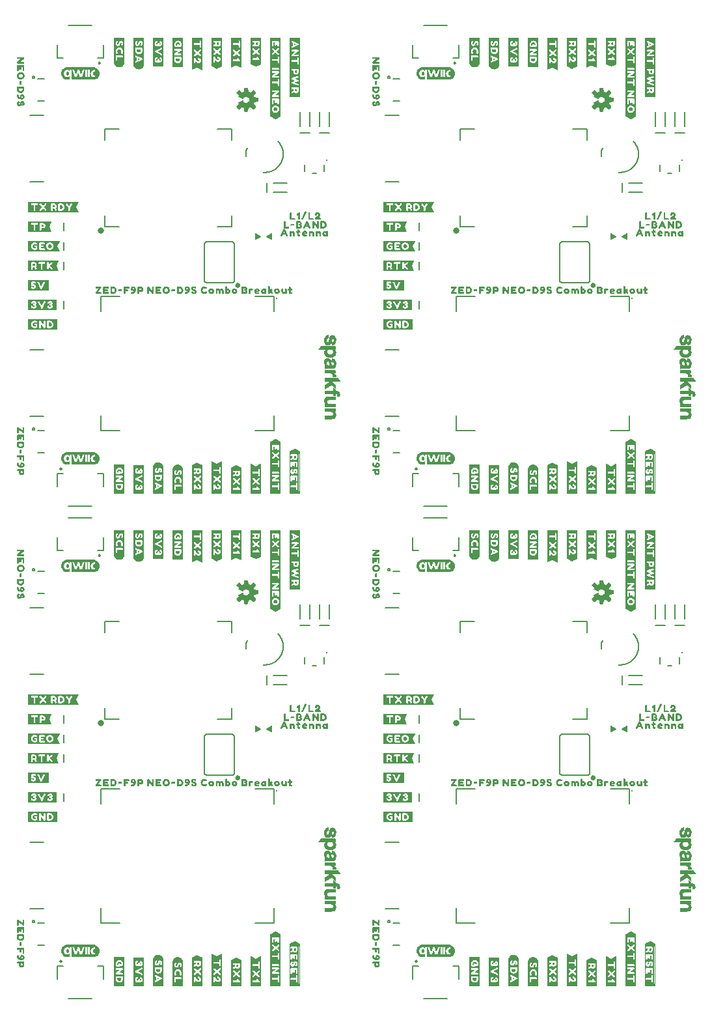
<source format=gto>
G04 EAGLE Gerber RS-274X export*
G75*
%MOMM*%
%FSLAX34Y34*%
%LPD*%
%INSilkscreen Top*%
%IPPOS*%
%AMOC8*
5,1,8,0,0,1.08239X$1,22.5*%
G01*
%ADD10C,0.203200*%
%ADD11C,0.254000*%
%ADD12C,0.177800*%
%ADD13C,0.812800*%
%ADD14C,0.282838*%
%ADD15C,0.152400*%

G36*
X805493Y1148160D02*
X805493Y1148160D01*
X805502Y1148156D01*
X811602Y1151156D01*
X811607Y1151166D01*
X811615Y1151165D01*
X812015Y1151565D01*
X812017Y1151578D01*
X812026Y1151585D01*
X812020Y1151593D01*
X812029Y1151600D01*
X812029Y1253900D01*
X811993Y1253947D01*
X811986Y1253942D01*
X811980Y1253949D01*
X798380Y1253949D01*
X798333Y1253913D01*
X798337Y1253907D01*
X798333Y1253904D01*
X798334Y1253902D01*
X798331Y1253900D01*
X798331Y1151600D01*
X798347Y1151579D01*
X798345Y1151565D01*
X798745Y1151165D01*
X798757Y1151164D01*
X798758Y1151156D01*
X804858Y1148156D01*
X804874Y1148159D01*
X804880Y1148151D01*
X805480Y1148151D01*
X805493Y1148160D01*
G37*
G36*
X805493Y508080D02*
X805493Y508080D01*
X805502Y508076D01*
X811602Y511076D01*
X811607Y511086D01*
X811615Y511085D01*
X812015Y511485D01*
X812017Y511498D01*
X812026Y511505D01*
X812020Y511513D01*
X812029Y511520D01*
X812029Y613820D01*
X811993Y613867D01*
X811986Y613862D01*
X811980Y613869D01*
X798380Y613869D01*
X798333Y613833D01*
X798337Y613827D01*
X798333Y613824D01*
X798334Y613822D01*
X798331Y613820D01*
X798331Y511520D01*
X798347Y511499D01*
X798345Y511485D01*
X798745Y511085D01*
X798757Y511084D01*
X798758Y511076D01*
X804858Y508076D01*
X804874Y508079D01*
X804880Y508071D01*
X805480Y508071D01*
X805493Y508080D01*
G37*
G36*
X343213Y1148160D02*
X343213Y1148160D01*
X343222Y1148156D01*
X349322Y1151156D01*
X349327Y1151166D01*
X349335Y1151165D01*
X349735Y1151565D01*
X349737Y1151578D01*
X349746Y1151585D01*
X349740Y1151593D01*
X349749Y1151600D01*
X349749Y1253900D01*
X349713Y1253947D01*
X349706Y1253942D01*
X349700Y1253949D01*
X336100Y1253949D01*
X336053Y1253913D01*
X336057Y1253907D01*
X336053Y1253904D01*
X336054Y1253902D01*
X336051Y1253900D01*
X336051Y1151600D01*
X336067Y1151579D01*
X336065Y1151565D01*
X336465Y1151165D01*
X336477Y1151164D01*
X336478Y1151156D01*
X342578Y1148156D01*
X342594Y1148159D01*
X342600Y1148151D01*
X343200Y1148151D01*
X343213Y1148160D01*
G37*
G36*
X343213Y508080D02*
X343213Y508080D01*
X343222Y508076D01*
X349322Y511076D01*
X349327Y511086D01*
X349335Y511085D01*
X349735Y511485D01*
X349737Y511498D01*
X349746Y511505D01*
X349740Y511513D01*
X349749Y511520D01*
X349749Y613820D01*
X349713Y613867D01*
X349706Y613862D01*
X349700Y613869D01*
X336100Y613869D01*
X336053Y613833D01*
X336057Y613827D01*
X336053Y613824D01*
X336054Y613822D01*
X336051Y613820D01*
X336051Y511520D01*
X336067Y511499D01*
X336065Y511485D01*
X336465Y511085D01*
X336477Y511084D01*
X336478Y511076D01*
X342578Y508076D01*
X342594Y508079D01*
X342600Y508071D01*
X343200Y508071D01*
X343213Y508080D01*
G37*
G36*
X374606Y1177155D02*
X374606Y1177155D01*
X374610Y1177152D01*
X375110Y1177252D01*
X375138Y1177284D01*
X375140Y1177285D01*
X375140Y1177286D01*
X375149Y1177296D01*
X375147Y1177298D01*
X375149Y1177300D01*
X375149Y1253500D01*
X375136Y1253518D01*
X375139Y1253530D01*
X374839Y1253930D01*
X374808Y1253939D01*
X374800Y1253949D01*
X361900Y1253949D01*
X361892Y1253943D01*
X361883Y1253946D01*
X361880Y1253937D01*
X361870Y1253939D01*
X361470Y1253639D01*
X361462Y1253608D01*
X361451Y1253600D01*
X361451Y1177700D01*
X361459Y1177689D01*
X361454Y1177682D01*
X361654Y1177182D01*
X361695Y1177157D01*
X361700Y1177151D01*
X374600Y1177151D01*
X374606Y1177155D01*
G37*
G36*
X374606Y537075D02*
X374606Y537075D01*
X374610Y537072D01*
X375110Y537172D01*
X375138Y537204D01*
X375140Y537205D01*
X375140Y537206D01*
X375149Y537216D01*
X375147Y537218D01*
X375149Y537220D01*
X375149Y613420D01*
X375136Y613438D01*
X375139Y613450D01*
X374839Y613850D01*
X374808Y613859D01*
X374800Y613869D01*
X361900Y613869D01*
X361892Y613863D01*
X361883Y613866D01*
X361880Y613857D01*
X361870Y613859D01*
X361470Y613559D01*
X361462Y613528D01*
X361451Y613520D01*
X361451Y537620D01*
X361459Y537609D01*
X361454Y537602D01*
X361654Y537102D01*
X361695Y537077D01*
X361700Y537071D01*
X374600Y537071D01*
X374606Y537075D01*
G37*
G36*
X836886Y1177155D02*
X836886Y1177155D01*
X836890Y1177152D01*
X837390Y1177252D01*
X837418Y1177284D01*
X837420Y1177285D01*
X837420Y1177286D01*
X837429Y1177296D01*
X837427Y1177298D01*
X837429Y1177300D01*
X837429Y1253500D01*
X837416Y1253518D01*
X837419Y1253530D01*
X837119Y1253930D01*
X837088Y1253939D01*
X837080Y1253949D01*
X824180Y1253949D01*
X824172Y1253943D01*
X824163Y1253946D01*
X824160Y1253937D01*
X824150Y1253939D01*
X823750Y1253639D01*
X823742Y1253608D01*
X823731Y1253600D01*
X823731Y1177700D01*
X823739Y1177689D01*
X823734Y1177682D01*
X823934Y1177182D01*
X823975Y1177157D01*
X823980Y1177151D01*
X836880Y1177151D01*
X836886Y1177155D01*
G37*
G36*
X836886Y537075D02*
X836886Y537075D01*
X836890Y537072D01*
X837390Y537172D01*
X837418Y537204D01*
X837420Y537205D01*
X837420Y537206D01*
X837429Y537216D01*
X837427Y537218D01*
X837429Y537220D01*
X837429Y613420D01*
X837416Y613438D01*
X837419Y613450D01*
X837119Y613850D01*
X837088Y613859D01*
X837080Y613869D01*
X824180Y613869D01*
X824172Y613863D01*
X824163Y613866D01*
X824160Y613857D01*
X824150Y613859D01*
X823750Y613559D01*
X823742Y613528D01*
X823731Y613520D01*
X823731Y537620D01*
X823739Y537609D01*
X823734Y537602D01*
X823934Y537102D01*
X823975Y537077D01*
X823980Y537071D01*
X836880Y537071D01*
X836886Y537075D01*
G37*
G36*
X349105Y21134D02*
X349105Y21134D01*
X349108Y21131D01*
X349708Y21231D01*
X349749Y21275D01*
X349746Y21278D01*
X349749Y21280D01*
X349749Y88680D01*
X349735Y88698D01*
X349738Y88711D01*
X349338Y89211D01*
X349324Y89215D01*
X349322Y89224D01*
X343222Y92224D01*
X343206Y92221D01*
X343200Y92229D01*
X342600Y92229D01*
X342587Y92220D01*
X342578Y92224D01*
X336578Y89224D01*
X336575Y89217D01*
X336569Y89218D01*
X336069Y88818D01*
X336062Y88788D01*
X336051Y88780D01*
X336051Y21780D01*
X336054Y21775D01*
X336051Y21772D01*
X336151Y21172D01*
X336195Y21131D01*
X336198Y21134D01*
X336200Y21131D01*
X349100Y21131D01*
X349105Y21134D01*
G37*
G36*
X811385Y21134D02*
X811385Y21134D01*
X811388Y21131D01*
X811988Y21231D01*
X812029Y21275D01*
X812026Y21278D01*
X812029Y21280D01*
X812029Y88680D01*
X812015Y88698D01*
X812018Y88711D01*
X811618Y89211D01*
X811604Y89215D01*
X811602Y89224D01*
X805502Y92224D01*
X805486Y92221D01*
X805480Y92229D01*
X804880Y92229D01*
X804867Y92220D01*
X804858Y92224D01*
X798858Y89224D01*
X798855Y89217D01*
X798849Y89218D01*
X798349Y88818D01*
X798342Y88788D01*
X798331Y88780D01*
X798331Y21780D01*
X798334Y21775D01*
X798331Y21772D01*
X798431Y21172D01*
X798475Y21131D01*
X798478Y21134D01*
X798480Y21131D01*
X811380Y21131D01*
X811385Y21134D01*
G37*
G36*
X349105Y661214D02*
X349105Y661214D01*
X349108Y661211D01*
X349708Y661311D01*
X349749Y661355D01*
X349746Y661358D01*
X349749Y661360D01*
X349749Y728760D01*
X349735Y728778D01*
X349738Y728791D01*
X349338Y729291D01*
X349324Y729295D01*
X349322Y729304D01*
X343222Y732304D01*
X343206Y732301D01*
X343200Y732309D01*
X342600Y732309D01*
X342587Y732300D01*
X342578Y732304D01*
X336578Y729304D01*
X336575Y729297D01*
X336569Y729298D01*
X336069Y728898D01*
X336062Y728868D01*
X336051Y728860D01*
X336051Y661860D01*
X336054Y661855D01*
X336051Y661852D01*
X336151Y661252D01*
X336195Y661211D01*
X336198Y661214D01*
X336200Y661211D01*
X349100Y661211D01*
X349105Y661214D01*
G37*
G36*
X811385Y661214D02*
X811385Y661214D01*
X811388Y661211D01*
X811988Y661311D01*
X812029Y661355D01*
X812026Y661358D01*
X812029Y661360D01*
X812029Y728760D01*
X812015Y728778D01*
X812018Y728791D01*
X811618Y729291D01*
X811604Y729295D01*
X811602Y729304D01*
X805502Y732304D01*
X805486Y732301D01*
X805480Y732309D01*
X804880Y732309D01*
X804867Y732300D01*
X804858Y732304D01*
X798858Y729304D01*
X798855Y729297D01*
X798849Y729298D01*
X798349Y728898D01*
X798342Y728868D01*
X798331Y728860D01*
X798331Y661860D01*
X798334Y661855D01*
X798331Y661852D01*
X798431Y661252D01*
X798475Y661211D01*
X798478Y661214D01*
X798480Y661211D01*
X811380Y661211D01*
X811385Y661214D01*
G37*
G36*
X86886Y1026935D02*
X86886Y1026935D01*
X86890Y1026932D01*
X87390Y1027032D01*
X87418Y1027064D01*
X87420Y1027065D01*
X87420Y1027066D01*
X87429Y1027076D01*
X87417Y1027087D01*
X87424Y1027102D01*
X84035Y1033780D01*
X87424Y1040458D01*
X87423Y1040460D01*
X87425Y1040461D01*
X87423Y1040463D01*
X87413Y1040516D01*
X87397Y1040513D01*
X87390Y1040528D01*
X86890Y1040628D01*
X86883Y1040625D01*
X86880Y1040629D01*
X21180Y1040629D01*
X21133Y1040593D01*
X21136Y1040589D01*
X21133Y1040586D01*
X21135Y1040583D01*
X21131Y1040580D01*
X21131Y1027080D01*
X21167Y1027033D01*
X21170Y1027035D01*
X21172Y1027031D01*
X21772Y1026931D01*
X21777Y1026934D01*
X21780Y1026931D01*
X86880Y1026931D01*
X86886Y1026935D01*
G37*
G36*
X549166Y1026935D02*
X549166Y1026935D01*
X549170Y1026932D01*
X549670Y1027032D01*
X549698Y1027064D01*
X549700Y1027065D01*
X549700Y1027066D01*
X549709Y1027076D01*
X549697Y1027087D01*
X549704Y1027102D01*
X546315Y1033780D01*
X549704Y1040458D01*
X549703Y1040460D01*
X549705Y1040461D01*
X549703Y1040463D01*
X549693Y1040516D01*
X549677Y1040513D01*
X549670Y1040528D01*
X549170Y1040628D01*
X549163Y1040625D01*
X549160Y1040629D01*
X483460Y1040629D01*
X483413Y1040593D01*
X483416Y1040589D01*
X483413Y1040586D01*
X483415Y1040583D01*
X483411Y1040580D01*
X483411Y1027080D01*
X483447Y1027033D01*
X483450Y1027035D01*
X483452Y1027031D01*
X484052Y1026931D01*
X484057Y1026934D01*
X484060Y1026931D01*
X549160Y1026931D01*
X549166Y1026935D01*
G37*
G36*
X549166Y386855D02*
X549166Y386855D01*
X549170Y386852D01*
X549670Y386952D01*
X549698Y386984D01*
X549700Y386985D01*
X549700Y386986D01*
X549709Y386996D01*
X549697Y387007D01*
X549704Y387022D01*
X546315Y393700D01*
X549704Y400378D01*
X549703Y400380D01*
X549705Y400381D01*
X549703Y400383D01*
X549693Y400436D01*
X549677Y400433D01*
X549670Y400448D01*
X549170Y400548D01*
X549163Y400545D01*
X549160Y400549D01*
X483460Y400549D01*
X483413Y400513D01*
X483416Y400509D01*
X483413Y400506D01*
X483415Y400503D01*
X483411Y400500D01*
X483411Y387000D01*
X483447Y386953D01*
X483450Y386955D01*
X483452Y386951D01*
X484052Y386851D01*
X484057Y386854D01*
X484060Y386851D01*
X549160Y386851D01*
X549166Y386855D01*
G37*
G36*
X86886Y386855D02*
X86886Y386855D01*
X86890Y386852D01*
X87390Y386952D01*
X87418Y386984D01*
X87420Y386985D01*
X87420Y386986D01*
X87429Y386996D01*
X87417Y387007D01*
X87424Y387022D01*
X84035Y393700D01*
X87424Y400378D01*
X87423Y400380D01*
X87425Y400381D01*
X87423Y400383D01*
X87413Y400436D01*
X87397Y400433D01*
X87390Y400448D01*
X86890Y400548D01*
X86883Y400545D01*
X86880Y400549D01*
X21180Y400549D01*
X21133Y400513D01*
X21136Y400509D01*
X21133Y400506D01*
X21135Y400503D01*
X21131Y400500D01*
X21131Y387000D01*
X21167Y386953D01*
X21170Y386955D01*
X21172Y386951D01*
X21772Y386851D01*
X21777Y386854D01*
X21780Y386851D01*
X86880Y386851D01*
X86886Y386855D01*
G37*
G36*
X374826Y661230D02*
X374826Y661230D01*
X374839Y661230D01*
X375139Y661630D01*
X375139Y661638D01*
X375143Y661641D01*
X375139Y661645D01*
X375139Y661652D01*
X375149Y661660D01*
X375149Y713060D01*
X375113Y713107D01*
X375109Y713104D01*
X375107Y713109D01*
X375104Y713109D01*
X375117Y713114D01*
X375129Y713133D01*
X375147Y713147D01*
X375143Y713153D01*
X375147Y713156D01*
X375146Y713158D01*
X375149Y713160D01*
X375149Y716160D01*
X375138Y716175D01*
X375142Y716185D01*
X374842Y716685D01*
X374824Y716693D01*
X374822Y716704D01*
X368722Y719704D01*
X368717Y719703D01*
X368716Y719707D01*
X368116Y719907D01*
X368090Y719898D01*
X368077Y719904D01*
X362078Y716804D01*
X361478Y716504D01*
X361460Y716467D01*
X361451Y716460D01*
X361451Y661560D01*
X361470Y661534D01*
X361470Y661521D01*
X361870Y661221D01*
X361892Y661221D01*
X361900Y661211D01*
X374800Y661211D01*
X374826Y661230D01*
G37*
G36*
X837106Y661230D02*
X837106Y661230D01*
X837119Y661230D01*
X837419Y661630D01*
X837419Y661638D01*
X837423Y661641D01*
X837419Y661645D01*
X837419Y661652D01*
X837429Y661660D01*
X837429Y713060D01*
X837393Y713107D01*
X837389Y713104D01*
X837387Y713109D01*
X837384Y713109D01*
X837397Y713114D01*
X837409Y713133D01*
X837427Y713147D01*
X837423Y713153D01*
X837427Y713156D01*
X837426Y713158D01*
X837429Y713160D01*
X837429Y716160D01*
X837418Y716175D01*
X837422Y716185D01*
X837122Y716685D01*
X837104Y716693D01*
X837102Y716704D01*
X831002Y719704D01*
X830997Y719703D01*
X830996Y719707D01*
X830396Y719907D01*
X830370Y719898D01*
X830357Y719904D01*
X824358Y716804D01*
X823758Y716504D01*
X823740Y716467D01*
X823731Y716460D01*
X823731Y661560D01*
X823750Y661534D01*
X823750Y661521D01*
X824150Y661221D01*
X824172Y661221D01*
X824180Y661211D01*
X837080Y661211D01*
X837106Y661230D01*
G37*
G36*
X837106Y21150D02*
X837106Y21150D01*
X837119Y21150D01*
X837419Y21550D01*
X837419Y21558D01*
X837423Y21561D01*
X837419Y21565D01*
X837419Y21572D01*
X837429Y21580D01*
X837429Y72980D01*
X837393Y73027D01*
X837389Y73024D01*
X837387Y73029D01*
X837384Y73029D01*
X837397Y73034D01*
X837409Y73053D01*
X837427Y73067D01*
X837423Y73073D01*
X837427Y73076D01*
X837426Y73078D01*
X837429Y73080D01*
X837429Y76080D01*
X837418Y76095D01*
X837422Y76105D01*
X837122Y76605D01*
X837104Y76613D01*
X837102Y76624D01*
X831002Y79624D01*
X830997Y79623D01*
X830996Y79627D01*
X830396Y79827D01*
X830370Y79818D01*
X830357Y79824D01*
X824358Y76724D01*
X823758Y76424D01*
X823740Y76387D01*
X823731Y76380D01*
X823731Y21480D01*
X823750Y21454D01*
X823750Y21441D01*
X824150Y21141D01*
X824172Y21141D01*
X824180Y21131D01*
X837080Y21131D01*
X837106Y21150D01*
G37*
G36*
X374826Y21150D02*
X374826Y21150D01*
X374839Y21150D01*
X375139Y21550D01*
X375139Y21558D01*
X375143Y21561D01*
X375139Y21565D01*
X375139Y21572D01*
X375149Y21580D01*
X375149Y72980D01*
X375113Y73027D01*
X375109Y73024D01*
X375107Y73029D01*
X375104Y73029D01*
X375117Y73034D01*
X375129Y73053D01*
X375147Y73067D01*
X375143Y73073D01*
X375147Y73076D01*
X375146Y73078D01*
X375149Y73080D01*
X375149Y76080D01*
X375138Y76095D01*
X375142Y76105D01*
X374842Y76605D01*
X374824Y76613D01*
X374822Y76624D01*
X368722Y79624D01*
X368717Y79623D01*
X368716Y79627D01*
X368116Y79827D01*
X368090Y79818D01*
X368077Y79824D01*
X362078Y76724D01*
X361478Y76424D01*
X361460Y76387D01*
X361451Y76380D01*
X361451Y21480D01*
X361470Y21454D01*
X361470Y21441D01*
X361870Y21141D01*
X361892Y21141D01*
X361900Y21131D01*
X374800Y21131D01*
X374826Y21150D01*
G37*
G36*
X78362Y559363D02*
X78362Y559363D01*
X105859Y559363D01*
X105861Y559364D01*
X105863Y559363D01*
X106390Y559396D01*
X106391Y559396D01*
X106393Y559396D01*
X107445Y559502D01*
X107447Y559504D01*
X107451Y559503D01*
X107967Y559610D01*
X107969Y559612D01*
X107972Y559611D01*
X108983Y559925D01*
X108984Y559927D01*
X108988Y559927D01*
X109473Y560132D01*
X109475Y560134D01*
X109479Y560134D01*
X110408Y560639D01*
X110410Y560642D01*
X110414Y560642D01*
X110848Y560940D01*
X110849Y560943D01*
X110852Y560944D01*
X111668Y561617D01*
X111669Y561620D01*
X111673Y561622D01*
X112038Y562001D01*
X112039Y562003D01*
X112041Y562005D01*
X112714Y562820D01*
X112715Y562824D01*
X112719Y562827D01*
X113000Y563272D01*
X113000Y563274D01*
X113002Y563276D01*
X113507Y564205D01*
X113506Y564209D01*
X113510Y564213D01*
X113696Y564706D01*
X113695Y564708D01*
X113697Y564710D01*
X114011Y565720D01*
X114010Y565724D01*
X114013Y565728D01*
X114098Y566248D01*
X114097Y566249D01*
X114099Y566252D01*
X114205Y567304D01*
X114203Y567307D01*
X114205Y567311D01*
X114197Y567837D01*
X114195Y567839D01*
X114196Y567843D01*
X114090Y568895D01*
X114088Y568897D01*
X114089Y568901D01*
X113987Y569417D01*
X113985Y569419D01*
X113985Y569423D01*
X113672Y570433D01*
X113669Y570435D01*
X113670Y570439D01*
X113468Y570925D01*
X113466Y570927D01*
X113466Y570931D01*
X112961Y571860D01*
X112959Y571862D01*
X112958Y571866D01*
X112663Y572302D01*
X112661Y572303D01*
X112660Y572307D01*
X111987Y573122D01*
X111984Y573123D01*
X111982Y573127D01*
X111605Y573495D01*
X111603Y573496D01*
X111602Y573499D01*
X110786Y574172D01*
X110782Y574172D01*
X110780Y574176D01*
X110336Y574460D01*
X110334Y574460D01*
X110333Y574463D01*
X109403Y574967D01*
X109399Y574967D01*
X109396Y574971D01*
X108904Y575160D01*
X108902Y575160D01*
X108900Y575161D01*
X107890Y575475D01*
X107887Y575474D01*
X107882Y575477D01*
X107364Y575567D01*
X107362Y575566D01*
X107359Y575567D01*
X106307Y575673D01*
X106066Y575698D01*
X106063Y575696D01*
X106060Y575698D01*
X72744Y575698D01*
X72215Y575693D01*
X72213Y575691D01*
X72210Y575692D01*
X70631Y575533D01*
X70627Y575530D01*
X70619Y575531D01*
X69104Y575061D01*
X69100Y575056D01*
X69092Y575056D01*
X67699Y574299D01*
X67696Y574294D01*
X67689Y574292D01*
X66471Y573276D01*
X66469Y573271D01*
X66462Y573267D01*
X65464Y572036D01*
X65464Y572031D01*
X65458Y572026D01*
X64953Y571097D01*
X64954Y571096D01*
X64952Y571095D01*
X64717Y570623D01*
X64718Y570618D01*
X64713Y570613D01*
X64400Y569603D01*
X64400Y569602D01*
X64399Y569601D01*
X64260Y569093D01*
X64261Y569088D01*
X64258Y569082D01*
X64105Y567504D01*
X64108Y567499D01*
X64105Y567491D01*
X64265Y565913D01*
X64268Y565909D01*
X64267Y565901D01*
X64733Y564385D01*
X64737Y564381D01*
X64738Y564373D01*
X65489Y562977D01*
X65494Y562974D01*
X65496Y562967D01*
X65559Y562891D01*
X65766Y562640D01*
X65767Y562640D01*
X65974Y562389D01*
X66182Y562138D01*
X66390Y561887D01*
X66507Y561745D01*
X66513Y561743D01*
X66516Y561736D01*
X67746Y560735D01*
X67751Y560735D01*
X67756Y560729D01*
X69156Y559985D01*
X69161Y559986D01*
X69167Y559980D01*
X70685Y559523D01*
X70690Y559525D01*
X70697Y559521D01*
X72275Y559363D01*
X72278Y559364D01*
X72281Y559363D01*
X74778Y559363D01*
X74797Y559375D01*
X74820Y559379D01*
X74826Y559394D01*
X74835Y559399D01*
X74833Y559410D01*
X74840Y559426D01*
X74839Y559575D01*
X74839Y563958D01*
X74832Y563969D01*
X74834Y563982D01*
X74815Y563995D01*
X74802Y564015D01*
X74789Y564013D01*
X74778Y564021D01*
X74744Y564007D01*
X74735Y564005D01*
X74733Y564002D01*
X74730Y564001D01*
X74508Y563762D01*
X74127Y563408D01*
X73694Y563124D01*
X73222Y562911D01*
X72720Y562785D01*
X72204Y562728D01*
X71683Y562749D01*
X71164Y562798D01*
X70662Y562935D01*
X70171Y563105D01*
X69718Y563359D01*
X69301Y563667D01*
X68914Y564013D01*
X68606Y564432D01*
X68329Y564872D01*
X68114Y565347D01*
X67954Y565842D01*
X67829Y566349D01*
X67730Y567391D01*
X67795Y568435D01*
X67910Y568944D01*
X68043Y569449D01*
X68259Y569922D01*
X68513Y570377D01*
X68819Y570797D01*
X69191Y571158D01*
X69594Y571483D01*
X70048Y571736D01*
X70532Y571924D01*
X71029Y572075D01*
X72070Y572155D01*
X72587Y572106D01*
X73093Y571991D01*
X73575Y571801D01*
X74017Y571532D01*
X74418Y571199D01*
X74733Y570904D01*
X74744Y570902D01*
X74750Y570893D01*
X74775Y570897D01*
X74800Y570892D01*
X74806Y570901D01*
X74817Y570903D01*
X74836Y570944D01*
X74839Y570948D01*
X74838Y570949D01*
X74839Y570950D01*
X74839Y572005D01*
X74843Y572058D01*
X77788Y572058D01*
X77788Y559418D01*
X77800Y559399D01*
X77804Y559376D01*
X77819Y559370D01*
X77824Y559361D01*
X77835Y559363D01*
X77851Y559356D01*
X78362Y559363D01*
G37*
G36*
X540642Y58983D02*
X540642Y58983D01*
X568139Y58983D01*
X568141Y58984D01*
X568143Y58983D01*
X568670Y59016D01*
X568671Y59016D01*
X568673Y59016D01*
X569725Y59122D01*
X569727Y59124D01*
X569731Y59123D01*
X570247Y59230D01*
X570249Y59232D01*
X570252Y59231D01*
X571263Y59545D01*
X571264Y59547D01*
X571268Y59547D01*
X571753Y59752D01*
X571755Y59754D01*
X571759Y59754D01*
X572688Y60259D01*
X572690Y60262D01*
X572694Y60262D01*
X573128Y60560D01*
X573129Y60563D01*
X573132Y60564D01*
X573948Y61237D01*
X573949Y61240D01*
X573953Y61242D01*
X574318Y61621D01*
X574319Y61623D01*
X574321Y61625D01*
X574994Y62440D01*
X574995Y62444D01*
X574999Y62447D01*
X575280Y62892D01*
X575280Y62894D01*
X575282Y62896D01*
X575787Y63825D01*
X575786Y63829D01*
X575790Y63833D01*
X575976Y64326D01*
X575975Y64328D01*
X575977Y64330D01*
X576291Y65340D01*
X576290Y65344D01*
X576293Y65348D01*
X576378Y65868D01*
X576377Y65869D01*
X576379Y65872D01*
X576485Y66924D01*
X576483Y66927D01*
X576485Y66931D01*
X576477Y67457D01*
X576475Y67459D01*
X576476Y67463D01*
X576370Y68515D01*
X576368Y68517D01*
X576369Y68521D01*
X576267Y69037D01*
X576265Y69039D01*
X576265Y69043D01*
X575952Y70053D01*
X575949Y70055D01*
X575950Y70059D01*
X575748Y70545D01*
X575746Y70547D01*
X575746Y70551D01*
X575241Y71480D01*
X575239Y71482D01*
X575238Y71486D01*
X574943Y71922D01*
X574941Y71923D01*
X574940Y71927D01*
X574267Y72742D01*
X574264Y72743D01*
X574262Y72747D01*
X573885Y73115D01*
X573883Y73116D01*
X573882Y73119D01*
X573066Y73792D01*
X573062Y73792D01*
X573060Y73796D01*
X572616Y74080D01*
X572614Y74080D01*
X572613Y74083D01*
X571683Y74587D01*
X571679Y74587D01*
X571676Y74591D01*
X571184Y74780D01*
X571182Y74780D01*
X571180Y74781D01*
X570170Y75095D01*
X570167Y75094D01*
X570162Y75097D01*
X569644Y75187D01*
X569642Y75186D01*
X569639Y75187D01*
X568587Y75293D01*
X568346Y75318D01*
X568343Y75316D01*
X568340Y75318D01*
X535024Y75318D01*
X534495Y75313D01*
X534493Y75311D01*
X534490Y75312D01*
X532911Y75153D01*
X532907Y75150D01*
X532899Y75151D01*
X531384Y74681D01*
X531380Y74676D01*
X531372Y74676D01*
X529979Y73919D01*
X529976Y73914D01*
X529969Y73912D01*
X528751Y72896D01*
X528749Y72891D01*
X528742Y72887D01*
X527744Y71656D01*
X527744Y71651D01*
X527738Y71646D01*
X527233Y70717D01*
X527234Y70716D01*
X527232Y70715D01*
X526997Y70243D01*
X526998Y70238D01*
X526993Y70233D01*
X526680Y69223D01*
X526680Y69222D01*
X526679Y69221D01*
X526540Y68713D01*
X526541Y68708D01*
X526538Y68702D01*
X526385Y67124D01*
X526388Y67119D01*
X526385Y67111D01*
X526545Y65533D01*
X526548Y65529D01*
X526547Y65521D01*
X527013Y64005D01*
X527017Y64001D01*
X527018Y63993D01*
X527769Y62597D01*
X527774Y62594D01*
X527776Y62587D01*
X527839Y62511D01*
X528046Y62260D01*
X528047Y62260D01*
X528254Y62009D01*
X528462Y61758D01*
X528670Y61507D01*
X528787Y61365D01*
X528793Y61363D01*
X528796Y61356D01*
X530026Y60355D01*
X530031Y60355D01*
X530036Y60349D01*
X531436Y59605D01*
X531441Y59606D01*
X531447Y59600D01*
X532965Y59143D01*
X532970Y59145D01*
X532977Y59141D01*
X534555Y58983D01*
X534558Y58984D01*
X534561Y58983D01*
X537058Y58983D01*
X537077Y58995D01*
X537100Y58999D01*
X537106Y59014D01*
X537115Y59019D01*
X537113Y59030D01*
X537120Y59046D01*
X537119Y59195D01*
X537119Y63578D01*
X537112Y63589D01*
X537114Y63602D01*
X537095Y63615D01*
X537082Y63635D01*
X537069Y63633D01*
X537058Y63641D01*
X537024Y63627D01*
X537015Y63625D01*
X537013Y63622D01*
X537010Y63621D01*
X536788Y63382D01*
X536407Y63028D01*
X535974Y62744D01*
X535502Y62531D01*
X535000Y62405D01*
X534484Y62348D01*
X533963Y62369D01*
X533444Y62418D01*
X532942Y62555D01*
X532451Y62725D01*
X531998Y62979D01*
X531581Y63287D01*
X531194Y63633D01*
X530886Y64052D01*
X530609Y64492D01*
X530394Y64967D01*
X530234Y65462D01*
X530109Y65969D01*
X530010Y67011D01*
X530075Y68055D01*
X530190Y68564D01*
X530323Y69069D01*
X530539Y69542D01*
X530793Y69997D01*
X531099Y70417D01*
X531471Y70778D01*
X531874Y71103D01*
X532328Y71356D01*
X532812Y71544D01*
X533309Y71695D01*
X534350Y71775D01*
X534867Y71726D01*
X535373Y71611D01*
X535855Y71421D01*
X536297Y71152D01*
X536698Y70819D01*
X537013Y70524D01*
X537024Y70522D01*
X537030Y70513D01*
X537055Y70517D01*
X537080Y70512D01*
X537086Y70521D01*
X537097Y70523D01*
X537116Y70564D01*
X537119Y70568D01*
X537118Y70569D01*
X537119Y70570D01*
X537119Y71625D01*
X537123Y71678D01*
X540068Y71678D01*
X540068Y59038D01*
X540080Y59019D01*
X540084Y58996D01*
X540099Y58990D01*
X540104Y58981D01*
X540115Y58983D01*
X540131Y58976D01*
X540642Y58983D01*
G37*
G36*
X540642Y699063D02*
X540642Y699063D01*
X568139Y699063D01*
X568141Y699064D01*
X568143Y699063D01*
X568670Y699096D01*
X568671Y699096D01*
X568673Y699096D01*
X569725Y699202D01*
X569727Y699204D01*
X569731Y699203D01*
X570247Y699310D01*
X570249Y699312D01*
X570252Y699311D01*
X571263Y699625D01*
X571264Y699627D01*
X571268Y699627D01*
X571753Y699832D01*
X571755Y699834D01*
X571759Y699834D01*
X572688Y700339D01*
X572690Y700342D01*
X572694Y700342D01*
X573128Y700640D01*
X573129Y700643D01*
X573132Y700644D01*
X573948Y701317D01*
X573949Y701320D01*
X573953Y701322D01*
X574318Y701701D01*
X574319Y701703D01*
X574321Y701705D01*
X574994Y702520D01*
X574995Y702524D01*
X574999Y702527D01*
X575280Y702972D01*
X575280Y702974D01*
X575282Y702976D01*
X575787Y703905D01*
X575786Y703909D01*
X575790Y703913D01*
X575976Y704406D01*
X575975Y704408D01*
X575977Y704410D01*
X576291Y705420D01*
X576290Y705424D01*
X576293Y705428D01*
X576378Y705948D01*
X576377Y705949D01*
X576379Y705952D01*
X576485Y707004D01*
X576483Y707007D01*
X576485Y707011D01*
X576477Y707537D01*
X576475Y707539D01*
X576476Y707543D01*
X576370Y708595D01*
X576368Y708597D01*
X576369Y708601D01*
X576267Y709117D01*
X576265Y709119D01*
X576265Y709123D01*
X575952Y710133D01*
X575949Y710135D01*
X575950Y710139D01*
X575748Y710625D01*
X575746Y710627D01*
X575746Y710631D01*
X575241Y711560D01*
X575239Y711562D01*
X575238Y711566D01*
X574943Y712002D01*
X574941Y712003D01*
X574940Y712007D01*
X574267Y712822D01*
X574264Y712823D01*
X574262Y712827D01*
X573885Y713195D01*
X573883Y713196D01*
X573882Y713199D01*
X573066Y713872D01*
X573062Y713872D01*
X573060Y713876D01*
X572616Y714160D01*
X572614Y714160D01*
X572613Y714163D01*
X571683Y714667D01*
X571679Y714667D01*
X571676Y714671D01*
X571184Y714860D01*
X571182Y714860D01*
X571180Y714861D01*
X570170Y715175D01*
X570167Y715174D01*
X570162Y715177D01*
X569644Y715267D01*
X569642Y715266D01*
X569639Y715267D01*
X568587Y715373D01*
X568346Y715398D01*
X568343Y715396D01*
X568340Y715398D01*
X535024Y715398D01*
X534495Y715393D01*
X534493Y715391D01*
X534490Y715392D01*
X532911Y715233D01*
X532907Y715230D01*
X532899Y715231D01*
X531384Y714761D01*
X531380Y714756D01*
X531372Y714756D01*
X529979Y713999D01*
X529976Y713994D01*
X529969Y713992D01*
X528751Y712976D01*
X528749Y712971D01*
X528742Y712967D01*
X527744Y711736D01*
X527744Y711731D01*
X527738Y711726D01*
X527233Y710797D01*
X527234Y710796D01*
X527232Y710795D01*
X526997Y710323D01*
X526998Y710318D01*
X526993Y710313D01*
X526680Y709303D01*
X526680Y709302D01*
X526679Y709301D01*
X526540Y708793D01*
X526541Y708788D01*
X526538Y708782D01*
X526385Y707204D01*
X526388Y707199D01*
X526385Y707191D01*
X526545Y705613D01*
X526548Y705609D01*
X526547Y705601D01*
X527013Y704085D01*
X527017Y704081D01*
X527018Y704073D01*
X527769Y702677D01*
X527774Y702674D01*
X527776Y702667D01*
X527839Y702591D01*
X528046Y702340D01*
X528047Y702340D01*
X528254Y702089D01*
X528462Y701838D01*
X528670Y701587D01*
X528787Y701445D01*
X528793Y701443D01*
X528796Y701436D01*
X530026Y700435D01*
X530031Y700435D01*
X530036Y700429D01*
X531436Y699685D01*
X531441Y699686D01*
X531447Y699680D01*
X532965Y699223D01*
X532970Y699225D01*
X532977Y699221D01*
X534555Y699063D01*
X534558Y699064D01*
X534561Y699063D01*
X537058Y699063D01*
X537077Y699075D01*
X537100Y699079D01*
X537106Y699094D01*
X537115Y699099D01*
X537113Y699110D01*
X537120Y699126D01*
X537119Y699275D01*
X537119Y703658D01*
X537112Y703669D01*
X537114Y703682D01*
X537095Y703695D01*
X537082Y703715D01*
X537069Y703713D01*
X537058Y703721D01*
X537024Y703707D01*
X537015Y703705D01*
X537013Y703702D01*
X537010Y703701D01*
X536788Y703462D01*
X536407Y703108D01*
X535974Y702824D01*
X535502Y702611D01*
X535000Y702485D01*
X534484Y702428D01*
X533963Y702449D01*
X533444Y702498D01*
X532942Y702635D01*
X532451Y702805D01*
X531998Y703059D01*
X531581Y703367D01*
X531194Y703713D01*
X530886Y704132D01*
X530609Y704572D01*
X530394Y705047D01*
X530234Y705542D01*
X530109Y706049D01*
X530010Y707091D01*
X530075Y708135D01*
X530190Y708644D01*
X530323Y709149D01*
X530539Y709622D01*
X530793Y710077D01*
X531099Y710497D01*
X531471Y710858D01*
X531874Y711183D01*
X532328Y711436D01*
X532812Y711624D01*
X533309Y711775D01*
X534350Y711855D01*
X534867Y711806D01*
X535373Y711691D01*
X535855Y711501D01*
X536297Y711232D01*
X536698Y710899D01*
X537013Y710604D01*
X537024Y710602D01*
X537030Y710593D01*
X537055Y710597D01*
X537080Y710592D01*
X537086Y710601D01*
X537097Y710603D01*
X537116Y710644D01*
X537119Y710648D01*
X537118Y710649D01*
X537119Y710650D01*
X537119Y711705D01*
X537123Y711758D01*
X540068Y711758D01*
X540068Y699118D01*
X540080Y699099D01*
X540084Y699076D01*
X540099Y699070D01*
X540104Y699061D01*
X540115Y699063D01*
X540131Y699056D01*
X540642Y699063D01*
G37*
G36*
X540642Y559363D02*
X540642Y559363D01*
X568139Y559363D01*
X568141Y559364D01*
X568143Y559363D01*
X568670Y559396D01*
X568671Y559396D01*
X568673Y559396D01*
X569725Y559502D01*
X569727Y559504D01*
X569731Y559503D01*
X570247Y559610D01*
X570249Y559612D01*
X570252Y559611D01*
X571263Y559925D01*
X571264Y559927D01*
X571268Y559927D01*
X571753Y560132D01*
X571755Y560134D01*
X571759Y560134D01*
X572688Y560639D01*
X572690Y560642D01*
X572694Y560642D01*
X573128Y560940D01*
X573129Y560943D01*
X573132Y560944D01*
X573948Y561617D01*
X573949Y561620D01*
X573953Y561622D01*
X574318Y562001D01*
X574319Y562003D01*
X574321Y562005D01*
X574994Y562820D01*
X574995Y562824D01*
X574999Y562827D01*
X575280Y563272D01*
X575280Y563274D01*
X575282Y563276D01*
X575787Y564205D01*
X575786Y564209D01*
X575790Y564213D01*
X575976Y564706D01*
X575975Y564708D01*
X575977Y564710D01*
X576291Y565720D01*
X576290Y565724D01*
X576293Y565728D01*
X576378Y566248D01*
X576377Y566249D01*
X576379Y566252D01*
X576485Y567304D01*
X576483Y567307D01*
X576485Y567311D01*
X576477Y567837D01*
X576475Y567839D01*
X576476Y567843D01*
X576370Y568895D01*
X576368Y568897D01*
X576369Y568901D01*
X576267Y569417D01*
X576265Y569419D01*
X576265Y569423D01*
X575952Y570433D01*
X575949Y570435D01*
X575950Y570439D01*
X575748Y570925D01*
X575746Y570927D01*
X575746Y570931D01*
X575241Y571860D01*
X575239Y571862D01*
X575238Y571866D01*
X574943Y572302D01*
X574941Y572303D01*
X574940Y572307D01*
X574267Y573122D01*
X574264Y573123D01*
X574262Y573127D01*
X573885Y573495D01*
X573883Y573496D01*
X573882Y573499D01*
X573066Y574172D01*
X573062Y574172D01*
X573060Y574176D01*
X572616Y574460D01*
X572614Y574460D01*
X572613Y574463D01*
X571683Y574967D01*
X571679Y574967D01*
X571676Y574971D01*
X571184Y575160D01*
X571182Y575160D01*
X571180Y575161D01*
X570170Y575475D01*
X570167Y575474D01*
X570162Y575477D01*
X569644Y575567D01*
X569642Y575566D01*
X569639Y575567D01*
X568587Y575673D01*
X568346Y575698D01*
X568343Y575696D01*
X568340Y575698D01*
X535024Y575698D01*
X534495Y575693D01*
X534493Y575691D01*
X534490Y575692D01*
X532911Y575533D01*
X532907Y575530D01*
X532899Y575531D01*
X531384Y575061D01*
X531380Y575056D01*
X531372Y575056D01*
X529979Y574299D01*
X529976Y574294D01*
X529969Y574292D01*
X528751Y573276D01*
X528749Y573271D01*
X528742Y573267D01*
X527744Y572036D01*
X527744Y572031D01*
X527738Y572026D01*
X527233Y571097D01*
X527234Y571096D01*
X527232Y571095D01*
X526997Y570623D01*
X526998Y570618D01*
X526993Y570613D01*
X526680Y569603D01*
X526680Y569602D01*
X526679Y569601D01*
X526540Y569093D01*
X526541Y569088D01*
X526538Y569082D01*
X526385Y567504D01*
X526388Y567499D01*
X526385Y567491D01*
X526545Y565913D01*
X526548Y565909D01*
X526547Y565901D01*
X527013Y564385D01*
X527017Y564381D01*
X527018Y564373D01*
X527769Y562977D01*
X527774Y562974D01*
X527776Y562967D01*
X527839Y562891D01*
X528046Y562640D01*
X528047Y562640D01*
X528254Y562389D01*
X528462Y562138D01*
X528670Y561887D01*
X528787Y561745D01*
X528793Y561743D01*
X528796Y561736D01*
X530026Y560735D01*
X530031Y560735D01*
X530036Y560729D01*
X531436Y559985D01*
X531441Y559986D01*
X531447Y559980D01*
X532965Y559523D01*
X532970Y559525D01*
X532977Y559521D01*
X534555Y559363D01*
X534558Y559364D01*
X534561Y559363D01*
X537058Y559363D01*
X537077Y559375D01*
X537100Y559379D01*
X537106Y559394D01*
X537115Y559399D01*
X537113Y559410D01*
X537120Y559426D01*
X537119Y559575D01*
X537119Y563958D01*
X537112Y563969D01*
X537114Y563982D01*
X537095Y563995D01*
X537082Y564015D01*
X537069Y564013D01*
X537058Y564021D01*
X537024Y564007D01*
X537015Y564005D01*
X537013Y564002D01*
X537010Y564001D01*
X536788Y563762D01*
X536407Y563408D01*
X535974Y563124D01*
X535502Y562911D01*
X535000Y562785D01*
X534484Y562728D01*
X533963Y562749D01*
X533444Y562798D01*
X532942Y562935D01*
X532451Y563105D01*
X531998Y563359D01*
X531581Y563667D01*
X531194Y564013D01*
X530886Y564432D01*
X530609Y564872D01*
X530394Y565347D01*
X530234Y565842D01*
X530109Y566349D01*
X530010Y567391D01*
X530075Y568435D01*
X530190Y568944D01*
X530323Y569449D01*
X530539Y569922D01*
X530793Y570377D01*
X531099Y570797D01*
X531471Y571158D01*
X531874Y571483D01*
X532328Y571736D01*
X532812Y571924D01*
X533309Y572075D01*
X534350Y572155D01*
X534867Y572106D01*
X535373Y571991D01*
X535855Y571801D01*
X536297Y571532D01*
X536698Y571199D01*
X537013Y570904D01*
X537024Y570902D01*
X537030Y570893D01*
X537055Y570897D01*
X537080Y570892D01*
X537086Y570901D01*
X537097Y570903D01*
X537116Y570944D01*
X537119Y570948D01*
X537118Y570949D01*
X537119Y570950D01*
X537119Y572005D01*
X537123Y572058D01*
X540068Y572058D01*
X540068Y559418D01*
X540080Y559399D01*
X540084Y559376D01*
X540099Y559370D01*
X540104Y559361D01*
X540115Y559363D01*
X540131Y559356D01*
X540642Y559363D01*
G37*
G36*
X540642Y1199443D02*
X540642Y1199443D01*
X568139Y1199443D01*
X568141Y1199444D01*
X568143Y1199443D01*
X568670Y1199476D01*
X568671Y1199476D01*
X568673Y1199476D01*
X569725Y1199582D01*
X569727Y1199584D01*
X569731Y1199583D01*
X570247Y1199690D01*
X570249Y1199692D01*
X570252Y1199691D01*
X571263Y1200005D01*
X571264Y1200007D01*
X571268Y1200007D01*
X571753Y1200212D01*
X571755Y1200214D01*
X571759Y1200214D01*
X572688Y1200719D01*
X572690Y1200722D01*
X572694Y1200722D01*
X573128Y1201020D01*
X573129Y1201023D01*
X573132Y1201024D01*
X573948Y1201697D01*
X573949Y1201700D01*
X573953Y1201702D01*
X574318Y1202081D01*
X574319Y1202083D01*
X574321Y1202085D01*
X574994Y1202900D01*
X574995Y1202904D01*
X574999Y1202907D01*
X575280Y1203352D01*
X575280Y1203354D01*
X575282Y1203356D01*
X575787Y1204285D01*
X575786Y1204289D01*
X575790Y1204293D01*
X575976Y1204786D01*
X575975Y1204788D01*
X575977Y1204790D01*
X576291Y1205800D01*
X576290Y1205804D01*
X576293Y1205808D01*
X576378Y1206328D01*
X576377Y1206329D01*
X576379Y1206332D01*
X576485Y1207384D01*
X576483Y1207387D01*
X576485Y1207391D01*
X576477Y1207917D01*
X576475Y1207919D01*
X576476Y1207923D01*
X576370Y1208975D01*
X576368Y1208977D01*
X576369Y1208981D01*
X576267Y1209497D01*
X576265Y1209499D01*
X576265Y1209503D01*
X575952Y1210513D01*
X575949Y1210515D01*
X575950Y1210519D01*
X575748Y1211005D01*
X575746Y1211007D01*
X575746Y1211011D01*
X575241Y1211940D01*
X575239Y1211942D01*
X575238Y1211946D01*
X574943Y1212382D01*
X574941Y1212383D01*
X574940Y1212387D01*
X574267Y1213202D01*
X574264Y1213203D01*
X574262Y1213207D01*
X573885Y1213575D01*
X573883Y1213576D01*
X573882Y1213579D01*
X573066Y1214252D01*
X573062Y1214252D01*
X573060Y1214256D01*
X572616Y1214540D01*
X572614Y1214540D01*
X572613Y1214543D01*
X571683Y1215047D01*
X571679Y1215047D01*
X571676Y1215051D01*
X571184Y1215240D01*
X571182Y1215240D01*
X571180Y1215241D01*
X570170Y1215555D01*
X570167Y1215554D01*
X570162Y1215557D01*
X569644Y1215647D01*
X569642Y1215646D01*
X569639Y1215647D01*
X568587Y1215753D01*
X568346Y1215778D01*
X568343Y1215776D01*
X568340Y1215778D01*
X535024Y1215778D01*
X534495Y1215773D01*
X534493Y1215771D01*
X534490Y1215772D01*
X532911Y1215613D01*
X532907Y1215610D01*
X532899Y1215611D01*
X531384Y1215141D01*
X531380Y1215136D01*
X531372Y1215136D01*
X529979Y1214379D01*
X529976Y1214374D01*
X529969Y1214372D01*
X528751Y1213356D01*
X528749Y1213351D01*
X528742Y1213347D01*
X527744Y1212116D01*
X527744Y1212111D01*
X527738Y1212106D01*
X527233Y1211177D01*
X527234Y1211176D01*
X527232Y1211175D01*
X526997Y1210703D01*
X526998Y1210698D01*
X526993Y1210693D01*
X526680Y1209683D01*
X526680Y1209682D01*
X526679Y1209681D01*
X526540Y1209173D01*
X526541Y1209168D01*
X526538Y1209162D01*
X526385Y1207584D01*
X526388Y1207579D01*
X526385Y1207571D01*
X526545Y1205993D01*
X526548Y1205989D01*
X526547Y1205981D01*
X527013Y1204465D01*
X527017Y1204461D01*
X527018Y1204453D01*
X527769Y1203057D01*
X527774Y1203054D01*
X527776Y1203047D01*
X527839Y1202971D01*
X528046Y1202720D01*
X528047Y1202720D01*
X528254Y1202469D01*
X528462Y1202218D01*
X528670Y1201967D01*
X528787Y1201825D01*
X528793Y1201823D01*
X528796Y1201816D01*
X530026Y1200815D01*
X530031Y1200815D01*
X530036Y1200809D01*
X531436Y1200065D01*
X531441Y1200066D01*
X531447Y1200060D01*
X532965Y1199603D01*
X532970Y1199605D01*
X532977Y1199601D01*
X534555Y1199443D01*
X534558Y1199444D01*
X534561Y1199443D01*
X537058Y1199443D01*
X537077Y1199455D01*
X537100Y1199459D01*
X537106Y1199474D01*
X537115Y1199479D01*
X537113Y1199490D01*
X537120Y1199506D01*
X537119Y1199655D01*
X537119Y1204038D01*
X537112Y1204049D01*
X537114Y1204062D01*
X537095Y1204075D01*
X537082Y1204095D01*
X537069Y1204093D01*
X537058Y1204101D01*
X537024Y1204087D01*
X537015Y1204085D01*
X537013Y1204082D01*
X537010Y1204081D01*
X536788Y1203842D01*
X536407Y1203488D01*
X535974Y1203204D01*
X535502Y1202991D01*
X535000Y1202865D01*
X534484Y1202808D01*
X533963Y1202829D01*
X533444Y1202878D01*
X532942Y1203015D01*
X532451Y1203185D01*
X531998Y1203439D01*
X531581Y1203747D01*
X531194Y1204093D01*
X530886Y1204512D01*
X530609Y1204952D01*
X530394Y1205427D01*
X530234Y1205922D01*
X530109Y1206429D01*
X530010Y1207471D01*
X530075Y1208515D01*
X530190Y1209024D01*
X530323Y1209529D01*
X530539Y1210002D01*
X530793Y1210457D01*
X531099Y1210877D01*
X531471Y1211238D01*
X531874Y1211563D01*
X532328Y1211816D01*
X532812Y1212004D01*
X533309Y1212155D01*
X534350Y1212235D01*
X534867Y1212186D01*
X535373Y1212071D01*
X535855Y1211881D01*
X536297Y1211612D01*
X536698Y1211279D01*
X537013Y1210984D01*
X537024Y1210982D01*
X537030Y1210973D01*
X537055Y1210977D01*
X537080Y1210972D01*
X537086Y1210981D01*
X537097Y1210983D01*
X537116Y1211024D01*
X537119Y1211028D01*
X537118Y1211029D01*
X537119Y1211030D01*
X537119Y1212085D01*
X537123Y1212138D01*
X540068Y1212138D01*
X540068Y1199498D01*
X540080Y1199479D01*
X540084Y1199456D01*
X540099Y1199450D01*
X540104Y1199441D01*
X540115Y1199443D01*
X540131Y1199436D01*
X540642Y1199443D01*
G37*
G36*
X78362Y1199443D02*
X78362Y1199443D01*
X105859Y1199443D01*
X105861Y1199444D01*
X105863Y1199443D01*
X106390Y1199476D01*
X106391Y1199476D01*
X106393Y1199476D01*
X107445Y1199582D01*
X107447Y1199584D01*
X107451Y1199583D01*
X107967Y1199690D01*
X107969Y1199692D01*
X107972Y1199691D01*
X108983Y1200005D01*
X108984Y1200007D01*
X108988Y1200007D01*
X109473Y1200212D01*
X109475Y1200214D01*
X109479Y1200214D01*
X110408Y1200719D01*
X110410Y1200722D01*
X110414Y1200722D01*
X110848Y1201020D01*
X110849Y1201023D01*
X110852Y1201024D01*
X111668Y1201697D01*
X111669Y1201700D01*
X111673Y1201702D01*
X112038Y1202081D01*
X112039Y1202083D01*
X112041Y1202085D01*
X112714Y1202900D01*
X112715Y1202904D01*
X112719Y1202907D01*
X113000Y1203352D01*
X113000Y1203354D01*
X113002Y1203356D01*
X113507Y1204285D01*
X113506Y1204289D01*
X113510Y1204293D01*
X113696Y1204786D01*
X113695Y1204788D01*
X113697Y1204790D01*
X114011Y1205800D01*
X114010Y1205804D01*
X114013Y1205808D01*
X114098Y1206328D01*
X114097Y1206329D01*
X114099Y1206332D01*
X114205Y1207384D01*
X114203Y1207387D01*
X114205Y1207391D01*
X114197Y1207917D01*
X114195Y1207919D01*
X114196Y1207923D01*
X114090Y1208975D01*
X114088Y1208977D01*
X114089Y1208981D01*
X113987Y1209497D01*
X113985Y1209499D01*
X113985Y1209503D01*
X113672Y1210513D01*
X113669Y1210515D01*
X113670Y1210519D01*
X113468Y1211005D01*
X113466Y1211007D01*
X113466Y1211011D01*
X112961Y1211940D01*
X112959Y1211942D01*
X112958Y1211946D01*
X112663Y1212382D01*
X112661Y1212383D01*
X112660Y1212387D01*
X111987Y1213202D01*
X111984Y1213203D01*
X111982Y1213207D01*
X111605Y1213575D01*
X111603Y1213576D01*
X111602Y1213579D01*
X110786Y1214252D01*
X110782Y1214252D01*
X110780Y1214256D01*
X110336Y1214540D01*
X110334Y1214540D01*
X110333Y1214543D01*
X109403Y1215047D01*
X109399Y1215047D01*
X109396Y1215051D01*
X108904Y1215240D01*
X108902Y1215240D01*
X108900Y1215241D01*
X107890Y1215555D01*
X107887Y1215554D01*
X107882Y1215557D01*
X107364Y1215647D01*
X107362Y1215646D01*
X107359Y1215647D01*
X106307Y1215753D01*
X106066Y1215778D01*
X106063Y1215776D01*
X106060Y1215778D01*
X72744Y1215778D01*
X72215Y1215773D01*
X72213Y1215771D01*
X72210Y1215772D01*
X70631Y1215613D01*
X70627Y1215610D01*
X70619Y1215611D01*
X69104Y1215141D01*
X69100Y1215136D01*
X69092Y1215136D01*
X67699Y1214379D01*
X67696Y1214374D01*
X67689Y1214372D01*
X66471Y1213356D01*
X66469Y1213351D01*
X66462Y1213347D01*
X65464Y1212116D01*
X65464Y1212111D01*
X65458Y1212106D01*
X64953Y1211177D01*
X64954Y1211176D01*
X64952Y1211175D01*
X64717Y1210703D01*
X64718Y1210698D01*
X64713Y1210693D01*
X64400Y1209683D01*
X64400Y1209682D01*
X64399Y1209681D01*
X64260Y1209173D01*
X64261Y1209168D01*
X64258Y1209162D01*
X64105Y1207584D01*
X64108Y1207579D01*
X64105Y1207571D01*
X64265Y1205993D01*
X64268Y1205989D01*
X64267Y1205981D01*
X64733Y1204465D01*
X64737Y1204461D01*
X64738Y1204453D01*
X65489Y1203057D01*
X65494Y1203054D01*
X65496Y1203047D01*
X65559Y1202971D01*
X65766Y1202720D01*
X65767Y1202720D01*
X65974Y1202469D01*
X66182Y1202218D01*
X66390Y1201967D01*
X66507Y1201825D01*
X66513Y1201823D01*
X66516Y1201816D01*
X67746Y1200815D01*
X67751Y1200815D01*
X67756Y1200809D01*
X69156Y1200065D01*
X69161Y1200066D01*
X69167Y1200060D01*
X70685Y1199603D01*
X70690Y1199605D01*
X70697Y1199601D01*
X72275Y1199443D01*
X72278Y1199444D01*
X72281Y1199443D01*
X74778Y1199443D01*
X74797Y1199455D01*
X74820Y1199459D01*
X74826Y1199474D01*
X74835Y1199479D01*
X74833Y1199490D01*
X74840Y1199506D01*
X74839Y1199655D01*
X74839Y1204038D01*
X74832Y1204049D01*
X74834Y1204062D01*
X74815Y1204075D01*
X74802Y1204095D01*
X74789Y1204093D01*
X74778Y1204101D01*
X74744Y1204087D01*
X74735Y1204085D01*
X74733Y1204082D01*
X74730Y1204081D01*
X74508Y1203842D01*
X74127Y1203488D01*
X73694Y1203204D01*
X73222Y1202991D01*
X72720Y1202865D01*
X72204Y1202808D01*
X71683Y1202829D01*
X71164Y1202878D01*
X70662Y1203015D01*
X70171Y1203185D01*
X69718Y1203439D01*
X69301Y1203747D01*
X68914Y1204093D01*
X68606Y1204512D01*
X68329Y1204952D01*
X68114Y1205427D01*
X67954Y1205922D01*
X67829Y1206429D01*
X67730Y1207471D01*
X67795Y1208515D01*
X67910Y1209024D01*
X68043Y1209529D01*
X68259Y1210002D01*
X68513Y1210457D01*
X68819Y1210877D01*
X69191Y1211238D01*
X69594Y1211563D01*
X70048Y1211816D01*
X70532Y1212004D01*
X71029Y1212155D01*
X72070Y1212235D01*
X72587Y1212186D01*
X73093Y1212071D01*
X73575Y1211881D01*
X74017Y1211612D01*
X74418Y1211279D01*
X74733Y1210984D01*
X74744Y1210982D01*
X74750Y1210973D01*
X74775Y1210977D01*
X74800Y1210972D01*
X74806Y1210981D01*
X74817Y1210983D01*
X74836Y1211024D01*
X74839Y1211028D01*
X74838Y1211029D01*
X74839Y1211030D01*
X74839Y1212085D01*
X74843Y1212138D01*
X77788Y1212138D01*
X77788Y1199498D01*
X77800Y1199479D01*
X77804Y1199456D01*
X77819Y1199450D01*
X77824Y1199441D01*
X77835Y1199443D01*
X77851Y1199436D01*
X78362Y1199443D01*
G37*
G36*
X78362Y58983D02*
X78362Y58983D01*
X105859Y58983D01*
X105861Y58984D01*
X105863Y58983D01*
X106390Y59016D01*
X106391Y59016D01*
X106393Y59016D01*
X107445Y59122D01*
X107447Y59124D01*
X107451Y59123D01*
X107967Y59230D01*
X107969Y59232D01*
X107972Y59231D01*
X108983Y59545D01*
X108984Y59547D01*
X108988Y59547D01*
X109473Y59752D01*
X109475Y59754D01*
X109479Y59754D01*
X110408Y60259D01*
X110410Y60262D01*
X110414Y60262D01*
X110848Y60560D01*
X110849Y60563D01*
X110852Y60564D01*
X111668Y61237D01*
X111669Y61240D01*
X111673Y61242D01*
X112038Y61621D01*
X112039Y61623D01*
X112041Y61625D01*
X112714Y62440D01*
X112715Y62444D01*
X112719Y62447D01*
X113000Y62892D01*
X113000Y62894D01*
X113002Y62896D01*
X113507Y63825D01*
X113506Y63829D01*
X113510Y63833D01*
X113696Y64326D01*
X113695Y64328D01*
X113697Y64330D01*
X114011Y65340D01*
X114010Y65344D01*
X114013Y65348D01*
X114098Y65868D01*
X114097Y65869D01*
X114099Y65872D01*
X114205Y66924D01*
X114203Y66927D01*
X114205Y66931D01*
X114197Y67457D01*
X114195Y67459D01*
X114196Y67463D01*
X114090Y68515D01*
X114088Y68517D01*
X114089Y68521D01*
X113987Y69037D01*
X113985Y69039D01*
X113985Y69043D01*
X113672Y70053D01*
X113669Y70055D01*
X113670Y70059D01*
X113468Y70545D01*
X113466Y70547D01*
X113466Y70551D01*
X112961Y71480D01*
X112959Y71482D01*
X112958Y71486D01*
X112663Y71922D01*
X112661Y71923D01*
X112660Y71927D01*
X111987Y72742D01*
X111984Y72743D01*
X111982Y72747D01*
X111605Y73115D01*
X111603Y73116D01*
X111602Y73119D01*
X110786Y73792D01*
X110782Y73792D01*
X110780Y73796D01*
X110336Y74080D01*
X110334Y74080D01*
X110333Y74083D01*
X109403Y74587D01*
X109399Y74587D01*
X109396Y74591D01*
X108904Y74780D01*
X108902Y74780D01*
X108900Y74781D01*
X107890Y75095D01*
X107887Y75094D01*
X107882Y75097D01*
X107364Y75187D01*
X107362Y75186D01*
X107359Y75187D01*
X106307Y75293D01*
X106066Y75318D01*
X106063Y75316D01*
X106060Y75318D01*
X72744Y75318D01*
X72215Y75313D01*
X72213Y75311D01*
X72210Y75312D01*
X70631Y75153D01*
X70627Y75150D01*
X70619Y75151D01*
X69104Y74681D01*
X69100Y74676D01*
X69092Y74676D01*
X67699Y73919D01*
X67696Y73914D01*
X67689Y73912D01*
X66471Y72896D01*
X66469Y72891D01*
X66462Y72887D01*
X65464Y71656D01*
X65464Y71651D01*
X65458Y71646D01*
X64953Y70717D01*
X64954Y70716D01*
X64952Y70715D01*
X64717Y70243D01*
X64718Y70238D01*
X64713Y70233D01*
X64400Y69223D01*
X64400Y69222D01*
X64399Y69221D01*
X64260Y68713D01*
X64261Y68708D01*
X64258Y68702D01*
X64105Y67124D01*
X64108Y67119D01*
X64105Y67111D01*
X64265Y65533D01*
X64268Y65529D01*
X64267Y65521D01*
X64733Y64005D01*
X64737Y64001D01*
X64738Y63993D01*
X65489Y62597D01*
X65494Y62594D01*
X65496Y62587D01*
X65559Y62511D01*
X65766Y62260D01*
X65767Y62260D01*
X65974Y62009D01*
X66182Y61758D01*
X66390Y61507D01*
X66507Y61365D01*
X66513Y61363D01*
X66516Y61356D01*
X67746Y60355D01*
X67751Y60355D01*
X67756Y60349D01*
X69156Y59605D01*
X69161Y59606D01*
X69167Y59600D01*
X70685Y59143D01*
X70690Y59145D01*
X70697Y59141D01*
X72275Y58983D01*
X72278Y58984D01*
X72281Y58983D01*
X74778Y58983D01*
X74797Y58995D01*
X74820Y58999D01*
X74826Y59014D01*
X74835Y59019D01*
X74833Y59030D01*
X74840Y59046D01*
X74839Y59195D01*
X74839Y63578D01*
X74832Y63589D01*
X74834Y63602D01*
X74815Y63615D01*
X74802Y63635D01*
X74789Y63633D01*
X74778Y63641D01*
X74744Y63627D01*
X74735Y63625D01*
X74733Y63622D01*
X74730Y63621D01*
X74508Y63382D01*
X74127Y63028D01*
X73694Y62744D01*
X73222Y62531D01*
X72720Y62405D01*
X72204Y62348D01*
X71683Y62369D01*
X71164Y62418D01*
X70662Y62555D01*
X70171Y62725D01*
X69718Y62979D01*
X69301Y63287D01*
X68914Y63633D01*
X68606Y64052D01*
X68329Y64492D01*
X68114Y64967D01*
X67954Y65462D01*
X67829Y65969D01*
X67730Y67011D01*
X67795Y68055D01*
X67910Y68564D01*
X68043Y69069D01*
X68259Y69542D01*
X68513Y69997D01*
X68819Y70417D01*
X69191Y70778D01*
X69594Y71103D01*
X70048Y71356D01*
X70532Y71544D01*
X71029Y71695D01*
X72070Y71775D01*
X72587Y71726D01*
X73093Y71611D01*
X73575Y71421D01*
X74017Y71152D01*
X74418Y70819D01*
X74733Y70524D01*
X74744Y70522D01*
X74750Y70513D01*
X74775Y70517D01*
X74800Y70512D01*
X74806Y70521D01*
X74817Y70523D01*
X74836Y70564D01*
X74839Y70568D01*
X74838Y70569D01*
X74839Y70570D01*
X74839Y71625D01*
X74843Y71678D01*
X77788Y71678D01*
X77788Y59038D01*
X77800Y59019D01*
X77804Y58996D01*
X77819Y58990D01*
X77824Y58981D01*
X77835Y58983D01*
X77851Y58976D01*
X78362Y58983D01*
G37*
G36*
X78362Y699063D02*
X78362Y699063D01*
X105859Y699063D01*
X105861Y699064D01*
X105863Y699063D01*
X106390Y699096D01*
X106391Y699096D01*
X106393Y699096D01*
X107445Y699202D01*
X107447Y699204D01*
X107451Y699203D01*
X107967Y699310D01*
X107969Y699312D01*
X107972Y699311D01*
X108983Y699625D01*
X108984Y699627D01*
X108988Y699627D01*
X109473Y699832D01*
X109475Y699834D01*
X109479Y699834D01*
X110408Y700339D01*
X110410Y700342D01*
X110414Y700342D01*
X110848Y700640D01*
X110849Y700643D01*
X110852Y700644D01*
X111668Y701317D01*
X111669Y701320D01*
X111673Y701322D01*
X112038Y701701D01*
X112039Y701703D01*
X112041Y701705D01*
X112714Y702520D01*
X112715Y702524D01*
X112719Y702527D01*
X113000Y702972D01*
X113000Y702974D01*
X113002Y702976D01*
X113507Y703905D01*
X113506Y703909D01*
X113510Y703913D01*
X113696Y704406D01*
X113695Y704408D01*
X113697Y704410D01*
X114011Y705420D01*
X114010Y705424D01*
X114013Y705428D01*
X114098Y705948D01*
X114097Y705949D01*
X114099Y705952D01*
X114205Y707004D01*
X114203Y707007D01*
X114205Y707011D01*
X114197Y707537D01*
X114195Y707539D01*
X114196Y707543D01*
X114090Y708595D01*
X114088Y708597D01*
X114089Y708601D01*
X113987Y709117D01*
X113985Y709119D01*
X113985Y709123D01*
X113672Y710133D01*
X113669Y710135D01*
X113670Y710139D01*
X113468Y710625D01*
X113466Y710627D01*
X113466Y710631D01*
X112961Y711560D01*
X112959Y711562D01*
X112958Y711566D01*
X112663Y712002D01*
X112661Y712003D01*
X112660Y712007D01*
X111987Y712822D01*
X111984Y712823D01*
X111982Y712827D01*
X111605Y713195D01*
X111603Y713196D01*
X111602Y713199D01*
X110786Y713872D01*
X110782Y713872D01*
X110780Y713876D01*
X110336Y714160D01*
X110334Y714160D01*
X110333Y714163D01*
X109403Y714667D01*
X109399Y714667D01*
X109396Y714671D01*
X108904Y714860D01*
X108902Y714860D01*
X108900Y714861D01*
X107890Y715175D01*
X107887Y715174D01*
X107882Y715177D01*
X107364Y715267D01*
X107362Y715266D01*
X107359Y715267D01*
X106307Y715373D01*
X106066Y715398D01*
X106063Y715396D01*
X106060Y715398D01*
X72744Y715398D01*
X72215Y715393D01*
X72213Y715391D01*
X72210Y715392D01*
X70631Y715233D01*
X70627Y715230D01*
X70619Y715231D01*
X69104Y714761D01*
X69100Y714756D01*
X69092Y714756D01*
X67699Y713999D01*
X67696Y713994D01*
X67689Y713992D01*
X66471Y712976D01*
X66469Y712971D01*
X66462Y712967D01*
X65464Y711736D01*
X65464Y711731D01*
X65458Y711726D01*
X64953Y710797D01*
X64954Y710796D01*
X64952Y710795D01*
X64717Y710323D01*
X64718Y710318D01*
X64713Y710313D01*
X64400Y709303D01*
X64400Y709302D01*
X64399Y709301D01*
X64260Y708793D01*
X64261Y708788D01*
X64258Y708782D01*
X64105Y707204D01*
X64108Y707199D01*
X64105Y707191D01*
X64265Y705613D01*
X64268Y705609D01*
X64267Y705601D01*
X64733Y704085D01*
X64737Y704081D01*
X64738Y704073D01*
X65489Y702677D01*
X65494Y702674D01*
X65496Y702667D01*
X65559Y702591D01*
X65766Y702340D01*
X65767Y702340D01*
X65974Y702089D01*
X66182Y701838D01*
X66390Y701587D01*
X66507Y701445D01*
X66513Y701443D01*
X66516Y701436D01*
X67746Y700435D01*
X67751Y700435D01*
X67756Y700429D01*
X69156Y699685D01*
X69161Y699686D01*
X69167Y699680D01*
X70685Y699223D01*
X70690Y699225D01*
X70697Y699221D01*
X72275Y699063D01*
X72278Y699064D01*
X72281Y699063D01*
X74778Y699063D01*
X74797Y699075D01*
X74820Y699079D01*
X74826Y699094D01*
X74835Y699099D01*
X74833Y699110D01*
X74840Y699126D01*
X74839Y699275D01*
X74839Y703658D01*
X74832Y703669D01*
X74834Y703682D01*
X74815Y703695D01*
X74802Y703715D01*
X74789Y703713D01*
X74778Y703721D01*
X74744Y703707D01*
X74735Y703705D01*
X74733Y703702D01*
X74730Y703701D01*
X74508Y703462D01*
X74127Y703108D01*
X73694Y702824D01*
X73222Y702611D01*
X72720Y702485D01*
X72204Y702428D01*
X71683Y702449D01*
X71164Y702498D01*
X70662Y702635D01*
X70171Y702805D01*
X69718Y703059D01*
X69301Y703367D01*
X68914Y703713D01*
X68606Y704132D01*
X68329Y704572D01*
X68114Y705047D01*
X67954Y705542D01*
X67829Y706049D01*
X67730Y707091D01*
X67795Y708135D01*
X67910Y708644D01*
X68043Y709149D01*
X68259Y709622D01*
X68513Y710077D01*
X68819Y710497D01*
X69191Y710858D01*
X69594Y711183D01*
X70048Y711436D01*
X70532Y711624D01*
X71029Y711775D01*
X72070Y711855D01*
X72587Y711806D01*
X73093Y711691D01*
X73575Y711501D01*
X74017Y711232D01*
X74418Y710899D01*
X74733Y710604D01*
X74744Y710602D01*
X74750Y710593D01*
X74775Y710597D01*
X74800Y710592D01*
X74806Y710601D01*
X74817Y710603D01*
X74836Y710644D01*
X74839Y710648D01*
X74838Y710649D01*
X74839Y710650D01*
X74839Y711705D01*
X74843Y711758D01*
X77788Y711758D01*
X77788Y699118D01*
X77800Y699099D01*
X77804Y699076D01*
X77819Y699070D01*
X77824Y699061D01*
X77835Y699063D01*
X77851Y699056D01*
X78362Y699063D01*
G37*
G36*
X247981Y1211957D02*
X247981Y1211957D01*
X248036Y1211967D01*
X248033Y1211984D01*
X248049Y1211992D01*
X248149Y1212592D01*
X248146Y1212597D01*
X248149Y1212600D01*
X248149Y1253400D01*
X248145Y1253406D01*
X248148Y1253410D01*
X248048Y1253910D01*
X248004Y1253949D01*
X248002Y1253947D01*
X248000Y1253949D01*
X235100Y1253949D01*
X235095Y1253946D01*
X235092Y1253949D01*
X234492Y1253849D01*
X234451Y1253805D01*
X234454Y1253803D01*
X234451Y1253800D01*
X234451Y1212500D01*
X234460Y1212487D01*
X234456Y1212478D01*
X234656Y1212078D01*
X234709Y1212052D01*
X234714Y1212060D01*
X234722Y1212056D01*
X240718Y1215054D01*
X241395Y1215247D01*
X247978Y1211956D01*
X247979Y1211956D01*
X247979Y1211955D01*
X247981Y1211957D01*
G37*
G36*
X710261Y1211957D02*
X710261Y1211957D01*
X710316Y1211967D01*
X710313Y1211984D01*
X710329Y1211992D01*
X710429Y1212592D01*
X710426Y1212597D01*
X710429Y1212600D01*
X710429Y1253400D01*
X710425Y1253406D01*
X710428Y1253410D01*
X710328Y1253910D01*
X710284Y1253949D01*
X710282Y1253947D01*
X710280Y1253949D01*
X697380Y1253949D01*
X697375Y1253946D01*
X697372Y1253949D01*
X696772Y1253849D01*
X696731Y1253805D01*
X696734Y1253803D01*
X696731Y1253800D01*
X696731Y1212500D01*
X696740Y1212487D01*
X696736Y1212478D01*
X696936Y1212078D01*
X696989Y1212052D01*
X696994Y1212060D01*
X697002Y1212056D01*
X702998Y1215054D01*
X703675Y1215247D01*
X710258Y1211956D01*
X710259Y1211956D01*
X710259Y1211955D01*
X710261Y1211957D01*
G37*
G36*
X710261Y571877D02*
X710261Y571877D01*
X710316Y571887D01*
X710313Y571904D01*
X710329Y571912D01*
X710429Y572512D01*
X710426Y572517D01*
X710429Y572520D01*
X710429Y613320D01*
X710425Y613326D01*
X710428Y613330D01*
X710328Y613830D01*
X710284Y613869D01*
X710282Y613867D01*
X710280Y613869D01*
X697380Y613869D01*
X697375Y613866D01*
X697372Y613869D01*
X696772Y613769D01*
X696731Y613725D01*
X696734Y613723D01*
X696731Y613720D01*
X696731Y572420D01*
X696740Y572407D01*
X696736Y572398D01*
X696936Y571998D01*
X696989Y571972D01*
X696994Y571980D01*
X697002Y571976D01*
X702998Y574974D01*
X703675Y575167D01*
X710258Y571876D01*
X710259Y571876D01*
X710259Y571875D01*
X710261Y571877D01*
G37*
G36*
X247981Y571877D02*
X247981Y571877D01*
X248036Y571887D01*
X248033Y571904D01*
X248049Y571912D01*
X248149Y572512D01*
X248146Y572517D01*
X248149Y572520D01*
X248149Y613320D01*
X248145Y613326D01*
X248148Y613330D01*
X248048Y613830D01*
X248004Y613869D01*
X248002Y613867D01*
X248000Y613869D01*
X235100Y613869D01*
X235095Y613866D01*
X235092Y613869D01*
X234492Y613769D01*
X234451Y613725D01*
X234454Y613723D01*
X234451Y613720D01*
X234451Y572420D01*
X234460Y572407D01*
X234456Y572398D01*
X234656Y571998D01*
X234709Y571972D01*
X234714Y571980D01*
X234722Y571976D01*
X240718Y574974D01*
X241395Y575167D01*
X247978Y571876D01*
X247979Y571876D01*
X247979Y571875D01*
X247981Y571877D01*
G37*
G36*
X735727Y661247D02*
X735727Y661247D01*
X735725Y661250D01*
X735729Y661252D01*
X735829Y661852D01*
X735826Y661857D01*
X735829Y661860D01*
X735829Y696360D01*
X735829Y696361D01*
X735793Y696407D01*
X735780Y696397D01*
X735769Y696406D01*
X735794Y696413D01*
X735829Y696460D01*
X735829Y702660D01*
X735825Y702666D01*
X735828Y702670D01*
X735728Y703170D01*
X735684Y703209D01*
X735673Y703197D01*
X735658Y703204D01*
X728980Y699815D01*
X722302Y703204D01*
X722244Y703193D01*
X722247Y703177D01*
X722232Y703170D01*
X722132Y702670D01*
X722135Y702663D01*
X722131Y702660D01*
X722131Y661360D01*
X722167Y661313D01*
X722170Y661315D01*
X722172Y661311D01*
X722772Y661211D01*
X722777Y661214D01*
X722780Y661211D01*
X735680Y661211D01*
X735727Y661247D01*
G37*
G36*
X273447Y661247D02*
X273447Y661247D01*
X273445Y661250D01*
X273449Y661252D01*
X273549Y661852D01*
X273546Y661857D01*
X273549Y661860D01*
X273549Y696360D01*
X273549Y696361D01*
X273513Y696407D01*
X273500Y696397D01*
X273489Y696406D01*
X273514Y696413D01*
X273549Y696460D01*
X273549Y702660D01*
X273545Y702666D01*
X273548Y702670D01*
X273448Y703170D01*
X273404Y703209D01*
X273393Y703197D01*
X273378Y703204D01*
X266700Y699815D01*
X260022Y703204D01*
X259964Y703193D01*
X259967Y703177D01*
X259952Y703170D01*
X259852Y702670D01*
X259855Y702663D01*
X259851Y702660D01*
X259851Y661360D01*
X259887Y661313D01*
X259890Y661315D01*
X259892Y661311D01*
X260492Y661211D01*
X260497Y661214D01*
X260500Y661211D01*
X273400Y661211D01*
X273447Y661247D01*
G37*
G36*
X273447Y21167D02*
X273447Y21167D01*
X273445Y21170D01*
X273449Y21172D01*
X273549Y21772D01*
X273546Y21777D01*
X273549Y21780D01*
X273549Y56280D01*
X273549Y56281D01*
X273513Y56327D01*
X273500Y56317D01*
X273489Y56326D01*
X273514Y56333D01*
X273549Y56380D01*
X273549Y62580D01*
X273545Y62586D01*
X273548Y62590D01*
X273448Y63090D01*
X273404Y63129D01*
X273393Y63117D01*
X273378Y63124D01*
X266700Y59735D01*
X260022Y63124D01*
X259964Y63113D01*
X259967Y63097D01*
X259952Y63090D01*
X259852Y62590D01*
X259855Y62583D01*
X259851Y62580D01*
X259851Y21280D01*
X259887Y21233D01*
X259890Y21235D01*
X259892Y21231D01*
X260492Y21131D01*
X260497Y21134D01*
X260500Y21131D01*
X273400Y21131D01*
X273447Y21167D01*
G37*
G36*
X735727Y21167D02*
X735727Y21167D01*
X735725Y21170D01*
X735729Y21172D01*
X735829Y21772D01*
X735826Y21777D01*
X735829Y21780D01*
X735829Y56280D01*
X735829Y56281D01*
X735793Y56327D01*
X735780Y56317D01*
X735769Y56326D01*
X735794Y56333D01*
X735829Y56380D01*
X735829Y62580D01*
X735825Y62586D01*
X735828Y62590D01*
X735728Y63090D01*
X735684Y63129D01*
X735673Y63117D01*
X735658Y63124D01*
X728980Y59735D01*
X722302Y63124D01*
X722244Y63113D01*
X722247Y63097D01*
X722232Y63090D01*
X722132Y62590D01*
X722135Y62583D01*
X722131Y62580D01*
X722131Y21280D01*
X722167Y21233D01*
X722170Y21235D01*
X722172Y21231D01*
X722772Y21131D01*
X722777Y21134D01*
X722780Y21131D01*
X735680Y21131D01*
X735727Y21167D01*
G37*
G36*
X62527Y976167D02*
X62527Y976167D01*
X62522Y976174D01*
X62529Y976180D01*
X62529Y976580D01*
X62520Y976593D01*
X62524Y976602D01*
X59529Y982691D01*
X59529Y983268D01*
X62524Y989258D01*
X62523Y989264D01*
X62527Y989267D01*
X62522Y989274D01*
X62529Y989280D01*
X62529Y989780D01*
X62493Y989827D01*
X62486Y989822D01*
X62480Y989829D01*
X21180Y989829D01*
X21133Y989793D01*
X21136Y989789D01*
X21133Y989786D01*
X21135Y989783D01*
X21131Y989780D01*
X21131Y976280D01*
X21167Y976233D01*
X21170Y976235D01*
X21172Y976231D01*
X21772Y976131D01*
X21777Y976134D01*
X21780Y976131D01*
X62480Y976131D01*
X62527Y976167D01*
G37*
G36*
X524807Y976167D02*
X524807Y976167D01*
X524802Y976174D01*
X524809Y976180D01*
X524809Y976580D01*
X524800Y976593D01*
X524804Y976602D01*
X521809Y982691D01*
X521809Y983268D01*
X524804Y989258D01*
X524803Y989264D01*
X524807Y989267D01*
X524802Y989274D01*
X524809Y989280D01*
X524809Y989780D01*
X524773Y989827D01*
X524766Y989822D01*
X524760Y989829D01*
X483460Y989829D01*
X483413Y989793D01*
X483416Y989789D01*
X483413Y989786D01*
X483415Y989783D01*
X483411Y989780D01*
X483411Y976280D01*
X483447Y976233D01*
X483450Y976235D01*
X483452Y976231D01*
X484052Y976131D01*
X484057Y976134D01*
X484060Y976131D01*
X524760Y976131D01*
X524807Y976167D01*
G37*
G36*
X524807Y336087D02*
X524807Y336087D01*
X524802Y336094D01*
X524809Y336100D01*
X524809Y336500D01*
X524800Y336513D01*
X524804Y336522D01*
X521809Y342611D01*
X521809Y343188D01*
X524804Y349178D01*
X524803Y349184D01*
X524807Y349187D01*
X524802Y349194D01*
X524809Y349200D01*
X524809Y349700D01*
X524773Y349747D01*
X524766Y349742D01*
X524760Y349749D01*
X483460Y349749D01*
X483413Y349713D01*
X483416Y349709D01*
X483413Y349706D01*
X483415Y349703D01*
X483411Y349700D01*
X483411Y336200D01*
X483447Y336153D01*
X483450Y336155D01*
X483452Y336151D01*
X484052Y336051D01*
X484057Y336054D01*
X484060Y336051D01*
X524760Y336051D01*
X524807Y336087D01*
G37*
G36*
X62527Y336087D02*
X62527Y336087D01*
X62522Y336094D01*
X62529Y336100D01*
X62529Y336500D01*
X62520Y336513D01*
X62524Y336522D01*
X59529Y342611D01*
X59529Y343188D01*
X62524Y349178D01*
X62523Y349184D01*
X62527Y349187D01*
X62522Y349194D01*
X62529Y349200D01*
X62529Y349700D01*
X62493Y349747D01*
X62486Y349742D01*
X62480Y349749D01*
X21180Y349749D01*
X21133Y349713D01*
X21136Y349709D01*
X21133Y349706D01*
X21135Y349703D01*
X21131Y349700D01*
X21131Y336200D01*
X21167Y336153D01*
X21170Y336155D01*
X21172Y336151D01*
X21772Y336051D01*
X21777Y336054D01*
X21780Y336051D01*
X62480Y336051D01*
X62527Y336087D01*
G37*
G36*
X166007Y1212951D02*
X166007Y1212951D01*
X166008Y1212952D01*
X166008Y1212951D01*
X166608Y1213051D01*
X166611Y1213055D01*
X166614Y1213053D01*
X167314Y1213253D01*
X167315Y1213254D01*
X167316Y1213253D01*
X167916Y1213453D01*
X167921Y1213461D01*
X167927Y1213459D01*
X168525Y1213857D01*
X169122Y1214156D01*
X169125Y1214163D01*
X169131Y1214162D01*
X169631Y1214562D01*
X169632Y1214566D01*
X169635Y1214565D01*
X170135Y1215065D01*
X170135Y1215069D01*
X170138Y1215069D01*
X170538Y1215569D01*
X170539Y1215573D01*
X170541Y1215573D01*
X170941Y1216173D01*
X170941Y1216177D01*
X170944Y1216178D01*
X171544Y1217378D01*
X171543Y1217385D01*
X171547Y1217386D01*
X171747Y1218086D01*
X171746Y1218090D01*
X171749Y1218092D01*
X171849Y1218692D01*
X171848Y1218693D01*
X171849Y1218693D01*
X171949Y1219393D01*
X171946Y1219398D01*
X171949Y1219400D01*
X171949Y1253600D01*
X171930Y1253626D01*
X171930Y1253639D01*
X171530Y1253939D01*
X171508Y1253939D01*
X171500Y1253949D01*
X158600Y1253949D01*
X158574Y1253930D01*
X158561Y1253930D01*
X158261Y1253530D01*
X158261Y1253508D01*
X158251Y1253500D01*
X158251Y1219700D01*
X158254Y1219696D01*
X158251Y1219693D01*
X158351Y1218993D01*
X158352Y1218992D01*
X158351Y1218992D01*
X158451Y1218392D01*
X158551Y1217693D01*
X158559Y1217685D01*
X158556Y1217678D01*
X159456Y1215878D01*
X159460Y1215876D01*
X159459Y1215873D01*
X159859Y1215273D01*
X159869Y1215269D01*
X159869Y1215262D01*
X160367Y1214863D01*
X160865Y1214365D01*
X160869Y1214365D01*
X160869Y1214362D01*
X161369Y1213962D01*
X161377Y1213961D01*
X161378Y1213956D01*
X162578Y1213356D01*
X162585Y1213357D01*
X162586Y1213353D01*
X163285Y1213153D01*
X163884Y1212953D01*
X163895Y1212957D01*
X163900Y1212951D01*
X164597Y1212951D01*
X165293Y1212851D01*
X165302Y1212856D01*
X165307Y1212851D01*
X166007Y1212951D01*
G37*
G36*
X628287Y572871D02*
X628287Y572871D01*
X628288Y572872D01*
X628288Y572871D01*
X628888Y572971D01*
X628891Y572975D01*
X628894Y572973D01*
X629594Y573173D01*
X629595Y573174D01*
X629596Y573173D01*
X630196Y573373D01*
X630201Y573381D01*
X630207Y573379D01*
X630805Y573777D01*
X631402Y574076D01*
X631405Y574083D01*
X631411Y574082D01*
X631911Y574482D01*
X631912Y574486D01*
X631915Y574485D01*
X632415Y574985D01*
X632415Y574989D01*
X632418Y574989D01*
X632818Y575489D01*
X632819Y575493D01*
X632821Y575493D01*
X633221Y576093D01*
X633221Y576097D01*
X633224Y576098D01*
X633824Y577298D01*
X633823Y577305D01*
X633827Y577306D01*
X634027Y578006D01*
X634026Y578010D01*
X634029Y578012D01*
X634129Y578612D01*
X634128Y578613D01*
X634129Y578613D01*
X634229Y579313D01*
X634226Y579318D01*
X634229Y579320D01*
X634229Y613520D01*
X634210Y613546D01*
X634210Y613559D01*
X633810Y613859D01*
X633788Y613859D01*
X633780Y613869D01*
X620880Y613869D01*
X620854Y613850D01*
X620841Y613850D01*
X620541Y613450D01*
X620541Y613428D01*
X620531Y613420D01*
X620531Y579620D01*
X620534Y579616D01*
X620531Y579613D01*
X620631Y578913D01*
X620632Y578912D01*
X620631Y578912D01*
X620731Y578312D01*
X620831Y577613D01*
X620839Y577605D01*
X620836Y577598D01*
X621736Y575798D01*
X621740Y575796D01*
X621739Y575793D01*
X622139Y575193D01*
X622149Y575189D01*
X622149Y575182D01*
X622647Y574783D01*
X623145Y574285D01*
X623149Y574285D01*
X623149Y574282D01*
X623649Y573882D01*
X623657Y573881D01*
X623658Y573876D01*
X624858Y573276D01*
X624865Y573277D01*
X624866Y573273D01*
X625565Y573073D01*
X626164Y572873D01*
X626175Y572877D01*
X626180Y572871D01*
X626877Y572871D01*
X627573Y572771D01*
X627582Y572776D01*
X627587Y572771D01*
X628287Y572871D01*
G37*
G36*
X166007Y572871D02*
X166007Y572871D01*
X166008Y572872D01*
X166008Y572871D01*
X166608Y572971D01*
X166611Y572975D01*
X166614Y572973D01*
X167314Y573173D01*
X167315Y573174D01*
X167316Y573173D01*
X167916Y573373D01*
X167921Y573381D01*
X167927Y573379D01*
X168525Y573777D01*
X169122Y574076D01*
X169125Y574083D01*
X169131Y574082D01*
X169631Y574482D01*
X169632Y574486D01*
X169635Y574485D01*
X170135Y574985D01*
X170135Y574989D01*
X170138Y574989D01*
X170538Y575489D01*
X170539Y575493D01*
X170541Y575493D01*
X170941Y576093D01*
X170941Y576097D01*
X170944Y576098D01*
X171544Y577298D01*
X171543Y577305D01*
X171547Y577306D01*
X171747Y578006D01*
X171746Y578010D01*
X171749Y578012D01*
X171849Y578612D01*
X171848Y578613D01*
X171849Y578613D01*
X171949Y579313D01*
X171946Y579318D01*
X171949Y579320D01*
X171949Y613520D01*
X171930Y613546D01*
X171930Y613559D01*
X171530Y613859D01*
X171508Y613859D01*
X171500Y613869D01*
X158600Y613869D01*
X158574Y613850D01*
X158561Y613850D01*
X158261Y613450D01*
X158261Y613428D01*
X158251Y613420D01*
X158251Y579620D01*
X158254Y579616D01*
X158251Y579613D01*
X158351Y578913D01*
X158352Y578912D01*
X158351Y578912D01*
X158451Y578312D01*
X158551Y577613D01*
X158559Y577605D01*
X158556Y577598D01*
X159456Y575798D01*
X159460Y575796D01*
X159459Y575793D01*
X159859Y575193D01*
X159869Y575189D01*
X159869Y575182D01*
X160367Y574783D01*
X160865Y574285D01*
X160869Y574285D01*
X160869Y574282D01*
X161369Y573882D01*
X161377Y573881D01*
X161378Y573876D01*
X162578Y573276D01*
X162585Y573277D01*
X162586Y573273D01*
X163285Y573073D01*
X163884Y572873D01*
X163895Y572877D01*
X163900Y572871D01*
X164597Y572871D01*
X165293Y572771D01*
X165302Y572776D01*
X165307Y572771D01*
X166007Y572871D01*
G37*
G36*
X628287Y1212951D02*
X628287Y1212951D01*
X628288Y1212952D01*
X628288Y1212951D01*
X628888Y1213051D01*
X628891Y1213055D01*
X628894Y1213053D01*
X629594Y1213253D01*
X629595Y1213254D01*
X629596Y1213253D01*
X630196Y1213453D01*
X630201Y1213461D01*
X630207Y1213459D01*
X630805Y1213857D01*
X631402Y1214156D01*
X631405Y1214163D01*
X631411Y1214162D01*
X631911Y1214562D01*
X631912Y1214566D01*
X631915Y1214565D01*
X632415Y1215065D01*
X632415Y1215069D01*
X632418Y1215069D01*
X632818Y1215569D01*
X632819Y1215573D01*
X632821Y1215573D01*
X633221Y1216173D01*
X633221Y1216177D01*
X633224Y1216178D01*
X633824Y1217378D01*
X633823Y1217385D01*
X633827Y1217386D01*
X634027Y1218086D01*
X634026Y1218090D01*
X634029Y1218092D01*
X634129Y1218692D01*
X634128Y1218693D01*
X634129Y1218693D01*
X634229Y1219393D01*
X634226Y1219398D01*
X634229Y1219400D01*
X634229Y1253600D01*
X634210Y1253626D01*
X634210Y1253639D01*
X633810Y1253939D01*
X633788Y1253939D01*
X633780Y1253949D01*
X620880Y1253949D01*
X620854Y1253930D01*
X620841Y1253930D01*
X620541Y1253530D01*
X620541Y1253508D01*
X620531Y1253500D01*
X620531Y1219700D01*
X620534Y1219696D01*
X620531Y1219693D01*
X620631Y1218993D01*
X620632Y1218992D01*
X620631Y1218992D01*
X620731Y1218392D01*
X620831Y1217693D01*
X620839Y1217685D01*
X620836Y1217678D01*
X621736Y1215878D01*
X621740Y1215876D01*
X621739Y1215873D01*
X622139Y1215273D01*
X622149Y1215269D01*
X622149Y1215262D01*
X622647Y1214863D01*
X623145Y1214365D01*
X623149Y1214365D01*
X623149Y1214362D01*
X623649Y1213962D01*
X623657Y1213961D01*
X623658Y1213956D01*
X624858Y1213356D01*
X624865Y1213357D01*
X624866Y1213353D01*
X625565Y1213153D01*
X626164Y1212953D01*
X626175Y1212957D01*
X626180Y1212951D01*
X626877Y1212951D01*
X627573Y1212851D01*
X627582Y1212856D01*
X627587Y1212851D01*
X628287Y1212951D01*
G37*
G36*
X197026Y21150D02*
X197026Y21150D01*
X197039Y21150D01*
X197339Y21550D01*
X197339Y21558D01*
X197343Y21561D01*
X197339Y21565D01*
X197339Y21572D01*
X197349Y21580D01*
X197349Y55780D01*
X197346Y55784D01*
X197349Y55787D01*
X197249Y56487D01*
X197244Y56492D01*
X197247Y56496D01*
X197047Y57095D01*
X196847Y57794D01*
X196846Y57795D01*
X196847Y57796D01*
X196647Y58396D01*
X196639Y58401D01*
X196641Y58407D01*
X196242Y59006D01*
X195942Y59505D01*
X195934Y59509D01*
X195935Y59515D01*
X194935Y60515D01*
X194931Y60515D01*
X194931Y60518D01*
X194431Y60918D01*
X194427Y60919D01*
X194427Y60921D01*
X193827Y61321D01*
X193823Y61321D01*
X193822Y61324D01*
X193222Y61624D01*
X193217Y61623D01*
X193216Y61627D01*
X192616Y61827D01*
X192614Y61826D01*
X192614Y61827D01*
X191914Y62027D01*
X191910Y62026D01*
X191908Y62029D01*
X191308Y62129D01*
X191307Y62128D01*
X191307Y62129D01*
X190607Y62229D01*
X190598Y62224D01*
X190593Y62229D01*
X189193Y62029D01*
X189192Y62028D01*
X189192Y62029D01*
X188592Y61929D01*
X188588Y61924D01*
X188584Y61927D01*
X187984Y61727D01*
X187983Y61724D01*
X187981Y61725D01*
X187281Y61425D01*
X187276Y61417D01*
X187269Y61418D01*
X186771Y61020D01*
X186173Y60621D01*
X186172Y60618D01*
X186169Y60618D01*
X185669Y60218D01*
X185667Y60211D01*
X185662Y60211D01*
X185262Y59711D01*
X185261Y59707D01*
X185259Y59707D01*
X184860Y59109D01*
X184462Y58611D01*
X184461Y58601D01*
X184455Y58599D01*
X184155Y57899D01*
X184156Y57896D01*
X184153Y57896D01*
X183953Y57296D01*
X183954Y57294D01*
X183953Y57294D01*
X183753Y56594D01*
X183756Y56584D01*
X183751Y56580D01*
X183751Y55983D01*
X183651Y55287D01*
X183654Y55282D01*
X183651Y55280D01*
X183651Y21480D01*
X183670Y21454D01*
X183670Y21441D01*
X184070Y21141D01*
X184092Y21141D01*
X184100Y21131D01*
X197000Y21131D01*
X197026Y21150D01*
G37*
G36*
X659306Y21150D02*
X659306Y21150D01*
X659319Y21150D01*
X659619Y21550D01*
X659619Y21558D01*
X659623Y21561D01*
X659619Y21565D01*
X659619Y21572D01*
X659629Y21580D01*
X659629Y55780D01*
X659626Y55784D01*
X659629Y55787D01*
X659529Y56487D01*
X659524Y56492D01*
X659527Y56496D01*
X659327Y57095D01*
X659127Y57794D01*
X659126Y57795D01*
X659127Y57796D01*
X658927Y58396D01*
X658919Y58401D01*
X658921Y58407D01*
X658522Y59006D01*
X658222Y59505D01*
X658214Y59509D01*
X658215Y59515D01*
X657215Y60515D01*
X657211Y60515D01*
X657211Y60518D01*
X656711Y60918D01*
X656707Y60919D01*
X656707Y60921D01*
X656107Y61321D01*
X656103Y61321D01*
X656102Y61324D01*
X655502Y61624D01*
X655497Y61623D01*
X655496Y61627D01*
X654896Y61827D01*
X654894Y61826D01*
X654894Y61827D01*
X654194Y62027D01*
X654190Y62026D01*
X654188Y62029D01*
X653588Y62129D01*
X653587Y62128D01*
X653587Y62129D01*
X652887Y62229D01*
X652878Y62224D01*
X652873Y62229D01*
X651473Y62029D01*
X651472Y62028D01*
X651472Y62029D01*
X650872Y61929D01*
X650868Y61924D01*
X650864Y61927D01*
X650264Y61727D01*
X650263Y61724D01*
X650261Y61725D01*
X649561Y61425D01*
X649556Y61417D01*
X649549Y61418D01*
X649051Y61020D01*
X648453Y60621D01*
X648452Y60618D01*
X648449Y60618D01*
X647949Y60218D01*
X647947Y60211D01*
X647942Y60211D01*
X647542Y59711D01*
X647541Y59707D01*
X647539Y59707D01*
X647140Y59109D01*
X646742Y58611D01*
X646741Y58601D01*
X646735Y58599D01*
X646435Y57899D01*
X646436Y57896D01*
X646433Y57896D01*
X646233Y57296D01*
X646234Y57294D01*
X646233Y57294D01*
X646033Y56594D01*
X646036Y56584D01*
X646031Y56580D01*
X646031Y55983D01*
X645931Y55287D01*
X645934Y55282D01*
X645931Y55280D01*
X645931Y21480D01*
X645950Y21454D01*
X645950Y21441D01*
X646350Y21141D01*
X646372Y21141D01*
X646380Y21131D01*
X659280Y21131D01*
X659306Y21150D01*
G37*
G36*
X659306Y661230D02*
X659306Y661230D01*
X659319Y661230D01*
X659619Y661630D01*
X659619Y661638D01*
X659623Y661641D01*
X659619Y661645D01*
X659619Y661652D01*
X659629Y661660D01*
X659629Y695860D01*
X659626Y695864D01*
X659629Y695867D01*
X659529Y696567D01*
X659524Y696572D01*
X659527Y696576D01*
X659327Y697175D01*
X659127Y697874D01*
X659126Y697875D01*
X659127Y697876D01*
X658927Y698476D01*
X658919Y698481D01*
X658921Y698487D01*
X658522Y699086D01*
X658222Y699585D01*
X658214Y699589D01*
X658215Y699595D01*
X657215Y700595D01*
X657211Y700595D01*
X657211Y700598D01*
X656711Y700998D01*
X656707Y700999D01*
X656707Y701001D01*
X656107Y701401D01*
X656103Y701401D01*
X656102Y701404D01*
X655502Y701704D01*
X655497Y701703D01*
X655496Y701707D01*
X654896Y701907D01*
X654894Y701906D01*
X654894Y701907D01*
X654194Y702107D01*
X654190Y702106D01*
X654188Y702109D01*
X653588Y702209D01*
X653587Y702208D01*
X653587Y702209D01*
X652887Y702309D01*
X652878Y702304D01*
X652873Y702309D01*
X651473Y702109D01*
X651472Y702108D01*
X651472Y702109D01*
X650872Y702009D01*
X650868Y702004D01*
X650864Y702007D01*
X650264Y701807D01*
X650263Y701804D01*
X650261Y701805D01*
X649561Y701505D01*
X649556Y701497D01*
X649549Y701498D01*
X649051Y701100D01*
X648453Y700701D01*
X648452Y700698D01*
X648449Y700698D01*
X647949Y700298D01*
X647947Y700291D01*
X647942Y700291D01*
X647542Y699791D01*
X647541Y699787D01*
X647539Y699787D01*
X647140Y699189D01*
X646742Y698691D01*
X646741Y698681D01*
X646735Y698679D01*
X646435Y697979D01*
X646436Y697976D01*
X646433Y697976D01*
X646233Y697376D01*
X646234Y697374D01*
X646233Y697374D01*
X646033Y696674D01*
X646036Y696664D01*
X646031Y696660D01*
X646031Y696063D01*
X645931Y695367D01*
X645934Y695362D01*
X645931Y695360D01*
X645931Y661560D01*
X645950Y661534D01*
X645950Y661521D01*
X646350Y661221D01*
X646372Y661221D01*
X646380Y661211D01*
X659280Y661211D01*
X659306Y661230D01*
G37*
G36*
X197026Y661230D02*
X197026Y661230D01*
X197039Y661230D01*
X197339Y661630D01*
X197339Y661638D01*
X197343Y661641D01*
X197339Y661645D01*
X197339Y661652D01*
X197349Y661660D01*
X197349Y695860D01*
X197346Y695864D01*
X197349Y695867D01*
X197249Y696567D01*
X197244Y696572D01*
X197247Y696576D01*
X197047Y697175D01*
X196847Y697874D01*
X196846Y697875D01*
X196847Y697876D01*
X196647Y698476D01*
X196639Y698481D01*
X196641Y698487D01*
X196242Y699086D01*
X195942Y699585D01*
X195934Y699589D01*
X195935Y699595D01*
X194935Y700595D01*
X194931Y700595D01*
X194931Y700598D01*
X194431Y700998D01*
X194427Y700999D01*
X194427Y701001D01*
X193827Y701401D01*
X193823Y701401D01*
X193822Y701404D01*
X193222Y701704D01*
X193217Y701703D01*
X193216Y701707D01*
X192616Y701907D01*
X192614Y701906D01*
X192614Y701907D01*
X191914Y702107D01*
X191910Y702106D01*
X191908Y702109D01*
X191308Y702209D01*
X191307Y702208D01*
X191307Y702209D01*
X190607Y702309D01*
X190598Y702304D01*
X190593Y702309D01*
X189193Y702109D01*
X189192Y702108D01*
X189192Y702109D01*
X188592Y702009D01*
X188588Y702004D01*
X188584Y702007D01*
X187984Y701807D01*
X187983Y701804D01*
X187981Y701805D01*
X187281Y701505D01*
X187276Y701497D01*
X187269Y701498D01*
X186771Y701100D01*
X186173Y700701D01*
X186172Y700698D01*
X186169Y700698D01*
X185669Y700298D01*
X185667Y700291D01*
X185662Y700291D01*
X185262Y699791D01*
X185261Y699787D01*
X185259Y699787D01*
X184860Y699189D01*
X184462Y698691D01*
X184461Y698681D01*
X184455Y698679D01*
X184155Y697979D01*
X184156Y697976D01*
X184153Y697976D01*
X183953Y697376D01*
X183954Y697374D01*
X183953Y697374D01*
X183753Y696674D01*
X183756Y696664D01*
X183751Y696660D01*
X183751Y696063D01*
X183651Y695367D01*
X183654Y695362D01*
X183651Y695360D01*
X183651Y661560D01*
X183670Y661534D01*
X183670Y661521D01*
X184070Y661221D01*
X184092Y661221D01*
X184100Y661211D01*
X197000Y661211D01*
X197026Y661230D01*
G37*
G36*
X267108Y1213751D02*
X267108Y1213751D01*
X267115Y1213759D01*
X267122Y1213756D01*
X273222Y1216756D01*
X273231Y1216773D01*
X273242Y1216775D01*
X273542Y1217275D01*
X273542Y1217280D01*
X273545Y1217282D01*
X273541Y1217287D01*
X273540Y1217293D01*
X273549Y1217300D01*
X273549Y1253400D01*
X273541Y1253411D01*
X273546Y1253418D01*
X273346Y1253918D01*
X273305Y1253943D01*
X273300Y1253949D01*
X260400Y1253949D01*
X260389Y1253941D01*
X260382Y1253946D01*
X259882Y1253746D01*
X259860Y1253710D01*
X259853Y1253704D01*
X259854Y1253702D01*
X259851Y1253700D01*
X259851Y1217100D01*
X259870Y1217075D01*
X259869Y1217062D01*
X260369Y1216662D01*
X260377Y1216661D01*
X260378Y1216656D01*
X266478Y1213656D01*
X266499Y1213660D01*
X266508Y1213651D01*
X267108Y1213751D01*
G37*
G36*
X729388Y1213751D02*
X729388Y1213751D01*
X729395Y1213759D01*
X729402Y1213756D01*
X735502Y1216756D01*
X735511Y1216773D01*
X735522Y1216775D01*
X735822Y1217275D01*
X735822Y1217280D01*
X735825Y1217282D01*
X735821Y1217287D01*
X735820Y1217293D01*
X735829Y1217300D01*
X735829Y1253400D01*
X735821Y1253411D01*
X735826Y1253418D01*
X735626Y1253918D01*
X735585Y1253943D01*
X735580Y1253949D01*
X722680Y1253949D01*
X722669Y1253941D01*
X722662Y1253946D01*
X722162Y1253746D01*
X722140Y1253710D01*
X722133Y1253704D01*
X722134Y1253702D01*
X722131Y1253700D01*
X722131Y1217100D01*
X722150Y1217075D01*
X722149Y1217062D01*
X722649Y1216662D01*
X722657Y1216661D01*
X722658Y1216656D01*
X728758Y1213656D01*
X728779Y1213660D01*
X728788Y1213651D01*
X729388Y1213751D01*
G37*
G36*
X729388Y573671D02*
X729388Y573671D01*
X729395Y573679D01*
X729402Y573676D01*
X735502Y576676D01*
X735511Y576693D01*
X735522Y576695D01*
X735822Y577195D01*
X735822Y577200D01*
X735825Y577202D01*
X735821Y577207D01*
X735820Y577213D01*
X735829Y577220D01*
X735829Y613320D01*
X735821Y613331D01*
X735826Y613338D01*
X735626Y613838D01*
X735585Y613863D01*
X735580Y613869D01*
X722680Y613869D01*
X722669Y613861D01*
X722662Y613866D01*
X722162Y613666D01*
X722140Y613630D01*
X722133Y613624D01*
X722134Y613622D01*
X722131Y613620D01*
X722131Y577020D01*
X722150Y576995D01*
X722149Y576982D01*
X722649Y576582D01*
X722657Y576581D01*
X722658Y576576D01*
X728758Y573576D01*
X728779Y573580D01*
X728788Y573571D01*
X729388Y573671D01*
G37*
G36*
X267108Y573671D02*
X267108Y573671D01*
X267115Y573679D01*
X267122Y573676D01*
X273222Y576676D01*
X273231Y576693D01*
X273242Y576695D01*
X273542Y577195D01*
X273542Y577200D01*
X273545Y577202D01*
X273541Y577207D01*
X273540Y577213D01*
X273549Y577220D01*
X273549Y613320D01*
X273541Y613331D01*
X273546Y613338D01*
X273346Y613838D01*
X273305Y613863D01*
X273300Y613869D01*
X260400Y613869D01*
X260389Y613861D01*
X260382Y613866D01*
X259882Y613666D01*
X259860Y613630D01*
X259853Y613624D01*
X259854Y613622D01*
X259851Y613620D01*
X259851Y577020D01*
X259870Y576995D01*
X259869Y576982D01*
X260369Y576582D01*
X260377Y576581D01*
X260378Y576576D01*
X266478Y573576D01*
X266499Y573580D01*
X266508Y573571D01*
X267108Y573671D01*
G37*
G36*
X709998Y661224D02*
X709998Y661224D01*
X710010Y661221D01*
X710410Y661521D01*
X710414Y661537D01*
X710421Y661542D01*
X710417Y661548D01*
X710419Y661552D01*
X710429Y661560D01*
X710429Y697660D01*
X710422Y697669D01*
X710427Y697676D01*
X710227Y698276D01*
X710204Y698291D01*
X710202Y698304D01*
X704102Y701304D01*
X704097Y701303D01*
X704096Y701307D01*
X703496Y701507D01*
X703470Y701498D01*
X703458Y701504D01*
X696858Y698204D01*
X696843Y698174D01*
X696831Y698168D01*
X696731Y697568D01*
X696734Y697563D01*
X696731Y697560D01*
X696731Y661560D01*
X696747Y661539D01*
X696745Y661525D01*
X697045Y661225D01*
X697072Y661222D01*
X697080Y661211D01*
X709980Y661211D01*
X709998Y661224D01*
G37*
G36*
X247718Y661224D02*
X247718Y661224D01*
X247730Y661221D01*
X248130Y661521D01*
X248134Y661537D01*
X248141Y661542D01*
X248137Y661548D01*
X248139Y661552D01*
X248149Y661560D01*
X248149Y697660D01*
X248142Y697669D01*
X248147Y697676D01*
X247947Y698276D01*
X247924Y698291D01*
X247922Y698304D01*
X241822Y701304D01*
X241817Y701303D01*
X241816Y701307D01*
X241216Y701507D01*
X241190Y701498D01*
X241178Y701504D01*
X234578Y698204D01*
X234563Y698174D01*
X234551Y698168D01*
X234451Y697568D01*
X234454Y697563D01*
X234451Y697560D01*
X234451Y661560D01*
X234467Y661539D01*
X234465Y661525D01*
X234765Y661225D01*
X234792Y661222D01*
X234800Y661211D01*
X247700Y661211D01*
X247718Y661224D01*
G37*
G36*
X709998Y21144D02*
X709998Y21144D01*
X710010Y21141D01*
X710410Y21441D01*
X710414Y21457D01*
X710421Y21462D01*
X710417Y21468D01*
X710419Y21472D01*
X710429Y21480D01*
X710429Y57580D01*
X710422Y57589D01*
X710427Y57596D01*
X710227Y58196D01*
X710204Y58211D01*
X710202Y58224D01*
X704102Y61224D01*
X704097Y61223D01*
X704096Y61227D01*
X703496Y61427D01*
X703470Y61418D01*
X703458Y61424D01*
X696858Y58124D01*
X696843Y58094D01*
X696831Y58088D01*
X696731Y57488D01*
X696734Y57483D01*
X696731Y57480D01*
X696731Y21480D01*
X696747Y21459D01*
X696745Y21445D01*
X697045Y21145D01*
X697072Y21142D01*
X697080Y21131D01*
X709980Y21131D01*
X709998Y21144D01*
G37*
G36*
X247718Y21144D02*
X247718Y21144D01*
X247730Y21141D01*
X248130Y21441D01*
X248134Y21457D01*
X248141Y21462D01*
X248137Y21468D01*
X248139Y21472D01*
X248149Y21480D01*
X248149Y57580D01*
X248142Y57589D01*
X248147Y57596D01*
X247947Y58196D01*
X247924Y58211D01*
X247922Y58224D01*
X241822Y61224D01*
X241817Y61223D01*
X241816Y61227D01*
X241216Y61427D01*
X241190Y61418D01*
X241178Y61424D01*
X234578Y58124D01*
X234563Y58094D01*
X234551Y58088D01*
X234451Y57488D01*
X234454Y57483D01*
X234451Y57480D01*
X234451Y21480D01*
X234467Y21459D01*
X234465Y21445D01*
X234765Y21145D01*
X234792Y21142D01*
X234800Y21131D01*
X247700Y21131D01*
X247718Y21144D01*
G37*
G36*
X61027Y950767D02*
X61027Y950767D01*
X61027Y950768D01*
X61028Y950768D01*
X61128Y951168D01*
X61118Y951190D01*
X61124Y951202D01*
X58127Y957195D01*
X58031Y957773D01*
X61024Y963858D01*
X61024Y963861D01*
X61026Y963862D01*
X61226Y964362D01*
X61225Y964365D01*
X61227Y964367D01*
X61223Y964373D01*
X61210Y964419D01*
X61192Y964414D01*
X61180Y964429D01*
X21380Y964429D01*
X21342Y964400D01*
X21334Y964398D01*
X21134Y963898D01*
X21135Y963896D01*
X21133Y963894D01*
X21137Y963888D01*
X21138Y963885D01*
X21131Y963880D01*
X21131Y950980D01*
X21160Y950942D01*
X21162Y950934D01*
X21662Y950734D01*
X21675Y950738D01*
X21680Y950731D01*
X60980Y950731D01*
X61027Y950767D01*
G37*
G36*
X61027Y310687D02*
X61027Y310687D01*
X61027Y310688D01*
X61028Y310688D01*
X61128Y311088D01*
X61118Y311110D01*
X61124Y311122D01*
X58127Y317115D01*
X58031Y317693D01*
X61024Y323778D01*
X61024Y323781D01*
X61026Y323782D01*
X61226Y324282D01*
X61225Y324285D01*
X61227Y324287D01*
X61223Y324293D01*
X61210Y324339D01*
X61192Y324334D01*
X61180Y324349D01*
X21380Y324349D01*
X21342Y324320D01*
X21334Y324318D01*
X21134Y323818D01*
X21135Y323816D01*
X21133Y323814D01*
X21137Y323808D01*
X21138Y323805D01*
X21131Y323800D01*
X21131Y310900D01*
X21160Y310862D01*
X21162Y310854D01*
X21662Y310654D01*
X21675Y310658D01*
X21680Y310651D01*
X60980Y310651D01*
X61027Y310687D01*
G37*
G36*
X523307Y310687D02*
X523307Y310687D01*
X523307Y310688D01*
X523308Y310688D01*
X523408Y311088D01*
X523398Y311110D01*
X523404Y311122D01*
X520407Y317115D01*
X520311Y317693D01*
X523304Y323778D01*
X523304Y323781D01*
X523306Y323782D01*
X523506Y324282D01*
X523505Y324285D01*
X523507Y324287D01*
X523503Y324293D01*
X523490Y324339D01*
X523472Y324334D01*
X523460Y324349D01*
X483660Y324349D01*
X483622Y324320D01*
X483614Y324318D01*
X483414Y323818D01*
X483415Y323816D01*
X483413Y323814D01*
X483417Y323808D01*
X483418Y323805D01*
X483411Y323800D01*
X483411Y310900D01*
X483440Y310862D01*
X483442Y310854D01*
X483942Y310654D01*
X483955Y310658D01*
X483960Y310651D01*
X523260Y310651D01*
X523307Y310687D01*
G37*
G36*
X523307Y950767D02*
X523307Y950767D01*
X523307Y950768D01*
X523308Y950768D01*
X523408Y951168D01*
X523398Y951190D01*
X523404Y951202D01*
X520407Y957195D01*
X520311Y957773D01*
X523304Y963858D01*
X523304Y963861D01*
X523306Y963862D01*
X523506Y964362D01*
X523505Y964365D01*
X523507Y964367D01*
X523503Y964373D01*
X523490Y964419D01*
X523472Y964414D01*
X523460Y964429D01*
X483660Y964429D01*
X483622Y964400D01*
X483614Y964398D01*
X483414Y963898D01*
X483415Y963896D01*
X483413Y963894D01*
X483417Y963888D01*
X483418Y963885D01*
X483411Y963880D01*
X483411Y950980D01*
X483440Y950942D01*
X483442Y950934D01*
X483942Y950734D01*
X483955Y950738D01*
X483960Y950731D01*
X523260Y950731D01*
X523307Y950767D01*
G37*
G36*
X521307Y874567D02*
X521307Y874567D01*
X521302Y874574D01*
X521309Y874580D01*
X521309Y888080D01*
X521273Y888127D01*
X521270Y888125D01*
X521268Y888129D01*
X520668Y888229D01*
X520663Y888226D01*
X520660Y888229D01*
X483460Y888229D01*
X483413Y888193D01*
X483416Y888189D01*
X483413Y888186D01*
X483415Y888183D01*
X483411Y888180D01*
X483411Y874680D01*
X483447Y874633D01*
X483450Y874635D01*
X483452Y874631D01*
X484052Y874531D01*
X484057Y874534D01*
X484060Y874531D01*
X521260Y874531D01*
X521307Y874567D01*
G37*
G36*
X59027Y874567D02*
X59027Y874567D01*
X59022Y874574D01*
X59029Y874580D01*
X59029Y888080D01*
X58993Y888127D01*
X58990Y888125D01*
X58988Y888129D01*
X58388Y888229D01*
X58383Y888226D01*
X58380Y888229D01*
X21180Y888229D01*
X21133Y888193D01*
X21136Y888189D01*
X21133Y888186D01*
X21135Y888183D01*
X21131Y888180D01*
X21131Y874680D01*
X21167Y874633D01*
X21170Y874635D01*
X21172Y874631D01*
X21772Y874531D01*
X21777Y874534D01*
X21780Y874531D01*
X58980Y874531D01*
X59027Y874567D01*
G37*
G36*
X59027Y234487D02*
X59027Y234487D01*
X59022Y234494D01*
X59029Y234500D01*
X59029Y248000D01*
X58993Y248047D01*
X58990Y248045D01*
X58988Y248049D01*
X58388Y248149D01*
X58383Y248146D01*
X58380Y248149D01*
X21180Y248149D01*
X21133Y248113D01*
X21136Y248109D01*
X21133Y248106D01*
X21135Y248103D01*
X21131Y248100D01*
X21131Y234600D01*
X21167Y234553D01*
X21170Y234555D01*
X21172Y234551D01*
X21772Y234451D01*
X21777Y234454D01*
X21780Y234451D01*
X58980Y234451D01*
X59027Y234487D01*
G37*
G36*
X521307Y234487D02*
X521307Y234487D01*
X521302Y234494D01*
X521309Y234500D01*
X521309Y248000D01*
X521273Y248047D01*
X521270Y248045D01*
X521268Y248049D01*
X520668Y248149D01*
X520663Y248146D01*
X520660Y248149D01*
X483460Y248149D01*
X483413Y248113D01*
X483416Y248109D01*
X483413Y248106D01*
X483415Y248103D01*
X483411Y248100D01*
X483411Y234600D01*
X483447Y234553D01*
X483450Y234555D01*
X483452Y234551D01*
X484052Y234451D01*
X484057Y234454D01*
X484060Y234451D01*
X521260Y234451D01*
X521307Y234487D01*
G37*
G36*
X222647Y1216087D02*
X222647Y1216087D01*
X222645Y1216090D01*
X222649Y1216092D01*
X222749Y1216692D01*
X222746Y1216697D01*
X222749Y1216700D01*
X222749Y1253900D01*
X222713Y1253947D01*
X222706Y1253942D01*
X222700Y1253949D01*
X209200Y1253949D01*
X209153Y1253913D01*
X209155Y1253910D01*
X209151Y1253908D01*
X209051Y1253308D01*
X209054Y1253303D01*
X209051Y1253300D01*
X209051Y1216100D01*
X209087Y1216053D01*
X209094Y1216058D01*
X209100Y1216051D01*
X222600Y1216051D01*
X222647Y1216087D01*
G37*
G36*
X608727Y661247D02*
X608727Y661247D01*
X608725Y661250D01*
X608729Y661252D01*
X608829Y661852D01*
X608826Y661857D01*
X608829Y661860D01*
X608829Y699060D01*
X608793Y699107D01*
X608786Y699102D01*
X608780Y699109D01*
X595280Y699109D01*
X595233Y699073D01*
X595235Y699070D01*
X595231Y699068D01*
X595131Y698468D01*
X595134Y698463D01*
X595131Y698460D01*
X595131Y661260D01*
X595167Y661213D01*
X595174Y661218D01*
X595180Y661211D01*
X608680Y661211D01*
X608727Y661247D01*
G37*
G36*
X684927Y1216087D02*
X684927Y1216087D01*
X684925Y1216090D01*
X684929Y1216092D01*
X685029Y1216692D01*
X685026Y1216697D01*
X685029Y1216700D01*
X685029Y1253900D01*
X684993Y1253947D01*
X684986Y1253942D01*
X684980Y1253949D01*
X671480Y1253949D01*
X671433Y1253913D01*
X671435Y1253910D01*
X671431Y1253908D01*
X671331Y1253308D01*
X671334Y1253303D01*
X671331Y1253300D01*
X671331Y1216100D01*
X671367Y1216053D01*
X671374Y1216058D01*
X671380Y1216051D01*
X684880Y1216051D01*
X684927Y1216087D01*
G37*
G36*
X146447Y661247D02*
X146447Y661247D01*
X146445Y661250D01*
X146449Y661252D01*
X146549Y661852D01*
X146546Y661857D01*
X146549Y661860D01*
X146549Y699060D01*
X146513Y699107D01*
X146506Y699102D01*
X146500Y699109D01*
X133000Y699109D01*
X132953Y699073D01*
X132955Y699070D01*
X132951Y699068D01*
X132851Y698468D01*
X132854Y698463D01*
X132851Y698460D01*
X132851Y661260D01*
X132887Y661213D01*
X132894Y661218D01*
X132900Y661211D01*
X146400Y661211D01*
X146447Y661247D01*
G37*
G36*
X222647Y576007D02*
X222647Y576007D01*
X222645Y576010D01*
X222649Y576012D01*
X222749Y576612D01*
X222746Y576617D01*
X222749Y576620D01*
X222749Y613820D01*
X222713Y613867D01*
X222706Y613862D01*
X222700Y613869D01*
X209200Y613869D01*
X209153Y613833D01*
X209155Y613830D01*
X209151Y613828D01*
X209051Y613228D01*
X209054Y613223D01*
X209051Y613220D01*
X209051Y576020D01*
X209087Y575973D01*
X209094Y575978D01*
X209100Y575971D01*
X222600Y575971D01*
X222647Y576007D01*
G37*
G36*
X146447Y21167D02*
X146447Y21167D01*
X146445Y21170D01*
X146449Y21172D01*
X146549Y21772D01*
X146546Y21777D01*
X146549Y21780D01*
X146549Y58980D01*
X146513Y59027D01*
X146506Y59022D01*
X146500Y59029D01*
X133000Y59029D01*
X132953Y58993D01*
X132955Y58990D01*
X132951Y58988D01*
X132851Y58388D01*
X132854Y58383D01*
X132851Y58380D01*
X132851Y21180D01*
X132887Y21133D01*
X132894Y21138D01*
X132900Y21131D01*
X146400Y21131D01*
X146447Y21167D01*
G37*
G36*
X608727Y21167D02*
X608727Y21167D01*
X608725Y21170D01*
X608729Y21172D01*
X608829Y21772D01*
X608826Y21777D01*
X608829Y21780D01*
X608829Y58980D01*
X608793Y59027D01*
X608786Y59022D01*
X608780Y59029D01*
X595280Y59029D01*
X595233Y58993D01*
X595235Y58990D01*
X595231Y58988D01*
X595131Y58388D01*
X595134Y58383D01*
X595131Y58380D01*
X595131Y21180D01*
X595167Y21133D01*
X595174Y21138D01*
X595180Y21131D01*
X608680Y21131D01*
X608727Y21167D01*
G37*
G36*
X684927Y576007D02*
X684927Y576007D01*
X684925Y576010D01*
X684929Y576012D01*
X685029Y576612D01*
X685026Y576617D01*
X685029Y576620D01*
X685029Y613820D01*
X684993Y613867D01*
X684986Y613862D01*
X684980Y613869D01*
X671480Y613869D01*
X671433Y613833D01*
X671435Y613830D01*
X671431Y613828D01*
X671331Y613228D01*
X671334Y613223D01*
X671331Y613220D01*
X671331Y576020D01*
X671367Y575973D01*
X671374Y575978D01*
X671380Y575971D01*
X684880Y575971D01*
X684927Y576007D01*
G37*
G36*
X324138Y661240D02*
X324138Y661240D01*
X324146Y661242D01*
X324346Y661742D01*
X324342Y661755D01*
X324349Y661760D01*
X324349Y700260D01*
X324348Y700261D01*
X324349Y700262D01*
X324346Y700265D01*
X324313Y700307D01*
X324299Y700297D01*
X324284Y700307D01*
X323684Y700107D01*
X323681Y700102D01*
X323678Y700104D01*
X317692Y697111D01*
X317115Y697207D01*
X311022Y700204D01*
X310984Y700197D01*
X310973Y700201D01*
X310673Y700001D01*
X310661Y699968D01*
X310651Y699960D01*
X310651Y661360D01*
X310687Y661313D01*
X310689Y661314D01*
X310690Y661312D01*
X311190Y661212D01*
X311197Y661215D01*
X311200Y661211D01*
X324100Y661211D01*
X324138Y661240D01*
G37*
G36*
X786418Y21160D02*
X786418Y21160D01*
X786426Y21162D01*
X786626Y21662D01*
X786622Y21675D01*
X786629Y21680D01*
X786629Y60180D01*
X786628Y60181D01*
X786629Y60182D01*
X786626Y60185D01*
X786593Y60227D01*
X786579Y60217D01*
X786564Y60227D01*
X785964Y60027D01*
X785961Y60022D01*
X785958Y60024D01*
X779972Y57031D01*
X779395Y57127D01*
X773302Y60124D01*
X773264Y60117D01*
X773253Y60121D01*
X772953Y59921D01*
X772941Y59888D01*
X772931Y59880D01*
X772931Y21280D01*
X772967Y21233D01*
X772969Y21234D01*
X772970Y21232D01*
X773470Y21132D01*
X773477Y21135D01*
X773480Y21131D01*
X786380Y21131D01*
X786418Y21160D01*
G37*
G36*
X324138Y21160D02*
X324138Y21160D01*
X324146Y21162D01*
X324346Y21662D01*
X324342Y21675D01*
X324349Y21680D01*
X324349Y60180D01*
X324348Y60181D01*
X324349Y60182D01*
X324346Y60185D01*
X324313Y60227D01*
X324299Y60217D01*
X324284Y60227D01*
X323684Y60027D01*
X323681Y60022D01*
X323678Y60024D01*
X317692Y57031D01*
X317115Y57127D01*
X311022Y60124D01*
X310984Y60117D01*
X310973Y60121D01*
X310673Y59921D01*
X310661Y59888D01*
X310651Y59880D01*
X310651Y21280D01*
X310687Y21233D01*
X310689Y21234D01*
X310690Y21232D01*
X311190Y21132D01*
X311197Y21135D01*
X311200Y21131D01*
X324100Y21131D01*
X324138Y21160D01*
G37*
G36*
X786418Y661240D02*
X786418Y661240D01*
X786426Y661242D01*
X786626Y661742D01*
X786622Y661755D01*
X786629Y661760D01*
X786629Y700260D01*
X786628Y700261D01*
X786629Y700262D01*
X786626Y700265D01*
X786593Y700307D01*
X786579Y700297D01*
X786564Y700307D01*
X785964Y700107D01*
X785961Y700102D01*
X785958Y700104D01*
X779972Y697111D01*
X779395Y697207D01*
X773302Y700204D01*
X773264Y700197D01*
X773253Y700201D01*
X772953Y700001D01*
X772941Y699968D01*
X772931Y699960D01*
X772931Y661360D01*
X772967Y661313D01*
X772969Y661314D01*
X772970Y661312D01*
X773470Y661212D01*
X773477Y661215D01*
X773480Y661211D01*
X786380Y661211D01*
X786418Y661240D01*
G37*
G36*
X285407Y574783D02*
X285407Y574783D01*
X285422Y574776D01*
X292100Y578065D01*
X292678Y577776D01*
X298678Y574776D01*
X298736Y574787D01*
X298735Y574796D01*
X298744Y574798D01*
X298944Y575198D01*
X298944Y575200D01*
X298944Y575201D01*
X298943Y575202D01*
X298941Y575214D01*
X298949Y575220D01*
X298949Y613720D01*
X298913Y613767D01*
X298910Y613765D01*
X298908Y613769D01*
X298308Y613869D01*
X298303Y613866D01*
X298300Y613869D01*
X285400Y613869D01*
X285353Y613833D01*
X285355Y613830D01*
X285351Y613828D01*
X285251Y613228D01*
X285254Y613223D01*
X285251Y613220D01*
X285251Y575320D01*
X285255Y575314D01*
X285252Y575310D01*
X285352Y574810D01*
X285396Y574771D01*
X285407Y574783D01*
G37*
G36*
X285407Y1214863D02*
X285407Y1214863D01*
X285422Y1214856D01*
X292100Y1218145D01*
X292678Y1217856D01*
X298678Y1214856D01*
X298736Y1214867D01*
X298735Y1214876D01*
X298744Y1214878D01*
X298944Y1215278D01*
X298944Y1215280D01*
X298944Y1215281D01*
X298943Y1215282D01*
X298941Y1215294D01*
X298949Y1215300D01*
X298949Y1253800D01*
X298913Y1253847D01*
X298910Y1253845D01*
X298908Y1253849D01*
X298308Y1253949D01*
X298303Y1253946D01*
X298300Y1253949D01*
X285400Y1253949D01*
X285353Y1253913D01*
X285355Y1253910D01*
X285351Y1253908D01*
X285251Y1253308D01*
X285254Y1253303D01*
X285251Y1253300D01*
X285251Y1215400D01*
X285255Y1215394D01*
X285252Y1215390D01*
X285352Y1214890D01*
X285396Y1214851D01*
X285407Y1214863D01*
G37*
G36*
X747687Y574783D02*
X747687Y574783D01*
X747702Y574776D01*
X754380Y578065D01*
X754958Y577776D01*
X760958Y574776D01*
X761016Y574787D01*
X761015Y574796D01*
X761024Y574798D01*
X761224Y575198D01*
X761224Y575200D01*
X761224Y575201D01*
X761223Y575202D01*
X761221Y575214D01*
X761229Y575220D01*
X761229Y613720D01*
X761193Y613767D01*
X761190Y613765D01*
X761188Y613769D01*
X760588Y613869D01*
X760583Y613866D01*
X760580Y613869D01*
X747680Y613869D01*
X747633Y613833D01*
X747635Y613830D01*
X747631Y613828D01*
X747531Y613228D01*
X747534Y613223D01*
X747531Y613220D01*
X747531Y575320D01*
X747535Y575314D01*
X747532Y575310D01*
X747632Y574810D01*
X747676Y574771D01*
X747687Y574783D01*
G37*
G36*
X747687Y1214863D02*
X747687Y1214863D01*
X747702Y1214856D01*
X754380Y1218145D01*
X754958Y1217856D01*
X760958Y1214856D01*
X761016Y1214867D01*
X761015Y1214876D01*
X761024Y1214878D01*
X761224Y1215278D01*
X761224Y1215280D01*
X761224Y1215281D01*
X761223Y1215282D01*
X761221Y1215294D01*
X761229Y1215300D01*
X761229Y1253800D01*
X761193Y1253847D01*
X761190Y1253845D01*
X761188Y1253849D01*
X760588Y1253949D01*
X760583Y1253946D01*
X760580Y1253949D01*
X747680Y1253949D01*
X747633Y1253913D01*
X747635Y1253910D01*
X747631Y1253908D01*
X747531Y1253308D01*
X747534Y1253303D01*
X747531Y1253300D01*
X747531Y1215400D01*
X747535Y1215394D01*
X747532Y1215390D01*
X747632Y1214890D01*
X747676Y1214851D01*
X747687Y1214863D01*
G37*
G36*
X659527Y1216787D02*
X659527Y1216787D01*
X659525Y1216790D01*
X659529Y1216792D01*
X659629Y1217392D01*
X659626Y1217397D01*
X659629Y1217400D01*
X659629Y1253700D01*
X659600Y1253738D01*
X659598Y1253746D01*
X659098Y1253946D01*
X659085Y1253942D01*
X659080Y1253949D01*
X646180Y1253949D01*
X646142Y1253920D01*
X646134Y1253918D01*
X645934Y1253418D01*
X645937Y1253409D01*
X645933Y1253406D01*
X645935Y1253403D01*
X645931Y1253400D01*
X645931Y1216900D01*
X645967Y1216853D01*
X645970Y1216855D01*
X645972Y1216851D01*
X646572Y1216751D01*
X646577Y1216754D01*
X646580Y1216751D01*
X659480Y1216751D01*
X659527Y1216787D01*
G37*
G36*
X171847Y21167D02*
X171847Y21167D01*
X171845Y21170D01*
X171849Y21172D01*
X171949Y21772D01*
X171946Y21777D01*
X171949Y21780D01*
X171949Y58080D01*
X171920Y58118D01*
X171918Y58126D01*
X171418Y58326D01*
X171405Y58322D01*
X171400Y58329D01*
X158500Y58329D01*
X158462Y58300D01*
X158454Y58298D01*
X158254Y57798D01*
X158257Y57789D01*
X158253Y57786D01*
X158255Y57783D01*
X158251Y57780D01*
X158251Y21280D01*
X158287Y21233D01*
X158290Y21235D01*
X158292Y21231D01*
X158892Y21131D01*
X158897Y21134D01*
X158900Y21131D01*
X171800Y21131D01*
X171847Y21167D01*
G37*
G36*
X634127Y21167D02*
X634127Y21167D01*
X634125Y21170D01*
X634129Y21172D01*
X634229Y21772D01*
X634226Y21777D01*
X634229Y21780D01*
X634229Y58080D01*
X634200Y58118D01*
X634198Y58126D01*
X633698Y58326D01*
X633685Y58322D01*
X633680Y58329D01*
X620780Y58329D01*
X620742Y58300D01*
X620734Y58298D01*
X620534Y57798D01*
X620537Y57789D01*
X620533Y57786D01*
X620535Y57783D01*
X620531Y57780D01*
X620531Y21280D01*
X620567Y21233D01*
X620570Y21235D01*
X620572Y21231D01*
X621172Y21131D01*
X621177Y21134D01*
X621180Y21131D01*
X634080Y21131D01*
X634127Y21167D01*
G37*
G36*
X197247Y576707D02*
X197247Y576707D01*
X197245Y576710D01*
X197249Y576712D01*
X197349Y577312D01*
X197346Y577317D01*
X197349Y577320D01*
X197349Y613620D01*
X197320Y613658D01*
X197318Y613666D01*
X196818Y613866D01*
X196805Y613862D01*
X196800Y613869D01*
X183900Y613869D01*
X183862Y613840D01*
X183854Y613838D01*
X183654Y613338D01*
X183657Y613329D01*
X183653Y613326D01*
X183655Y613323D01*
X183651Y613320D01*
X183651Y576820D01*
X183687Y576773D01*
X183690Y576775D01*
X183692Y576771D01*
X184292Y576671D01*
X184297Y576674D01*
X184300Y576671D01*
X197200Y576671D01*
X197247Y576707D01*
G37*
G36*
X634127Y661247D02*
X634127Y661247D01*
X634125Y661250D01*
X634129Y661252D01*
X634229Y661852D01*
X634226Y661857D01*
X634229Y661860D01*
X634229Y698160D01*
X634200Y698198D01*
X634198Y698206D01*
X633698Y698406D01*
X633685Y698402D01*
X633680Y698409D01*
X620780Y698409D01*
X620742Y698380D01*
X620734Y698378D01*
X620534Y697878D01*
X620537Y697869D01*
X620533Y697866D01*
X620535Y697863D01*
X620531Y697860D01*
X620531Y661360D01*
X620567Y661313D01*
X620570Y661315D01*
X620572Y661311D01*
X621172Y661211D01*
X621177Y661214D01*
X621180Y661211D01*
X634080Y661211D01*
X634127Y661247D01*
G37*
G36*
X171847Y661247D02*
X171847Y661247D01*
X171845Y661250D01*
X171849Y661252D01*
X171949Y661852D01*
X171946Y661857D01*
X171949Y661860D01*
X171949Y698160D01*
X171920Y698198D01*
X171918Y698206D01*
X171418Y698406D01*
X171405Y698402D01*
X171400Y698409D01*
X158500Y698409D01*
X158462Y698380D01*
X158454Y698378D01*
X158254Y697878D01*
X158257Y697869D01*
X158253Y697866D01*
X158255Y697863D01*
X158251Y697860D01*
X158251Y661360D01*
X158287Y661313D01*
X158290Y661315D01*
X158292Y661311D01*
X158892Y661211D01*
X158897Y661214D01*
X158900Y661211D01*
X171800Y661211D01*
X171847Y661247D01*
G37*
G36*
X659527Y576707D02*
X659527Y576707D01*
X659525Y576710D01*
X659529Y576712D01*
X659629Y577312D01*
X659626Y577317D01*
X659629Y577320D01*
X659629Y613620D01*
X659600Y613658D01*
X659598Y613666D01*
X659098Y613866D01*
X659085Y613862D01*
X659080Y613869D01*
X646180Y613869D01*
X646142Y613840D01*
X646134Y613838D01*
X645934Y613338D01*
X645937Y613329D01*
X645933Y613326D01*
X645935Y613323D01*
X645931Y613320D01*
X645931Y576820D01*
X645967Y576773D01*
X645970Y576775D01*
X645972Y576771D01*
X646572Y576671D01*
X646577Y576674D01*
X646580Y576671D01*
X659480Y576671D01*
X659527Y576707D01*
G37*
G36*
X197247Y1216787D02*
X197247Y1216787D01*
X197245Y1216790D01*
X197249Y1216792D01*
X197349Y1217392D01*
X197346Y1217397D01*
X197349Y1217400D01*
X197349Y1253700D01*
X197320Y1253738D01*
X197318Y1253746D01*
X196818Y1253946D01*
X196805Y1253942D01*
X196800Y1253949D01*
X183900Y1253949D01*
X183862Y1253920D01*
X183854Y1253918D01*
X183654Y1253418D01*
X183657Y1253409D01*
X183653Y1253406D01*
X183655Y1253403D01*
X183651Y1253400D01*
X183651Y1216900D01*
X183687Y1216853D01*
X183690Y1216855D01*
X183692Y1216851D01*
X184292Y1216751D01*
X184297Y1216754D01*
X184300Y1216751D01*
X197200Y1216751D01*
X197247Y1216787D01*
G37*
G36*
X58227Y899967D02*
X58227Y899967D01*
X58225Y899970D01*
X58229Y899972D01*
X58329Y900572D01*
X58326Y900577D01*
X58329Y900580D01*
X58329Y913480D01*
X58293Y913527D01*
X58290Y913525D01*
X58288Y913529D01*
X57688Y913629D01*
X57683Y913626D01*
X57680Y913629D01*
X21380Y913629D01*
X21342Y913600D01*
X21334Y913598D01*
X21134Y913098D01*
X21135Y913096D01*
X21133Y913094D01*
X21137Y913088D01*
X21138Y913085D01*
X21131Y913080D01*
X21131Y900180D01*
X21160Y900142D01*
X21162Y900134D01*
X21662Y899934D01*
X21675Y899938D01*
X21680Y899931D01*
X58180Y899931D01*
X58227Y899967D01*
G37*
G36*
X520507Y259887D02*
X520507Y259887D01*
X520505Y259890D01*
X520509Y259892D01*
X520609Y260492D01*
X520606Y260497D01*
X520609Y260500D01*
X520609Y273400D01*
X520573Y273447D01*
X520570Y273445D01*
X520568Y273449D01*
X519968Y273549D01*
X519963Y273546D01*
X519960Y273549D01*
X483660Y273549D01*
X483622Y273520D01*
X483614Y273518D01*
X483414Y273018D01*
X483415Y273016D01*
X483413Y273014D01*
X483417Y273008D01*
X483418Y273005D01*
X483411Y273000D01*
X483411Y260100D01*
X483440Y260062D01*
X483442Y260054D01*
X483942Y259854D01*
X483955Y259858D01*
X483960Y259851D01*
X520460Y259851D01*
X520507Y259887D01*
G37*
G36*
X58227Y259887D02*
X58227Y259887D01*
X58225Y259890D01*
X58229Y259892D01*
X58329Y260492D01*
X58326Y260497D01*
X58329Y260500D01*
X58329Y273400D01*
X58293Y273447D01*
X58290Y273445D01*
X58288Y273449D01*
X57688Y273549D01*
X57683Y273546D01*
X57680Y273549D01*
X21380Y273549D01*
X21342Y273520D01*
X21334Y273518D01*
X21134Y273018D01*
X21135Y273016D01*
X21133Y273014D01*
X21137Y273008D01*
X21138Y273005D01*
X21131Y273000D01*
X21131Y260100D01*
X21160Y260062D01*
X21162Y260054D01*
X21662Y259854D01*
X21675Y259858D01*
X21680Y259851D01*
X58180Y259851D01*
X58227Y259887D01*
G37*
G36*
X520507Y899967D02*
X520507Y899967D01*
X520505Y899970D01*
X520509Y899972D01*
X520609Y900572D01*
X520606Y900577D01*
X520609Y900580D01*
X520609Y913480D01*
X520573Y913527D01*
X520570Y913525D01*
X520568Y913529D01*
X519968Y913629D01*
X519963Y913626D01*
X519960Y913629D01*
X483660Y913629D01*
X483622Y913600D01*
X483614Y913598D01*
X483414Y913098D01*
X483415Y913096D01*
X483413Y913094D01*
X483417Y913088D01*
X483418Y913085D01*
X483411Y913080D01*
X483411Y900180D01*
X483440Y900142D01*
X483442Y900134D01*
X483942Y899934D01*
X483955Y899938D01*
X483960Y899931D01*
X520460Y899931D01*
X520507Y899967D01*
G37*
G36*
X222211Y21139D02*
X222211Y21139D01*
X222218Y21134D01*
X222718Y21334D01*
X222733Y21358D01*
X222740Y21364D01*
X222738Y21367D01*
X222743Y21375D01*
X222749Y21380D01*
X222749Y52480D01*
X222744Y52486D01*
X222747Y52494D01*
X222735Y52498D01*
X222713Y52527D01*
X222695Y52514D01*
X222691Y52515D01*
X222727Y52539D01*
X222742Y52581D01*
X222749Y52588D01*
X222649Y53184D01*
X222649Y53780D01*
X222643Y53788D01*
X222647Y53794D01*
X222447Y54494D01*
X222446Y54495D01*
X222447Y54496D01*
X222247Y55096D01*
X222242Y55099D01*
X222244Y55102D01*
X221944Y55702D01*
X221940Y55704D01*
X221941Y55707D01*
X221141Y56907D01*
X221138Y56908D01*
X221138Y56911D01*
X220738Y57411D01*
X220731Y57413D01*
X220731Y57418D01*
X220231Y57818D01*
X220227Y57819D01*
X220227Y57821D01*
X219027Y58621D01*
X219018Y58620D01*
X219016Y58627D01*
X218419Y58826D01*
X217822Y59124D01*
X217811Y59122D01*
X217807Y59129D01*
X216407Y59329D01*
X216402Y59326D01*
X216400Y59329D01*
X215100Y59329D01*
X215096Y59326D01*
X215093Y59329D01*
X214393Y59229D01*
X214388Y59224D01*
X214384Y59227D01*
X213784Y59027D01*
X213783Y59024D01*
X213781Y59025D01*
X213081Y58725D01*
X213079Y58723D01*
X213078Y58724D01*
X212478Y58424D01*
X212477Y58421D01*
X212475Y58422D01*
X211975Y58122D01*
X211973Y58117D01*
X211968Y58118D01*
X211369Y57618D01*
X210869Y57218D01*
X210867Y57208D01*
X210859Y57207D01*
X210460Y56609D01*
X210062Y56111D01*
X210061Y56103D01*
X210056Y56102D01*
X209456Y54902D01*
X209457Y54895D01*
X209453Y54894D01*
X209253Y54194D01*
X209253Y54192D01*
X209252Y54191D01*
X209253Y54189D01*
X209251Y54188D01*
X209151Y53588D01*
X209152Y53587D01*
X209151Y53587D01*
X209051Y52887D01*
X209054Y52882D01*
X209051Y52880D01*
X209051Y21680D01*
X209059Y21669D01*
X209054Y21662D01*
X209254Y21162D01*
X209295Y21137D01*
X209300Y21131D01*
X222200Y21131D01*
X222211Y21139D01*
G37*
G36*
X684491Y21139D02*
X684491Y21139D01*
X684498Y21134D01*
X684998Y21334D01*
X685013Y21358D01*
X685020Y21364D01*
X685018Y21367D01*
X685023Y21375D01*
X685029Y21380D01*
X685029Y52480D01*
X685024Y52486D01*
X685027Y52494D01*
X685015Y52498D01*
X684993Y52527D01*
X684975Y52514D01*
X684971Y52515D01*
X685007Y52539D01*
X685022Y52581D01*
X685029Y52588D01*
X684929Y53184D01*
X684929Y53780D01*
X684923Y53788D01*
X684927Y53794D01*
X684727Y54494D01*
X684726Y54495D01*
X684727Y54496D01*
X684527Y55096D01*
X684522Y55099D01*
X684524Y55102D01*
X684224Y55702D01*
X684220Y55704D01*
X684221Y55707D01*
X683421Y56907D01*
X683418Y56908D01*
X683418Y56911D01*
X683018Y57411D01*
X683011Y57413D01*
X683011Y57418D01*
X682511Y57818D01*
X682507Y57819D01*
X682507Y57821D01*
X681307Y58621D01*
X681298Y58620D01*
X681296Y58627D01*
X680699Y58826D01*
X680102Y59124D01*
X680091Y59122D01*
X680087Y59129D01*
X678687Y59329D01*
X678682Y59326D01*
X678680Y59329D01*
X677380Y59329D01*
X677376Y59326D01*
X677373Y59329D01*
X676673Y59229D01*
X676668Y59224D01*
X676664Y59227D01*
X676064Y59027D01*
X676063Y59024D01*
X676061Y59025D01*
X675361Y58725D01*
X675359Y58723D01*
X675358Y58724D01*
X674758Y58424D01*
X674757Y58421D01*
X674755Y58422D01*
X674255Y58122D01*
X674253Y58117D01*
X674248Y58118D01*
X673649Y57618D01*
X673149Y57218D01*
X673147Y57208D01*
X673139Y57207D01*
X672740Y56609D01*
X672342Y56111D01*
X672341Y56103D01*
X672336Y56102D01*
X671736Y54902D01*
X671737Y54895D01*
X671733Y54894D01*
X671533Y54194D01*
X671533Y54192D01*
X671532Y54191D01*
X671533Y54189D01*
X671531Y54188D01*
X671431Y53588D01*
X671432Y53587D01*
X671431Y53587D01*
X671331Y52887D01*
X671334Y52882D01*
X671331Y52880D01*
X671331Y21680D01*
X671339Y21669D01*
X671334Y21662D01*
X671534Y21162D01*
X671575Y21137D01*
X671580Y21131D01*
X684480Y21131D01*
X684491Y21139D01*
G37*
G36*
X222211Y661219D02*
X222211Y661219D01*
X222218Y661214D01*
X222718Y661414D01*
X222733Y661438D01*
X222740Y661444D01*
X222738Y661447D01*
X222743Y661455D01*
X222749Y661460D01*
X222749Y692560D01*
X222744Y692566D01*
X222747Y692574D01*
X222735Y692578D01*
X222713Y692607D01*
X222695Y692594D01*
X222691Y692595D01*
X222727Y692619D01*
X222742Y692661D01*
X222749Y692668D01*
X222649Y693264D01*
X222649Y693860D01*
X222643Y693868D01*
X222647Y693874D01*
X222447Y694574D01*
X222446Y694575D01*
X222447Y694576D01*
X222247Y695176D01*
X222242Y695179D01*
X222244Y695182D01*
X221944Y695782D01*
X221940Y695784D01*
X221941Y695787D01*
X221141Y696987D01*
X221138Y696988D01*
X221138Y696991D01*
X220738Y697491D01*
X220731Y697493D01*
X220731Y697498D01*
X220231Y697898D01*
X220227Y697899D01*
X220227Y697901D01*
X219027Y698701D01*
X219018Y698700D01*
X219016Y698707D01*
X218419Y698906D01*
X217822Y699204D01*
X217811Y699202D01*
X217807Y699209D01*
X216407Y699409D01*
X216402Y699406D01*
X216400Y699409D01*
X215100Y699409D01*
X215096Y699406D01*
X215093Y699409D01*
X214393Y699309D01*
X214388Y699304D01*
X214384Y699307D01*
X213784Y699107D01*
X213783Y699104D01*
X213781Y699105D01*
X213081Y698805D01*
X213079Y698803D01*
X213078Y698804D01*
X212478Y698504D01*
X212477Y698501D01*
X212475Y698502D01*
X211975Y698202D01*
X211973Y698197D01*
X211968Y698198D01*
X211369Y697698D01*
X210869Y697298D01*
X210867Y697288D01*
X210859Y697287D01*
X210460Y696689D01*
X210062Y696191D01*
X210061Y696183D01*
X210056Y696182D01*
X209456Y694982D01*
X209457Y694975D01*
X209453Y694974D01*
X209253Y694274D01*
X209253Y694272D01*
X209252Y694271D01*
X209253Y694269D01*
X209251Y694268D01*
X209151Y693668D01*
X209152Y693667D01*
X209151Y693667D01*
X209051Y692967D01*
X209054Y692962D01*
X209051Y692960D01*
X209051Y661760D01*
X209059Y661749D01*
X209054Y661742D01*
X209254Y661242D01*
X209295Y661217D01*
X209300Y661211D01*
X222200Y661211D01*
X222211Y661219D01*
G37*
G36*
X684491Y661219D02*
X684491Y661219D01*
X684498Y661214D01*
X684998Y661414D01*
X685013Y661438D01*
X685020Y661444D01*
X685018Y661447D01*
X685023Y661455D01*
X685029Y661460D01*
X685029Y692560D01*
X685024Y692566D01*
X685027Y692574D01*
X685015Y692578D01*
X684993Y692607D01*
X684975Y692594D01*
X684971Y692595D01*
X685007Y692619D01*
X685022Y692661D01*
X685029Y692668D01*
X684929Y693264D01*
X684929Y693860D01*
X684923Y693868D01*
X684927Y693874D01*
X684727Y694574D01*
X684726Y694575D01*
X684727Y694576D01*
X684527Y695176D01*
X684522Y695179D01*
X684524Y695182D01*
X684224Y695782D01*
X684220Y695784D01*
X684221Y695787D01*
X683421Y696987D01*
X683418Y696988D01*
X683418Y696991D01*
X683018Y697491D01*
X683011Y697493D01*
X683011Y697498D01*
X682511Y697898D01*
X682507Y697899D01*
X682507Y697901D01*
X681307Y698701D01*
X681298Y698700D01*
X681296Y698707D01*
X680699Y698906D01*
X680102Y699204D01*
X680091Y699202D01*
X680087Y699209D01*
X678687Y699409D01*
X678682Y699406D01*
X678680Y699409D01*
X677380Y699409D01*
X677376Y699406D01*
X677373Y699409D01*
X676673Y699309D01*
X676668Y699304D01*
X676664Y699307D01*
X676064Y699107D01*
X676063Y699104D01*
X676061Y699105D01*
X675361Y698805D01*
X675359Y698803D01*
X675358Y698804D01*
X674758Y698504D01*
X674757Y698501D01*
X674755Y698502D01*
X674255Y698202D01*
X674253Y698197D01*
X674248Y698198D01*
X673649Y697698D01*
X673149Y697298D01*
X673147Y697288D01*
X673139Y697287D01*
X672740Y696689D01*
X672342Y696191D01*
X672341Y696183D01*
X672336Y696182D01*
X671736Y694982D01*
X671737Y694975D01*
X671733Y694974D01*
X671533Y694274D01*
X671533Y694272D01*
X671532Y694271D01*
X671533Y694269D01*
X671531Y694268D01*
X671431Y693668D01*
X671432Y693667D01*
X671431Y693667D01*
X671331Y692967D01*
X671334Y692962D01*
X671331Y692960D01*
X671331Y661760D01*
X671339Y661749D01*
X671334Y661742D01*
X671534Y661242D01*
X671575Y661217D01*
X671580Y661211D01*
X684480Y661211D01*
X684491Y661219D01*
G37*
G36*
X602685Y575674D02*
X602685Y575674D01*
X602688Y575671D01*
X603288Y575771D01*
X603291Y575775D01*
X603294Y575773D01*
X603994Y575973D01*
X603995Y575974D01*
X603996Y575973D01*
X604596Y576173D01*
X604599Y576178D01*
X604602Y576176D01*
X605202Y576476D01*
X605204Y576480D01*
X605207Y576479D01*
X605807Y576879D01*
X605808Y576882D01*
X605811Y576882D01*
X606811Y577682D01*
X606812Y577686D01*
X606815Y577685D01*
X607315Y578185D01*
X607316Y578192D01*
X607321Y578193D01*
X607721Y578793D01*
X607721Y578797D01*
X607724Y578798D01*
X608324Y579998D01*
X608323Y580003D01*
X608327Y580004D01*
X608527Y580604D01*
X608526Y580606D01*
X608527Y580606D01*
X608727Y581306D01*
X608726Y581311D01*
X608729Y581313D01*
X608829Y582013D01*
X608826Y582018D01*
X608829Y582020D01*
X608829Y613820D01*
X608793Y613867D01*
X608786Y613862D01*
X608780Y613869D01*
X595280Y613869D01*
X595233Y613833D01*
X595235Y613830D01*
X595231Y613828D01*
X595131Y613228D01*
X595134Y613223D01*
X595131Y613220D01*
X595131Y582020D01*
X595134Y582016D01*
X595131Y582013D01*
X595231Y581313D01*
X595236Y581308D01*
X595233Y581304D01*
X595433Y580705D01*
X595633Y580006D01*
X595634Y580005D01*
X595633Y580004D01*
X595833Y579404D01*
X595841Y579399D01*
X595839Y579393D01*
X596239Y578793D01*
X596242Y578792D01*
X596242Y578789D01*
X597042Y577789D01*
X597046Y577788D01*
X597045Y577785D01*
X597545Y577285D01*
X597552Y577284D01*
X597553Y577279D01*
X598151Y576880D01*
X598649Y576482D01*
X598657Y576481D01*
X598658Y576476D01*
X599258Y576176D01*
X599265Y576177D01*
X599266Y576173D01*
X599965Y575973D01*
X600564Y575773D01*
X600571Y575775D01*
X600573Y575771D01*
X601273Y575671D01*
X601278Y575674D01*
X601280Y575671D01*
X602680Y575671D01*
X602685Y575674D01*
G37*
G36*
X140405Y575674D02*
X140405Y575674D01*
X140408Y575671D01*
X141008Y575771D01*
X141011Y575775D01*
X141014Y575773D01*
X141714Y575973D01*
X141715Y575974D01*
X141716Y575973D01*
X142316Y576173D01*
X142319Y576178D01*
X142322Y576176D01*
X142922Y576476D01*
X142924Y576480D01*
X142927Y576479D01*
X143527Y576879D01*
X143528Y576882D01*
X143531Y576882D01*
X144531Y577682D01*
X144532Y577686D01*
X144535Y577685D01*
X145035Y578185D01*
X145036Y578192D01*
X145041Y578193D01*
X145441Y578793D01*
X145441Y578797D01*
X145444Y578798D01*
X146044Y579998D01*
X146043Y580003D01*
X146047Y580004D01*
X146247Y580604D01*
X146246Y580606D01*
X146247Y580606D01*
X146447Y581306D01*
X146446Y581311D01*
X146449Y581313D01*
X146549Y582013D01*
X146546Y582018D01*
X146549Y582020D01*
X146549Y613820D01*
X146513Y613867D01*
X146506Y613862D01*
X146500Y613869D01*
X133000Y613869D01*
X132953Y613833D01*
X132955Y613830D01*
X132951Y613828D01*
X132851Y613228D01*
X132854Y613223D01*
X132851Y613220D01*
X132851Y582020D01*
X132854Y582016D01*
X132851Y582013D01*
X132951Y581313D01*
X132956Y581308D01*
X132953Y581304D01*
X133153Y580705D01*
X133353Y580006D01*
X133354Y580005D01*
X133353Y580004D01*
X133553Y579404D01*
X133561Y579399D01*
X133559Y579393D01*
X133959Y578793D01*
X133962Y578792D01*
X133962Y578789D01*
X134762Y577789D01*
X134766Y577788D01*
X134765Y577785D01*
X135265Y577285D01*
X135272Y577284D01*
X135273Y577279D01*
X135871Y576880D01*
X136369Y576482D01*
X136377Y576481D01*
X136378Y576476D01*
X136978Y576176D01*
X136985Y576177D01*
X136986Y576173D01*
X137685Y575973D01*
X138284Y575773D01*
X138291Y575775D01*
X138293Y575771D01*
X138993Y575671D01*
X138998Y575674D01*
X139000Y575671D01*
X140400Y575671D01*
X140405Y575674D01*
G37*
G36*
X602685Y1215754D02*
X602685Y1215754D01*
X602688Y1215751D01*
X603288Y1215851D01*
X603291Y1215855D01*
X603294Y1215853D01*
X603994Y1216053D01*
X603995Y1216054D01*
X603996Y1216053D01*
X604596Y1216253D01*
X604599Y1216258D01*
X604602Y1216256D01*
X605202Y1216556D01*
X605204Y1216560D01*
X605207Y1216559D01*
X605807Y1216959D01*
X605808Y1216962D01*
X605811Y1216962D01*
X606811Y1217762D01*
X606812Y1217766D01*
X606815Y1217765D01*
X607315Y1218265D01*
X607316Y1218272D01*
X607321Y1218273D01*
X607721Y1218873D01*
X607721Y1218877D01*
X607724Y1218878D01*
X608324Y1220078D01*
X608323Y1220083D01*
X608327Y1220084D01*
X608527Y1220684D01*
X608526Y1220686D01*
X608527Y1220686D01*
X608727Y1221386D01*
X608726Y1221391D01*
X608729Y1221393D01*
X608829Y1222093D01*
X608826Y1222098D01*
X608829Y1222100D01*
X608829Y1253900D01*
X608793Y1253947D01*
X608786Y1253942D01*
X608780Y1253949D01*
X595280Y1253949D01*
X595233Y1253913D01*
X595235Y1253910D01*
X595231Y1253908D01*
X595131Y1253308D01*
X595134Y1253303D01*
X595131Y1253300D01*
X595131Y1222100D01*
X595134Y1222096D01*
X595131Y1222093D01*
X595231Y1221393D01*
X595236Y1221388D01*
X595233Y1221384D01*
X595433Y1220785D01*
X595633Y1220086D01*
X595634Y1220085D01*
X595633Y1220084D01*
X595833Y1219484D01*
X595841Y1219479D01*
X595839Y1219473D01*
X596239Y1218873D01*
X596242Y1218872D01*
X596242Y1218869D01*
X597042Y1217869D01*
X597046Y1217868D01*
X597045Y1217865D01*
X597545Y1217365D01*
X597552Y1217364D01*
X597553Y1217359D01*
X598151Y1216960D01*
X598649Y1216562D01*
X598657Y1216561D01*
X598658Y1216556D01*
X599258Y1216256D01*
X599265Y1216257D01*
X599266Y1216253D01*
X599965Y1216053D01*
X600564Y1215853D01*
X600571Y1215855D01*
X600573Y1215851D01*
X601273Y1215751D01*
X601278Y1215754D01*
X601280Y1215751D01*
X602680Y1215751D01*
X602685Y1215754D01*
G37*
G36*
X140405Y1215754D02*
X140405Y1215754D01*
X140408Y1215751D01*
X141008Y1215851D01*
X141011Y1215855D01*
X141014Y1215853D01*
X141714Y1216053D01*
X141715Y1216054D01*
X141716Y1216053D01*
X142316Y1216253D01*
X142319Y1216258D01*
X142322Y1216256D01*
X142922Y1216556D01*
X142924Y1216560D01*
X142927Y1216559D01*
X143527Y1216959D01*
X143528Y1216962D01*
X143531Y1216962D01*
X144531Y1217762D01*
X144532Y1217766D01*
X144535Y1217765D01*
X145035Y1218265D01*
X145036Y1218272D01*
X145041Y1218273D01*
X145441Y1218873D01*
X145441Y1218877D01*
X145444Y1218878D01*
X146044Y1220078D01*
X146043Y1220083D01*
X146047Y1220084D01*
X146247Y1220684D01*
X146246Y1220686D01*
X146247Y1220686D01*
X146447Y1221386D01*
X146446Y1221391D01*
X146449Y1221393D01*
X146549Y1222093D01*
X146546Y1222098D01*
X146549Y1222100D01*
X146549Y1253900D01*
X146513Y1253947D01*
X146506Y1253942D01*
X146500Y1253949D01*
X133000Y1253949D01*
X132953Y1253913D01*
X132955Y1253910D01*
X132951Y1253908D01*
X132851Y1253308D01*
X132854Y1253303D01*
X132851Y1253300D01*
X132851Y1222100D01*
X132854Y1222096D01*
X132851Y1222093D01*
X132951Y1221393D01*
X132956Y1221388D01*
X132953Y1221384D01*
X133153Y1220785D01*
X133353Y1220086D01*
X133354Y1220085D01*
X133353Y1220084D01*
X133553Y1219484D01*
X133561Y1219479D01*
X133559Y1219473D01*
X133959Y1218873D01*
X133962Y1218872D01*
X133962Y1218869D01*
X134762Y1217869D01*
X134766Y1217868D01*
X134765Y1217865D01*
X135265Y1217365D01*
X135272Y1217364D01*
X135273Y1217359D01*
X135871Y1216960D01*
X136369Y1216562D01*
X136377Y1216561D01*
X136378Y1216556D01*
X136978Y1216256D01*
X136985Y1216257D01*
X136986Y1216253D01*
X137685Y1216053D01*
X138284Y1215853D01*
X138291Y1215855D01*
X138293Y1215851D01*
X138993Y1215751D01*
X138998Y1215754D01*
X139000Y1215751D01*
X140400Y1215751D01*
X140405Y1215754D01*
G37*
G36*
X780093Y1216560D02*
X780093Y1216560D01*
X780102Y1216556D01*
X786202Y1219556D01*
X786209Y1219569D01*
X786218Y1219569D01*
X786618Y1220069D01*
X786619Y1220079D01*
X786625Y1220083D01*
X786619Y1220091D01*
X786619Y1220092D01*
X786629Y1220100D01*
X786629Y1253900D01*
X786593Y1253947D01*
X786586Y1253942D01*
X786580Y1253949D01*
X772980Y1253949D01*
X772933Y1253913D01*
X772938Y1253906D01*
X772931Y1253900D01*
X772931Y1220100D01*
X772945Y1220082D01*
X772942Y1220069D01*
X773342Y1219569D01*
X773356Y1219565D01*
X773358Y1219556D01*
X779458Y1216556D01*
X779474Y1216559D01*
X779480Y1216551D01*
X780080Y1216551D01*
X780093Y1216560D01*
G37*
G36*
X317813Y1216560D02*
X317813Y1216560D01*
X317822Y1216556D01*
X323922Y1219556D01*
X323929Y1219569D01*
X323938Y1219569D01*
X324338Y1220069D01*
X324339Y1220079D01*
X324345Y1220083D01*
X324339Y1220091D01*
X324339Y1220092D01*
X324349Y1220100D01*
X324349Y1253900D01*
X324313Y1253947D01*
X324306Y1253942D01*
X324300Y1253949D01*
X310700Y1253949D01*
X310653Y1253913D01*
X310658Y1253906D01*
X310651Y1253900D01*
X310651Y1220100D01*
X310665Y1220082D01*
X310662Y1220069D01*
X311062Y1219569D01*
X311076Y1219565D01*
X311078Y1219556D01*
X317178Y1216556D01*
X317194Y1216559D01*
X317200Y1216551D01*
X317800Y1216551D01*
X317813Y1216560D01*
G37*
G36*
X780093Y576480D02*
X780093Y576480D01*
X780102Y576476D01*
X786202Y579476D01*
X786209Y579489D01*
X786218Y579489D01*
X786618Y579989D01*
X786619Y579999D01*
X786625Y580003D01*
X786619Y580011D01*
X786619Y580012D01*
X786629Y580020D01*
X786629Y613820D01*
X786593Y613867D01*
X786586Y613862D01*
X786580Y613869D01*
X772980Y613869D01*
X772933Y613833D01*
X772938Y613826D01*
X772931Y613820D01*
X772931Y580020D01*
X772945Y580002D01*
X772942Y579989D01*
X773342Y579489D01*
X773356Y579485D01*
X773358Y579476D01*
X779458Y576476D01*
X779474Y576479D01*
X779480Y576471D01*
X780080Y576471D01*
X780093Y576480D01*
G37*
G36*
X317813Y576480D02*
X317813Y576480D01*
X317822Y576476D01*
X323922Y579476D01*
X323929Y579489D01*
X323938Y579489D01*
X324338Y579989D01*
X324339Y579999D01*
X324345Y580003D01*
X324339Y580011D01*
X324339Y580012D01*
X324349Y580020D01*
X324349Y613820D01*
X324313Y613867D01*
X324306Y613862D01*
X324300Y613869D01*
X310700Y613869D01*
X310653Y613833D01*
X310658Y613826D01*
X310651Y613820D01*
X310651Y580020D01*
X310665Y580002D01*
X310662Y579989D01*
X311062Y579489D01*
X311076Y579485D01*
X311078Y579476D01*
X317178Y576476D01*
X317194Y576479D01*
X317200Y576471D01*
X317800Y576471D01*
X317813Y576480D01*
G37*
G36*
X298411Y21139D02*
X298411Y21139D01*
X298418Y21134D01*
X298918Y21334D01*
X298933Y21358D01*
X298940Y21364D01*
X298938Y21367D01*
X298943Y21375D01*
X298949Y21380D01*
X298949Y55280D01*
X298924Y55314D01*
X298922Y55324D01*
X292222Y58624D01*
X292196Y58619D01*
X292184Y58627D01*
X291584Y58427D01*
X291582Y58423D01*
X291578Y58424D01*
X285478Y55424D01*
X285466Y55400D01*
X285453Y55396D01*
X285253Y54796D01*
X285257Y54785D01*
X285253Y54782D01*
X285251Y54780D01*
X285251Y21580D01*
X285260Y21567D01*
X285256Y21558D01*
X285456Y21158D01*
X285493Y21140D01*
X285500Y21131D01*
X298400Y21131D01*
X298411Y21139D01*
G37*
G36*
X760691Y21139D02*
X760691Y21139D01*
X760698Y21134D01*
X761198Y21334D01*
X761213Y21358D01*
X761220Y21364D01*
X761218Y21367D01*
X761223Y21375D01*
X761229Y21380D01*
X761229Y55280D01*
X761204Y55314D01*
X761202Y55324D01*
X754502Y58624D01*
X754476Y58619D01*
X754464Y58627D01*
X753864Y58427D01*
X753862Y58423D01*
X753858Y58424D01*
X747758Y55424D01*
X747746Y55400D01*
X747733Y55396D01*
X747533Y54796D01*
X747537Y54785D01*
X747533Y54782D01*
X747531Y54780D01*
X747531Y21580D01*
X747540Y21567D01*
X747536Y21558D01*
X747736Y21158D01*
X747773Y21140D01*
X747780Y21131D01*
X760680Y21131D01*
X760691Y21139D01*
G37*
G36*
X298411Y661219D02*
X298411Y661219D01*
X298418Y661214D01*
X298918Y661414D01*
X298933Y661438D01*
X298940Y661444D01*
X298938Y661447D01*
X298943Y661455D01*
X298949Y661460D01*
X298949Y695360D01*
X298924Y695394D01*
X298922Y695404D01*
X292222Y698704D01*
X292196Y698699D01*
X292184Y698707D01*
X291584Y698507D01*
X291582Y698503D01*
X291578Y698504D01*
X285478Y695504D01*
X285466Y695480D01*
X285453Y695476D01*
X285253Y694876D01*
X285257Y694865D01*
X285253Y694862D01*
X285251Y694860D01*
X285251Y661660D01*
X285260Y661647D01*
X285256Y661638D01*
X285456Y661238D01*
X285493Y661220D01*
X285500Y661211D01*
X298400Y661211D01*
X298411Y661219D01*
G37*
G36*
X760691Y661219D02*
X760691Y661219D01*
X760698Y661214D01*
X761198Y661414D01*
X761213Y661438D01*
X761220Y661444D01*
X761218Y661447D01*
X761223Y661455D01*
X761229Y661460D01*
X761229Y695360D01*
X761204Y695394D01*
X761202Y695404D01*
X754502Y698704D01*
X754476Y698699D01*
X754464Y698707D01*
X753864Y698507D01*
X753862Y698503D01*
X753858Y698504D01*
X747758Y695504D01*
X747746Y695480D01*
X747733Y695476D01*
X747533Y694876D01*
X747537Y694865D01*
X747533Y694862D01*
X747531Y694860D01*
X747531Y661660D01*
X747540Y661647D01*
X747536Y661638D01*
X747736Y661238D01*
X747773Y661220D01*
X747780Y661211D01*
X760680Y661211D01*
X760691Y661219D01*
G37*
G36*
X306735Y517780D02*
X306735Y517780D01*
X306843Y517794D01*
X306855Y517800D01*
X306869Y517802D01*
X306965Y517854D01*
X307062Y517901D01*
X307072Y517911D01*
X307084Y517917D01*
X307158Y517997D01*
X307235Y518073D01*
X307241Y518085D01*
X307251Y518096D01*
X307296Y518194D01*
X307344Y518291D01*
X307348Y518309D01*
X307352Y518318D01*
X307354Y518339D01*
X307373Y518436D01*
X307816Y522787D01*
X308975Y523158D01*
X308993Y523168D01*
X309090Y523206D01*
X310172Y523763D01*
X313562Y520999D01*
X313656Y520945D01*
X313748Y520888D01*
X313761Y520885D01*
X313773Y520878D01*
X313880Y520857D01*
X313985Y520832D01*
X313999Y520834D01*
X314013Y520831D01*
X314120Y520846D01*
X314228Y520856D01*
X314241Y520862D01*
X314255Y520864D01*
X314352Y520912D01*
X314451Y520957D01*
X314464Y520968D01*
X314473Y520972D01*
X314488Y520988D01*
X314565Y521050D01*
X317150Y523635D01*
X317213Y523724D01*
X317279Y523809D01*
X317284Y523822D01*
X317292Y523834D01*
X317323Y523937D01*
X317359Y524040D01*
X317359Y524054D01*
X317363Y524067D01*
X317359Y524175D01*
X317360Y524284D01*
X317355Y524297D01*
X317355Y524311D01*
X317317Y524413D01*
X317282Y524515D01*
X317273Y524530D01*
X317269Y524539D01*
X317255Y524556D01*
X317201Y524638D01*
X314437Y528028D01*
X314994Y529110D01*
X315000Y529130D01*
X315042Y529225D01*
X315413Y530384D01*
X319764Y530827D01*
X319868Y530855D01*
X319974Y530880D01*
X319986Y530887D01*
X319999Y530890D01*
X320089Y530951D01*
X320182Y531008D01*
X320190Y531019D01*
X320202Y531027D01*
X320268Y531113D01*
X320337Y531197D01*
X320341Y531210D01*
X320350Y531221D01*
X320384Y531324D01*
X320423Y531425D01*
X320424Y531443D01*
X320428Y531452D01*
X320428Y531474D01*
X320437Y531572D01*
X320437Y535228D01*
X320420Y535335D01*
X320406Y535443D01*
X320400Y535455D01*
X320398Y535469D01*
X320346Y535564D01*
X320299Y535662D01*
X320289Y535672D01*
X320283Y535684D01*
X320203Y535758D01*
X320127Y535835D01*
X320115Y535841D01*
X320105Y535851D01*
X320006Y535896D01*
X319909Y535944D01*
X319891Y535948D01*
X319882Y535952D01*
X319861Y535954D01*
X319764Y535973D01*
X315413Y536416D01*
X315042Y537575D01*
X315033Y537593D01*
X314994Y537690D01*
X314437Y538772D01*
X317201Y542162D01*
X317255Y542256D01*
X317312Y542348D01*
X317315Y542361D01*
X317322Y542373D01*
X317343Y542480D01*
X317368Y542585D01*
X317366Y542599D01*
X317369Y542613D01*
X317354Y542720D01*
X317344Y542828D01*
X317338Y542841D01*
X317336Y542855D01*
X317288Y542952D01*
X317243Y543051D01*
X317232Y543064D01*
X317228Y543073D01*
X317212Y543088D01*
X317150Y543165D01*
X314565Y545750D01*
X314476Y545813D01*
X314391Y545879D01*
X314378Y545884D01*
X314366Y545892D01*
X314263Y545923D01*
X314160Y545959D01*
X314146Y545959D01*
X314133Y545963D01*
X314025Y545959D01*
X313916Y545960D01*
X313903Y545955D01*
X313889Y545955D01*
X313787Y545917D01*
X313685Y545882D01*
X313670Y545873D01*
X313661Y545869D01*
X313644Y545855D01*
X313562Y545801D01*
X310172Y543037D01*
X309090Y543594D01*
X309070Y543600D01*
X308975Y543642D01*
X307816Y544013D01*
X307373Y548364D01*
X307345Y548468D01*
X307320Y548574D01*
X307313Y548586D01*
X307310Y548599D01*
X307249Y548689D01*
X307192Y548782D01*
X307181Y548790D01*
X307173Y548802D01*
X307087Y548868D01*
X307003Y548937D01*
X306990Y548941D01*
X306979Y548950D01*
X306876Y548984D01*
X306775Y549023D01*
X306757Y549024D01*
X306748Y549028D01*
X306726Y549028D01*
X306628Y549037D01*
X302972Y549037D01*
X302865Y549020D01*
X302757Y549006D01*
X302745Y549000D01*
X302731Y548998D01*
X302635Y548946D01*
X302538Y548899D01*
X302528Y548889D01*
X302516Y548883D01*
X302442Y548803D01*
X302365Y548727D01*
X302359Y548715D01*
X302349Y548705D01*
X302304Y548606D01*
X302256Y548509D01*
X302252Y548491D01*
X302248Y548482D01*
X302246Y548461D01*
X302227Y548364D01*
X301784Y544013D01*
X300625Y543642D01*
X300607Y543632D01*
X300510Y543594D01*
X299428Y543037D01*
X296038Y545801D01*
X295944Y545855D01*
X295852Y545912D01*
X295839Y545915D01*
X295827Y545922D01*
X295720Y545943D01*
X295615Y545968D01*
X295601Y545966D01*
X295587Y545969D01*
X295480Y545954D01*
X295372Y545944D01*
X295359Y545938D01*
X295346Y545936D01*
X295248Y545888D01*
X295149Y545843D01*
X295136Y545832D01*
X295127Y545828D01*
X295112Y545812D01*
X295035Y545750D01*
X292450Y543165D01*
X292387Y543076D01*
X292321Y542991D01*
X292316Y542978D01*
X292308Y542966D01*
X292277Y542863D01*
X292241Y542760D01*
X292241Y542746D01*
X292237Y542733D01*
X292241Y542625D01*
X292240Y542516D01*
X292245Y542503D01*
X292245Y542489D01*
X292283Y542387D01*
X292318Y542285D01*
X292327Y542270D01*
X292331Y542261D01*
X292345Y542244D01*
X292399Y542162D01*
X295163Y538772D01*
X294606Y537690D01*
X294589Y537637D01*
X294563Y537588D01*
X294552Y537522D01*
X294531Y537458D01*
X294532Y537402D01*
X294523Y537348D01*
X294534Y537281D01*
X294535Y537214D01*
X294553Y537162D01*
X294562Y537107D01*
X294594Y537047D01*
X294617Y536984D01*
X294651Y536941D01*
X294677Y536892D01*
X294726Y536845D01*
X294768Y536793D01*
X294815Y536763D01*
X294855Y536725D01*
X294960Y536668D01*
X294973Y536660D01*
X294978Y536659D01*
X294985Y536655D01*
X300182Y534502D01*
X300282Y534479D01*
X300380Y534450D01*
X300400Y534451D01*
X300420Y534446D01*
X300522Y534456D01*
X300624Y534461D01*
X300643Y534468D01*
X300663Y534470D01*
X300756Y534512D01*
X300852Y534550D01*
X300867Y534563D01*
X300885Y534571D01*
X300960Y534641D01*
X301038Y534707D01*
X301053Y534728D01*
X301063Y534738D01*
X301075Y534759D01*
X301123Y534828D01*
X301618Y535712D01*
X302245Y536391D01*
X303014Y536905D01*
X303882Y537225D01*
X304799Y537333D01*
X305734Y537220D01*
X306615Y536889D01*
X307392Y536357D01*
X308021Y535656D01*
X308464Y534826D01*
X308698Y533914D01*
X308708Y532973D01*
X308494Y532056D01*
X308069Y531216D01*
X307456Y530502D01*
X306691Y529953D01*
X305817Y529602D01*
X304885Y529469D01*
X303948Y529561D01*
X303060Y529873D01*
X302272Y530388D01*
X301628Y531075D01*
X301122Y531974D01*
X301058Y532053D01*
X300999Y532135D01*
X300982Y532148D01*
X300969Y532164D01*
X300884Y532218D01*
X300801Y532278D01*
X300781Y532284D01*
X300763Y532295D01*
X300665Y532319D01*
X300568Y532349D01*
X300547Y532348D01*
X300526Y532353D01*
X300425Y532344D01*
X300324Y532341D01*
X300298Y532333D01*
X300283Y532332D01*
X300261Y532322D01*
X300182Y532298D01*
X294985Y530145D01*
X294938Y530116D01*
X294886Y530095D01*
X294835Y530052D01*
X294778Y530016D01*
X294743Y529973D01*
X294700Y529937D01*
X294666Y529880D01*
X294623Y529828D01*
X294604Y529776D01*
X294575Y529728D01*
X294561Y529662D01*
X294537Y529599D01*
X294535Y529544D01*
X294524Y529490D01*
X294531Y529423D01*
X294529Y529356D01*
X294545Y529302D01*
X294552Y529247D01*
X294596Y529136D01*
X294600Y529122D01*
X294603Y529118D01*
X294606Y529110D01*
X295163Y528028D01*
X292399Y524638D01*
X292345Y524544D01*
X292288Y524452D01*
X292285Y524439D01*
X292278Y524427D01*
X292257Y524320D01*
X292232Y524215D01*
X292234Y524201D01*
X292231Y524187D01*
X292246Y524080D01*
X292256Y523972D01*
X292262Y523959D01*
X292264Y523946D01*
X292312Y523848D01*
X292357Y523749D01*
X292368Y523736D01*
X292372Y523727D01*
X292388Y523712D01*
X292450Y523635D01*
X295035Y521050D01*
X295124Y520987D01*
X295209Y520921D01*
X295222Y520916D01*
X295234Y520908D01*
X295337Y520877D01*
X295440Y520841D01*
X295454Y520841D01*
X295467Y520837D01*
X295575Y520841D01*
X295684Y520840D01*
X295697Y520845D01*
X295711Y520845D01*
X295813Y520883D01*
X295915Y520918D01*
X295930Y520927D01*
X295939Y520931D01*
X295956Y520945D01*
X296038Y520999D01*
X299428Y523763D01*
X300510Y523206D01*
X300530Y523200D01*
X300625Y523158D01*
X301784Y522787D01*
X302227Y518436D01*
X302255Y518332D01*
X302280Y518226D01*
X302287Y518214D01*
X302290Y518201D01*
X302351Y518111D01*
X302408Y518018D01*
X302419Y518010D01*
X302427Y517998D01*
X302513Y517932D01*
X302597Y517864D01*
X302610Y517859D01*
X302621Y517850D01*
X302724Y517816D01*
X302825Y517777D01*
X302843Y517776D01*
X302852Y517772D01*
X302874Y517773D01*
X302972Y517763D01*
X306628Y517763D01*
X306735Y517780D01*
G37*
G36*
X769015Y517780D02*
X769015Y517780D01*
X769123Y517794D01*
X769135Y517800D01*
X769149Y517802D01*
X769245Y517854D01*
X769342Y517901D01*
X769352Y517911D01*
X769364Y517917D01*
X769438Y517997D01*
X769515Y518073D01*
X769521Y518085D01*
X769531Y518096D01*
X769576Y518194D01*
X769624Y518291D01*
X769628Y518309D01*
X769632Y518318D01*
X769634Y518339D01*
X769653Y518436D01*
X770096Y522787D01*
X771255Y523158D01*
X771273Y523168D01*
X771370Y523206D01*
X772452Y523763D01*
X775842Y520999D01*
X775936Y520945D01*
X776028Y520888D01*
X776041Y520885D01*
X776053Y520878D01*
X776160Y520857D01*
X776265Y520832D01*
X776279Y520834D01*
X776293Y520831D01*
X776400Y520846D01*
X776508Y520856D01*
X776521Y520862D01*
X776535Y520864D01*
X776632Y520912D01*
X776731Y520957D01*
X776744Y520968D01*
X776753Y520972D01*
X776768Y520988D01*
X776845Y521050D01*
X779430Y523635D01*
X779493Y523724D01*
X779559Y523809D01*
X779564Y523822D01*
X779572Y523834D01*
X779603Y523937D01*
X779639Y524040D01*
X779639Y524054D01*
X779643Y524067D01*
X779639Y524175D01*
X779640Y524284D01*
X779635Y524297D01*
X779635Y524311D01*
X779597Y524413D01*
X779562Y524515D01*
X779553Y524530D01*
X779549Y524539D01*
X779535Y524556D01*
X779481Y524638D01*
X776717Y528028D01*
X777274Y529110D01*
X777280Y529130D01*
X777322Y529225D01*
X777693Y530384D01*
X782044Y530827D01*
X782148Y530855D01*
X782254Y530880D01*
X782266Y530887D01*
X782279Y530890D01*
X782369Y530951D01*
X782462Y531008D01*
X782470Y531019D01*
X782482Y531027D01*
X782548Y531113D01*
X782617Y531197D01*
X782621Y531210D01*
X782630Y531221D01*
X782664Y531324D01*
X782703Y531425D01*
X782704Y531443D01*
X782708Y531452D01*
X782708Y531474D01*
X782717Y531572D01*
X782717Y535228D01*
X782700Y535335D01*
X782686Y535443D01*
X782680Y535455D01*
X782678Y535469D01*
X782626Y535564D01*
X782579Y535662D01*
X782569Y535672D01*
X782563Y535684D01*
X782483Y535758D01*
X782407Y535835D01*
X782395Y535841D01*
X782385Y535851D01*
X782286Y535896D01*
X782189Y535944D01*
X782171Y535948D01*
X782162Y535952D01*
X782141Y535954D01*
X782044Y535973D01*
X777693Y536416D01*
X777322Y537575D01*
X777313Y537593D01*
X777274Y537690D01*
X776717Y538772D01*
X779481Y542162D01*
X779535Y542256D01*
X779592Y542348D01*
X779595Y542361D01*
X779602Y542373D01*
X779623Y542480D01*
X779648Y542585D01*
X779646Y542599D01*
X779649Y542613D01*
X779634Y542720D01*
X779624Y542828D01*
X779618Y542841D01*
X779616Y542855D01*
X779568Y542952D01*
X779523Y543051D01*
X779512Y543064D01*
X779508Y543073D01*
X779492Y543088D01*
X779430Y543165D01*
X776845Y545750D01*
X776756Y545813D01*
X776671Y545879D01*
X776658Y545884D01*
X776646Y545892D01*
X776543Y545923D01*
X776440Y545959D01*
X776426Y545959D01*
X776413Y545963D01*
X776305Y545959D01*
X776196Y545960D01*
X776183Y545955D01*
X776169Y545955D01*
X776067Y545917D01*
X775965Y545882D01*
X775950Y545873D01*
X775941Y545869D01*
X775924Y545855D01*
X775842Y545801D01*
X772452Y543037D01*
X771370Y543594D01*
X771350Y543600D01*
X771255Y543642D01*
X770096Y544013D01*
X769653Y548364D01*
X769625Y548468D01*
X769600Y548574D01*
X769593Y548586D01*
X769590Y548599D01*
X769529Y548689D01*
X769472Y548782D01*
X769461Y548790D01*
X769453Y548802D01*
X769367Y548868D01*
X769283Y548937D01*
X769270Y548941D01*
X769259Y548950D01*
X769156Y548984D01*
X769055Y549023D01*
X769037Y549024D01*
X769028Y549028D01*
X769006Y549028D01*
X768908Y549037D01*
X765252Y549037D01*
X765145Y549020D01*
X765037Y549006D01*
X765025Y549000D01*
X765011Y548998D01*
X764915Y548946D01*
X764818Y548899D01*
X764808Y548889D01*
X764796Y548883D01*
X764722Y548803D01*
X764645Y548727D01*
X764639Y548715D01*
X764629Y548705D01*
X764584Y548606D01*
X764536Y548509D01*
X764532Y548491D01*
X764528Y548482D01*
X764526Y548461D01*
X764507Y548364D01*
X764064Y544013D01*
X762905Y543642D01*
X762887Y543632D01*
X762790Y543594D01*
X761708Y543037D01*
X758318Y545801D01*
X758224Y545855D01*
X758132Y545912D01*
X758119Y545915D01*
X758107Y545922D01*
X758000Y545943D01*
X757895Y545968D01*
X757881Y545966D01*
X757867Y545969D01*
X757760Y545954D01*
X757652Y545944D01*
X757639Y545938D01*
X757626Y545936D01*
X757528Y545888D01*
X757429Y545843D01*
X757416Y545832D01*
X757407Y545828D01*
X757392Y545812D01*
X757315Y545750D01*
X754730Y543165D01*
X754667Y543076D01*
X754601Y542991D01*
X754596Y542978D01*
X754588Y542966D01*
X754557Y542863D01*
X754521Y542760D01*
X754521Y542746D01*
X754517Y542733D01*
X754521Y542625D01*
X754520Y542516D01*
X754525Y542503D01*
X754525Y542489D01*
X754563Y542387D01*
X754598Y542285D01*
X754607Y542270D01*
X754611Y542261D01*
X754625Y542244D01*
X754679Y542162D01*
X757443Y538772D01*
X756886Y537690D01*
X756869Y537637D01*
X756843Y537588D01*
X756832Y537522D01*
X756811Y537458D01*
X756812Y537402D01*
X756803Y537348D01*
X756814Y537281D01*
X756815Y537214D01*
X756833Y537162D01*
X756842Y537107D01*
X756874Y537047D01*
X756897Y536984D01*
X756931Y536941D01*
X756957Y536892D01*
X757006Y536845D01*
X757048Y536793D01*
X757095Y536763D01*
X757135Y536725D01*
X757240Y536668D01*
X757253Y536660D01*
X757258Y536659D01*
X757265Y536655D01*
X762462Y534502D01*
X762562Y534479D01*
X762660Y534450D01*
X762680Y534451D01*
X762700Y534446D01*
X762802Y534456D01*
X762904Y534461D01*
X762923Y534468D01*
X762943Y534470D01*
X763036Y534512D01*
X763132Y534550D01*
X763147Y534563D01*
X763165Y534571D01*
X763240Y534641D01*
X763318Y534707D01*
X763333Y534728D01*
X763343Y534738D01*
X763355Y534759D01*
X763403Y534828D01*
X763898Y535712D01*
X764525Y536391D01*
X765294Y536905D01*
X766162Y537225D01*
X767079Y537333D01*
X768014Y537220D01*
X768895Y536889D01*
X769672Y536357D01*
X770301Y535656D01*
X770744Y534826D01*
X770978Y533914D01*
X770988Y532973D01*
X770774Y532056D01*
X770349Y531216D01*
X769736Y530502D01*
X768971Y529953D01*
X768097Y529602D01*
X767165Y529469D01*
X766228Y529561D01*
X765340Y529873D01*
X764552Y530388D01*
X763908Y531075D01*
X763402Y531974D01*
X763338Y532053D01*
X763279Y532135D01*
X763262Y532148D01*
X763249Y532164D01*
X763164Y532218D01*
X763081Y532278D01*
X763061Y532284D01*
X763043Y532295D01*
X762945Y532319D01*
X762848Y532349D01*
X762827Y532348D01*
X762806Y532353D01*
X762705Y532344D01*
X762604Y532341D01*
X762578Y532333D01*
X762563Y532332D01*
X762541Y532322D01*
X762462Y532298D01*
X757265Y530145D01*
X757218Y530116D01*
X757166Y530095D01*
X757115Y530052D01*
X757058Y530016D01*
X757023Y529973D01*
X756980Y529937D01*
X756946Y529880D01*
X756903Y529828D01*
X756884Y529776D01*
X756855Y529728D01*
X756841Y529662D01*
X756817Y529599D01*
X756815Y529544D01*
X756804Y529490D01*
X756811Y529423D01*
X756809Y529356D01*
X756825Y529302D01*
X756832Y529247D01*
X756876Y529136D01*
X756880Y529122D01*
X756883Y529118D01*
X756886Y529110D01*
X757443Y528028D01*
X754679Y524638D01*
X754625Y524544D01*
X754568Y524452D01*
X754565Y524439D01*
X754558Y524427D01*
X754537Y524320D01*
X754512Y524215D01*
X754514Y524201D01*
X754511Y524187D01*
X754526Y524080D01*
X754536Y523972D01*
X754542Y523959D01*
X754544Y523946D01*
X754592Y523848D01*
X754637Y523749D01*
X754648Y523736D01*
X754652Y523727D01*
X754668Y523712D01*
X754730Y523635D01*
X757315Y521050D01*
X757404Y520987D01*
X757489Y520921D01*
X757502Y520916D01*
X757514Y520908D01*
X757617Y520877D01*
X757720Y520841D01*
X757734Y520841D01*
X757747Y520837D01*
X757855Y520841D01*
X757964Y520840D01*
X757977Y520845D01*
X757991Y520845D01*
X758093Y520883D01*
X758195Y520918D01*
X758210Y520927D01*
X758219Y520931D01*
X758236Y520945D01*
X758318Y520999D01*
X761708Y523763D01*
X762790Y523206D01*
X762810Y523200D01*
X762905Y523158D01*
X764064Y522787D01*
X764507Y518436D01*
X764535Y518332D01*
X764560Y518226D01*
X764567Y518214D01*
X764570Y518201D01*
X764631Y518111D01*
X764688Y518018D01*
X764699Y518010D01*
X764707Y517998D01*
X764793Y517932D01*
X764877Y517864D01*
X764890Y517859D01*
X764901Y517850D01*
X765004Y517816D01*
X765105Y517777D01*
X765123Y517776D01*
X765132Y517772D01*
X765154Y517773D01*
X765252Y517763D01*
X768908Y517763D01*
X769015Y517780D01*
G37*
G36*
X306735Y1157860D02*
X306735Y1157860D01*
X306843Y1157874D01*
X306855Y1157880D01*
X306869Y1157882D01*
X306965Y1157934D01*
X307062Y1157981D01*
X307072Y1157991D01*
X307084Y1157997D01*
X307158Y1158077D01*
X307235Y1158153D01*
X307241Y1158165D01*
X307251Y1158176D01*
X307296Y1158274D01*
X307344Y1158371D01*
X307348Y1158389D01*
X307352Y1158398D01*
X307354Y1158419D01*
X307373Y1158516D01*
X307816Y1162867D01*
X308975Y1163238D01*
X308993Y1163248D01*
X309090Y1163286D01*
X310172Y1163843D01*
X313562Y1161079D01*
X313656Y1161025D01*
X313748Y1160968D01*
X313761Y1160965D01*
X313773Y1160958D01*
X313880Y1160937D01*
X313985Y1160912D01*
X313999Y1160914D01*
X314013Y1160911D01*
X314120Y1160926D01*
X314228Y1160936D01*
X314241Y1160942D01*
X314255Y1160944D01*
X314352Y1160992D01*
X314451Y1161037D01*
X314464Y1161048D01*
X314473Y1161052D01*
X314488Y1161068D01*
X314565Y1161130D01*
X317150Y1163715D01*
X317213Y1163804D01*
X317279Y1163889D01*
X317284Y1163902D01*
X317292Y1163914D01*
X317323Y1164017D01*
X317359Y1164120D01*
X317359Y1164134D01*
X317363Y1164147D01*
X317359Y1164255D01*
X317360Y1164364D01*
X317355Y1164377D01*
X317355Y1164391D01*
X317317Y1164493D01*
X317282Y1164595D01*
X317273Y1164610D01*
X317269Y1164619D01*
X317255Y1164636D01*
X317201Y1164718D01*
X314437Y1168108D01*
X314994Y1169190D01*
X315000Y1169210D01*
X315042Y1169305D01*
X315413Y1170464D01*
X319764Y1170907D01*
X319868Y1170935D01*
X319974Y1170960D01*
X319986Y1170967D01*
X319999Y1170970D01*
X320089Y1171031D01*
X320182Y1171088D01*
X320190Y1171099D01*
X320202Y1171107D01*
X320268Y1171193D01*
X320337Y1171277D01*
X320341Y1171290D01*
X320350Y1171301D01*
X320384Y1171404D01*
X320423Y1171505D01*
X320424Y1171523D01*
X320428Y1171532D01*
X320428Y1171554D01*
X320437Y1171652D01*
X320437Y1175308D01*
X320420Y1175415D01*
X320406Y1175523D01*
X320400Y1175535D01*
X320398Y1175549D01*
X320346Y1175644D01*
X320299Y1175742D01*
X320289Y1175752D01*
X320283Y1175764D01*
X320203Y1175838D01*
X320127Y1175915D01*
X320115Y1175921D01*
X320105Y1175931D01*
X320006Y1175976D01*
X319909Y1176024D01*
X319891Y1176028D01*
X319882Y1176032D01*
X319861Y1176034D01*
X319764Y1176053D01*
X315413Y1176496D01*
X315042Y1177655D01*
X315033Y1177673D01*
X314994Y1177770D01*
X314437Y1178852D01*
X317201Y1182242D01*
X317255Y1182336D01*
X317312Y1182428D01*
X317315Y1182441D01*
X317322Y1182453D01*
X317343Y1182560D01*
X317368Y1182665D01*
X317366Y1182679D01*
X317369Y1182693D01*
X317354Y1182800D01*
X317344Y1182908D01*
X317338Y1182921D01*
X317336Y1182935D01*
X317288Y1183032D01*
X317243Y1183131D01*
X317232Y1183144D01*
X317228Y1183153D01*
X317212Y1183168D01*
X317150Y1183245D01*
X314565Y1185830D01*
X314476Y1185893D01*
X314391Y1185959D01*
X314378Y1185964D01*
X314366Y1185972D01*
X314263Y1186003D01*
X314160Y1186039D01*
X314146Y1186039D01*
X314133Y1186043D01*
X314025Y1186039D01*
X313916Y1186040D01*
X313903Y1186035D01*
X313889Y1186035D01*
X313787Y1185997D01*
X313685Y1185962D01*
X313670Y1185953D01*
X313661Y1185949D01*
X313644Y1185935D01*
X313562Y1185881D01*
X310172Y1183117D01*
X309090Y1183674D01*
X309070Y1183680D01*
X308975Y1183722D01*
X307816Y1184093D01*
X307373Y1188444D01*
X307345Y1188548D01*
X307320Y1188654D01*
X307313Y1188666D01*
X307310Y1188679D01*
X307249Y1188769D01*
X307192Y1188862D01*
X307181Y1188870D01*
X307173Y1188882D01*
X307087Y1188948D01*
X307003Y1189017D01*
X306990Y1189021D01*
X306979Y1189030D01*
X306876Y1189064D01*
X306775Y1189103D01*
X306757Y1189104D01*
X306748Y1189108D01*
X306726Y1189108D01*
X306628Y1189117D01*
X302972Y1189117D01*
X302865Y1189100D01*
X302757Y1189086D01*
X302745Y1189080D01*
X302731Y1189078D01*
X302635Y1189026D01*
X302538Y1188979D01*
X302528Y1188969D01*
X302516Y1188963D01*
X302442Y1188883D01*
X302365Y1188807D01*
X302359Y1188795D01*
X302349Y1188785D01*
X302304Y1188686D01*
X302256Y1188589D01*
X302252Y1188571D01*
X302248Y1188562D01*
X302246Y1188541D01*
X302227Y1188444D01*
X301784Y1184093D01*
X300625Y1183722D01*
X300607Y1183712D01*
X300510Y1183674D01*
X299428Y1183117D01*
X296038Y1185881D01*
X295944Y1185935D01*
X295852Y1185992D01*
X295839Y1185995D01*
X295827Y1186002D01*
X295720Y1186023D01*
X295615Y1186048D01*
X295601Y1186046D01*
X295587Y1186049D01*
X295480Y1186034D01*
X295372Y1186024D01*
X295359Y1186018D01*
X295346Y1186016D01*
X295248Y1185968D01*
X295149Y1185923D01*
X295136Y1185912D01*
X295127Y1185908D01*
X295112Y1185892D01*
X295035Y1185830D01*
X292450Y1183245D01*
X292387Y1183156D01*
X292321Y1183071D01*
X292316Y1183058D01*
X292308Y1183046D01*
X292277Y1182943D01*
X292241Y1182840D01*
X292241Y1182826D01*
X292237Y1182813D01*
X292241Y1182705D01*
X292240Y1182596D01*
X292245Y1182583D01*
X292245Y1182569D01*
X292283Y1182467D01*
X292318Y1182365D01*
X292327Y1182350D01*
X292331Y1182341D01*
X292345Y1182324D01*
X292399Y1182242D01*
X295163Y1178852D01*
X294606Y1177770D01*
X294589Y1177717D01*
X294563Y1177668D01*
X294552Y1177602D01*
X294531Y1177538D01*
X294532Y1177482D01*
X294523Y1177428D01*
X294534Y1177361D01*
X294535Y1177294D01*
X294553Y1177242D01*
X294562Y1177187D01*
X294594Y1177127D01*
X294617Y1177064D01*
X294651Y1177021D01*
X294677Y1176972D01*
X294726Y1176925D01*
X294768Y1176873D01*
X294815Y1176843D01*
X294855Y1176805D01*
X294960Y1176748D01*
X294973Y1176740D01*
X294978Y1176739D01*
X294985Y1176735D01*
X300182Y1174582D01*
X300282Y1174559D01*
X300380Y1174530D01*
X300400Y1174531D01*
X300420Y1174526D01*
X300522Y1174536D01*
X300624Y1174541D01*
X300643Y1174548D01*
X300663Y1174550D01*
X300756Y1174592D01*
X300852Y1174630D01*
X300867Y1174643D01*
X300885Y1174651D01*
X300960Y1174721D01*
X301038Y1174787D01*
X301053Y1174808D01*
X301063Y1174818D01*
X301075Y1174839D01*
X301123Y1174908D01*
X301618Y1175792D01*
X302245Y1176471D01*
X303014Y1176985D01*
X303882Y1177305D01*
X304799Y1177413D01*
X305734Y1177300D01*
X306615Y1176969D01*
X307392Y1176437D01*
X308021Y1175736D01*
X308464Y1174906D01*
X308698Y1173994D01*
X308708Y1173053D01*
X308494Y1172136D01*
X308069Y1171296D01*
X307456Y1170582D01*
X306691Y1170033D01*
X305817Y1169682D01*
X304885Y1169549D01*
X303948Y1169641D01*
X303060Y1169953D01*
X302272Y1170468D01*
X301628Y1171155D01*
X301122Y1172054D01*
X301058Y1172133D01*
X300999Y1172215D01*
X300982Y1172228D01*
X300969Y1172244D01*
X300884Y1172298D01*
X300801Y1172358D01*
X300781Y1172364D01*
X300763Y1172375D01*
X300665Y1172399D01*
X300568Y1172429D01*
X300547Y1172428D01*
X300526Y1172433D01*
X300425Y1172424D01*
X300324Y1172421D01*
X300298Y1172413D01*
X300283Y1172412D01*
X300261Y1172402D01*
X300182Y1172378D01*
X294985Y1170225D01*
X294938Y1170196D01*
X294886Y1170175D01*
X294835Y1170132D01*
X294778Y1170096D01*
X294743Y1170053D01*
X294700Y1170017D01*
X294666Y1169960D01*
X294623Y1169908D01*
X294604Y1169856D01*
X294575Y1169808D01*
X294561Y1169742D01*
X294537Y1169679D01*
X294535Y1169624D01*
X294524Y1169570D01*
X294531Y1169503D01*
X294529Y1169436D01*
X294545Y1169382D01*
X294552Y1169327D01*
X294596Y1169216D01*
X294600Y1169202D01*
X294603Y1169198D01*
X294606Y1169190D01*
X295163Y1168108D01*
X292399Y1164718D01*
X292345Y1164624D01*
X292288Y1164532D01*
X292285Y1164519D01*
X292278Y1164507D01*
X292257Y1164400D01*
X292232Y1164295D01*
X292234Y1164281D01*
X292231Y1164267D01*
X292246Y1164160D01*
X292256Y1164052D01*
X292262Y1164039D01*
X292264Y1164026D01*
X292312Y1163928D01*
X292357Y1163829D01*
X292368Y1163816D01*
X292372Y1163807D01*
X292388Y1163792D01*
X292450Y1163715D01*
X295035Y1161130D01*
X295124Y1161067D01*
X295209Y1161001D01*
X295222Y1160996D01*
X295234Y1160988D01*
X295337Y1160957D01*
X295440Y1160921D01*
X295454Y1160921D01*
X295467Y1160917D01*
X295575Y1160921D01*
X295684Y1160920D01*
X295697Y1160925D01*
X295711Y1160925D01*
X295813Y1160963D01*
X295915Y1160998D01*
X295930Y1161007D01*
X295939Y1161011D01*
X295956Y1161025D01*
X296038Y1161079D01*
X299428Y1163843D01*
X300510Y1163286D01*
X300530Y1163280D01*
X300625Y1163238D01*
X301784Y1162867D01*
X302227Y1158516D01*
X302255Y1158412D01*
X302280Y1158306D01*
X302287Y1158294D01*
X302290Y1158281D01*
X302351Y1158191D01*
X302408Y1158098D01*
X302419Y1158090D01*
X302427Y1158078D01*
X302513Y1158012D01*
X302597Y1157944D01*
X302610Y1157939D01*
X302621Y1157930D01*
X302724Y1157896D01*
X302825Y1157857D01*
X302843Y1157856D01*
X302852Y1157852D01*
X302874Y1157853D01*
X302972Y1157843D01*
X306628Y1157843D01*
X306735Y1157860D01*
G37*
G36*
X769015Y1157860D02*
X769015Y1157860D01*
X769123Y1157874D01*
X769135Y1157880D01*
X769149Y1157882D01*
X769245Y1157934D01*
X769342Y1157981D01*
X769352Y1157991D01*
X769364Y1157997D01*
X769438Y1158077D01*
X769515Y1158153D01*
X769521Y1158165D01*
X769531Y1158176D01*
X769576Y1158274D01*
X769624Y1158371D01*
X769628Y1158389D01*
X769632Y1158398D01*
X769634Y1158419D01*
X769653Y1158516D01*
X770096Y1162867D01*
X771255Y1163238D01*
X771273Y1163248D01*
X771370Y1163286D01*
X772452Y1163843D01*
X775842Y1161079D01*
X775936Y1161025D01*
X776028Y1160968D01*
X776041Y1160965D01*
X776053Y1160958D01*
X776160Y1160937D01*
X776265Y1160912D01*
X776279Y1160914D01*
X776293Y1160911D01*
X776400Y1160926D01*
X776508Y1160936D01*
X776521Y1160942D01*
X776535Y1160944D01*
X776632Y1160992D01*
X776731Y1161037D01*
X776744Y1161048D01*
X776753Y1161052D01*
X776768Y1161068D01*
X776845Y1161130D01*
X779430Y1163715D01*
X779493Y1163804D01*
X779559Y1163889D01*
X779564Y1163902D01*
X779572Y1163914D01*
X779603Y1164017D01*
X779639Y1164120D01*
X779639Y1164134D01*
X779643Y1164147D01*
X779639Y1164255D01*
X779640Y1164364D01*
X779635Y1164377D01*
X779635Y1164391D01*
X779597Y1164493D01*
X779562Y1164595D01*
X779553Y1164610D01*
X779549Y1164619D01*
X779535Y1164636D01*
X779481Y1164718D01*
X776717Y1168108D01*
X777274Y1169190D01*
X777280Y1169210D01*
X777322Y1169305D01*
X777693Y1170464D01*
X782044Y1170907D01*
X782148Y1170935D01*
X782254Y1170960D01*
X782266Y1170967D01*
X782279Y1170970D01*
X782369Y1171031D01*
X782462Y1171088D01*
X782470Y1171099D01*
X782482Y1171107D01*
X782548Y1171193D01*
X782617Y1171277D01*
X782621Y1171290D01*
X782630Y1171301D01*
X782664Y1171404D01*
X782703Y1171505D01*
X782704Y1171523D01*
X782708Y1171532D01*
X782708Y1171554D01*
X782717Y1171652D01*
X782717Y1175308D01*
X782700Y1175415D01*
X782686Y1175523D01*
X782680Y1175535D01*
X782678Y1175549D01*
X782626Y1175644D01*
X782579Y1175742D01*
X782569Y1175752D01*
X782563Y1175764D01*
X782483Y1175838D01*
X782407Y1175915D01*
X782395Y1175921D01*
X782385Y1175931D01*
X782286Y1175976D01*
X782189Y1176024D01*
X782171Y1176028D01*
X782162Y1176032D01*
X782141Y1176034D01*
X782044Y1176053D01*
X777693Y1176496D01*
X777322Y1177655D01*
X777313Y1177673D01*
X777274Y1177770D01*
X776717Y1178852D01*
X779481Y1182242D01*
X779535Y1182336D01*
X779592Y1182428D01*
X779595Y1182441D01*
X779602Y1182453D01*
X779623Y1182560D01*
X779648Y1182665D01*
X779646Y1182679D01*
X779649Y1182693D01*
X779634Y1182800D01*
X779624Y1182908D01*
X779618Y1182921D01*
X779616Y1182935D01*
X779568Y1183032D01*
X779523Y1183131D01*
X779512Y1183144D01*
X779508Y1183153D01*
X779492Y1183168D01*
X779430Y1183245D01*
X776845Y1185830D01*
X776756Y1185893D01*
X776671Y1185959D01*
X776658Y1185964D01*
X776646Y1185972D01*
X776543Y1186003D01*
X776440Y1186039D01*
X776426Y1186039D01*
X776413Y1186043D01*
X776305Y1186039D01*
X776196Y1186040D01*
X776183Y1186035D01*
X776169Y1186035D01*
X776067Y1185997D01*
X775965Y1185962D01*
X775950Y1185953D01*
X775941Y1185949D01*
X775924Y1185935D01*
X775842Y1185881D01*
X772452Y1183117D01*
X771370Y1183674D01*
X771350Y1183680D01*
X771255Y1183722D01*
X770096Y1184093D01*
X769653Y1188444D01*
X769625Y1188548D01*
X769600Y1188654D01*
X769593Y1188666D01*
X769590Y1188679D01*
X769529Y1188769D01*
X769472Y1188862D01*
X769461Y1188870D01*
X769453Y1188882D01*
X769367Y1188948D01*
X769283Y1189017D01*
X769270Y1189021D01*
X769259Y1189030D01*
X769156Y1189064D01*
X769055Y1189103D01*
X769037Y1189104D01*
X769028Y1189108D01*
X769006Y1189108D01*
X768908Y1189117D01*
X765252Y1189117D01*
X765145Y1189100D01*
X765037Y1189086D01*
X765025Y1189080D01*
X765011Y1189078D01*
X764915Y1189026D01*
X764818Y1188979D01*
X764808Y1188969D01*
X764796Y1188963D01*
X764722Y1188883D01*
X764645Y1188807D01*
X764639Y1188795D01*
X764629Y1188785D01*
X764584Y1188686D01*
X764536Y1188589D01*
X764532Y1188571D01*
X764528Y1188562D01*
X764526Y1188541D01*
X764507Y1188444D01*
X764064Y1184093D01*
X762905Y1183722D01*
X762887Y1183712D01*
X762790Y1183674D01*
X761708Y1183117D01*
X758318Y1185881D01*
X758224Y1185935D01*
X758132Y1185992D01*
X758119Y1185995D01*
X758107Y1186002D01*
X758000Y1186023D01*
X757895Y1186048D01*
X757881Y1186046D01*
X757867Y1186049D01*
X757760Y1186034D01*
X757652Y1186024D01*
X757639Y1186018D01*
X757626Y1186016D01*
X757528Y1185968D01*
X757429Y1185923D01*
X757416Y1185912D01*
X757407Y1185908D01*
X757392Y1185892D01*
X757315Y1185830D01*
X754730Y1183245D01*
X754667Y1183156D01*
X754601Y1183071D01*
X754596Y1183058D01*
X754588Y1183046D01*
X754557Y1182943D01*
X754521Y1182840D01*
X754521Y1182826D01*
X754517Y1182813D01*
X754521Y1182705D01*
X754520Y1182596D01*
X754525Y1182583D01*
X754525Y1182569D01*
X754563Y1182467D01*
X754598Y1182365D01*
X754607Y1182350D01*
X754611Y1182341D01*
X754625Y1182324D01*
X754679Y1182242D01*
X757443Y1178852D01*
X756886Y1177770D01*
X756869Y1177717D01*
X756843Y1177668D01*
X756832Y1177602D01*
X756811Y1177538D01*
X756812Y1177482D01*
X756803Y1177428D01*
X756814Y1177361D01*
X756815Y1177294D01*
X756833Y1177242D01*
X756842Y1177187D01*
X756874Y1177127D01*
X756897Y1177064D01*
X756931Y1177021D01*
X756957Y1176972D01*
X757006Y1176925D01*
X757048Y1176873D01*
X757095Y1176843D01*
X757135Y1176805D01*
X757240Y1176748D01*
X757253Y1176740D01*
X757258Y1176739D01*
X757265Y1176735D01*
X762462Y1174582D01*
X762562Y1174559D01*
X762660Y1174530D01*
X762680Y1174531D01*
X762700Y1174526D01*
X762802Y1174536D01*
X762904Y1174541D01*
X762923Y1174548D01*
X762943Y1174550D01*
X763036Y1174592D01*
X763132Y1174630D01*
X763147Y1174643D01*
X763165Y1174651D01*
X763240Y1174721D01*
X763318Y1174787D01*
X763333Y1174808D01*
X763343Y1174818D01*
X763355Y1174839D01*
X763403Y1174908D01*
X763898Y1175792D01*
X764525Y1176471D01*
X765294Y1176985D01*
X766162Y1177305D01*
X767079Y1177413D01*
X768014Y1177300D01*
X768895Y1176969D01*
X769672Y1176437D01*
X770301Y1175736D01*
X770744Y1174906D01*
X770978Y1173994D01*
X770988Y1173053D01*
X770774Y1172136D01*
X770349Y1171296D01*
X769736Y1170582D01*
X768971Y1170033D01*
X768097Y1169682D01*
X767165Y1169549D01*
X766228Y1169641D01*
X765340Y1169953D01*
X764552Y1170468D01*
X763908Y1171155D01*
X763402Y1172054D01*
X763338Y1172133D01*
X763279Y1172215D01*
X763262Y1172228D01*
X763249Y1172244D01*
X763164Y1172298D01*
X763081Y1172358D01*
X763061Y1172364D01*
X763043Y1172375D01*
X762945Y1172399D01*
X762848Y1172429D01*
X762827Y1172428D01*
X762806Y1172433D01*
X762705Y1172424D01*
X762604Y1172421D01*
X762578Y1172413D01*
X762563Y1172412D01*
X762541Y1172402D01*
X762462Y1172378D01*
X757265Y1170225D01*
X757218Y1170196D01*
X757166Y1170175D01*
X757115Y1170132D01*
X757058Y1170096D01*
X757023Y1170053D01*
X756980Y1170017D01*
X756946Y1169960D01*
X756903Y1169908D01*
X756884Y1169856D01*
X756855Y1169808D01*
X756841Y1169742D01*
X756817Y1169679D01*
X756815Y1169624D01*
X756804Y1169570D01*
X756811Y1169503D01*
X756809Y1169436D01*
X756825Y1169382D01*
X756832Y1169327D01*
X756876Y1169216D01*
X756880Y1169202D01*
X756883Y1169198D01*
X756886Y1169190D01*
X757443Y1168108D01*
X754679Y1164718D01*
X754625Y1164624D01*
X754568Y1164532D01*
X754565Y1164519D01*
X754558Y1164507D01*
X754537Y1164400D01*
X754512Y1164295D01*
X754514Y1164281D01*
X754511Y1164267D01*
X754526Y1164160D01*
X754536Y1164052D01*
X754542Y1164039D01*
X754544Y1164026D01*
X754592Y1163928D01*
X754637Y1163829D01*
X754648Y1163816D01*
X754652Y1163807D01*
X754668Y1163792D01*
X754730Y1163715D01*
X757315Y1161130D01*
X757404Y1161067D01*
X757489Y1161001D01*
X757502Y1160996D01*
X757514Y1160988D01*
X757617Y1160957D01*
X757720Y1160921D01*
X757734Y1160921D01*
X757747Y1160917D01*
X757855Y1160921D01*
X757964Y1160920D01*
X757977Y1160925D01*
X757991Y1160925D01*
X758093Y1160963D01*
X758195Y1160998D01*
X758210Y1161007D01*
X758219Y1161011D01*
X758236Y1161025D01*
X758318Y1161079D01*
X761708Y1163843D01*
X762790Y1163286D01*
X762810Y1163280D01*
X762905Y1163238D01*
X764064Y1162867D01*
X764507Y1158516D01*
X764535Y1158412D01*
X764560Y1158306D01*
X764567Y1158294D01*
X764570Y1158281D01*
X764631Y1158191D01*
X764688Y1158098D01*
X764699Y1158090D01*
X764707Y1158078D01*
X764793Y1158012D01*
X764877Y1157944D01*
X764890Y1157939D01*
X764901Y1157930D01*
X765004Y1157896D01*
X765105Y1157857D01*
X765123Y1157856D01*
X765132Y1157852D01*
X765154Y1157853D01*
X765252Y1157843D01*
X768908Y1157843D01*
X769015Y1157860D01*
G37*
G36*
X51627Y1001567D02*
X51627Y1001567D01*
X51627Y1001568D01*
X51628Y1001568D01*
X51728Y1001968D01*
X51718Y1001991D01*
X51724Y1002002D01*
X48629Y1008092D01*
X48629Y1008668D01*
X51724Y1014657D01*
X51723Y1014664D01*
X51727Y1014667D01*
X51722Y1014674D01*
X51729Y1014680D01*
X51729Y1015180D01*
X51693Y1015227D01*
X51686Y1015222D01*
X51680Y1015229D01*
X21180Y1015229D01*
X21133Y1015193D01*
X21136Y1015189D01*
X21133Y1015186D01*
X21135Y1015183D01*
X21131Y1015180D01*
X21131Y1001680D01*
X21167Y1001633D01*
X21170Y1001635D01*
X21172Y1001631D01*
X21772Y1001531D01*
X21777Y1001534D01*
X21780Y1001531D01*
X51580Y1001531D01*
X51627Y1001567D01*
G37*
G36*
X513907Y1001567D02*
X513907Y1001567D01*
X513907Y1001568D01*
X513908Y1001568D01*
X514008Y1001968D01*
X513998Y1001991D01*
X514004Y1002002D01*
X510909Y1008092D01*
X510909Y1008668D01*
X514004Y1014657D01*
X514003Y1014664D01*
X514007Y1014667D01*
X514002Y1014674D01*
X514009Y1014680D01*
X514009Y1015180D01*
X513973Y1015227D01*
X513966Y1015222D01*
X513960Y1015229D01*
X483460Y1015229D01*
X483413Y1015193D01*
X483416Y1015189D01*
X483413Y1015186D01*
X483415Y1015183D01*
X483411Y1015180D01*
X483411Y1001680D01*
X483447Y1001633D01*
X483450Y1001635D01*
X483452Y1001631D01*
X484052Y1001531D01*
X484057Y1001534D01*
X484060Y1001531D01*
X513860Y1001531D01*
X513907Y1001567D01*
G37*
G36*
X51627Y361487D02*
X51627Y361487D01*
X51627Y361488D01*
X51628Y361488D01*
X51728Y361888D01*
X51718Y361911D01*
X51724Y361922D01*
X48629Y368012D01*
X48629Y368588D01*
X51724Y374577D01*
X51723Y374584D01*
X51727Y374587D01*
X51722Y374594D01*
X51729Y374600D01*
X51729Y375100D01*
X51693Y375147D01*
X51686Y375142D01*
X51680Y375149D01*
X21180Y375149D01*
X21133Y375113D01*
X21136Y375109D01*
X21133Y375106D01*
X21135Y375103D01*
X21131Y375100D01*
X21131Y361600D01*
X21167Y361553D01*
X21170Y361555D01*
X21172Y361551D01*
X21772Y361451D01*
X21777Y361454D01*
X21780Y361451D01*
X51580Y361451D01*
X51627Y361487D01*
G37*
G36*
X513907Y361487D02*
X513907Y361487D01*
X513907Y361488D01*
X513908Y361488D01*
X514008Y361888D01*
X513998Y361911D01*
X514004Y361922D01*
X510909Y368012D01*
X510909Y368588D01*
X514004Y374577D01*
X514003Y374584D01*
X514007Y374587D01*
X514002Y374594D01*
X514009Y374600D01*
X514009Y375100D01*
X513973Y375147D01*
X513966Y375142D01*
X513960Y375149D01*
X483460Y375149D01*
X483413Y375113D01*
X483416Y375109D01*
X483413Y375106D01*
X483415Y375103D01*
X483411Y375100D01*
X483411Y361600D01*
X483447Y361553D01*
X483450Y361555D01*
X483452Y361551D01*
X484052Y361451D01*
X484057Y361454D01*
X484060Y361451D01*
X513860Y361451D01*
X513907Y361487D01*
G37*
G36*
X510407Y285287D02*
X510407Y285287D01*
X510402Y285294D01*
X510409Y285300D01*
X510409Y298800D01*
X510373Y298847D01*
X510371Y298846D01*
X510370Y298848D01*
X509870Y298948D01*
X509863Y298945D01*
X509860Y298949D01*
X483660Y298949D01*
X483622Y298920D01*
X483614Y298918D01*
X483414Y298418D01*
X483415Y298416D01*
X483413Y298414D01*
X483417Y298408D01*
X483418Y298405D01*
X483411Y298400D01*
X483411Y285500D01*
X483440Y285462D01*
X483442Y285454D01*
X483942Y285254D01*
X483955Y285258D01*
X483960Y285251D01*
X510360Y285251D01*
X510407Y285287D01*
G37*
G36*
X48127Y285287D02*
X48127Y285287D01*
X48122Y285294D01*
X48129Y285300D01*
X48129Y298800D01*
X48093Y298847D01*
X48091Y298846D01*
X48090Y298848D01*
X47590Y298948D01*
X47583Y298945D01*
X47580Y298949D01*
X21380Y298949D01*
X21342Y298920D01*
X21334Y298918D01*
X21134Y298418D01*
X21135Y298416D01*
X21133Y298414D01*
X21137Y298408D01*
X21138Y298405D01*
X21131Y298400D01*
X21131Y285500D01*
X21160Y285462D01*
X21162Y285454D01*
X21662Y285254D01*
X21675Y285258D01*
X21680Y285251D01*
X48080Y285251D01*
X48127Y285287D01*
G37*
G36*
X48127Y925367D02*
X48127Y925367D01*
X48122Y925374D01*
X48129Y925380D01*
X48129Y938880D01*
X48093Y938927D01*
X48091Y938926D01*
X48090Y938928D01*
X47590Y939028D01*
X47583Y939025D01*
X47580Y939029D01*
X21380Y939029D01*
X21342Y939000D01*
X21334Y938998D01*
X21134Y938498D01*
X21135Y938496D01*
X21133Y938494D01*
X21137Y938488D01*
X21138Y938485D01*
X21131Y938480D01*
X21131Y925580D01*
X21160Y925542D01*
X21162Y925534D01*
X21662Y925334D01*
X21675Y925338D01*
X21680Y925331D01*
X48080Y925331D01*
X48127Y925367D01*
G37*
G36*
X510407Y925367D02*
X510407Y925367D01*
X510402Y925374D01*
X510409Y925380D01*
X510409Y938880D01*
X510373Y938927D01*
X510371Y938926D01*
X510370Y938928D01*
X509870Y939028D01*
X509863Y939025D01*
X509860Y939029D01*
X483660Y939029D01*
X483622Y939000D01*
X483614Y938998D01*
X483414Y938498D01*
X483415Y938496D01*
X483413Y938494D01*
X483417Y938488D01*
X483418Y938485D01*
X483411Y938480D01*
X483411Y925580D01*
X483440Y925542D01*
X483442Y925534D01*
X483942Y925334D01*
X483955Y925338D01*
X483960Y925331D01*
X510360Y925331D01*
X510407Y925367D01*
G37*
G36*
X415532Y838117D02*
X415532Y838117D01*
X415580Y838118D01*
X416980Y838418D01*
X417003Y838429D01*
X417037Y838435D01*
X418337Y838935D01*
X418358Y838950D01*
X418392Y838962D01*
X419592Y839662D01*
X419619Y839687D01*
X419669Y839721D01*
X420569Y840621D01*
X420587Y840650D01*
X420621Y840686D01*
X421321Y841786D01*
X421331Y841816D01*
X421355Y841854D01*
X421855Y843154D01*
X421860Y843190D01*
X421877Y843243D01*
X422077Y844843D01*
X422073Y844882D01*
X422075Y844953D01*
X421775Y846753D01*
X421760Y846789D01*
X421740Y846860D01*
X421440Y847460D01*
X421432Y847470D01*
X421426Y847486D01*
X420826Y848486D01*
X420806Y848506D01*
X420738Y848587D01*
X420584Y848710D01*
X421300Y848710D01*
X421301Y848710D01*
X421302Y848710D01*
X421385Y848730D01*
X421469Y848749D01*
X421470Y848750D01*
X421471Y848750D01*
X421535Y848804D01*
X421602Y848859D01*
X421603Y848860D01*
X421604Y848861D01*
X421638Y848940D01*
X421673Y849018D01*
X421673Y849019D01*
X421674Y849020D01*
X421673Y849165D01*
X421573Y849665D01*
X421569Y849672D01*
X421569Y849682D01*
X421471Y850073D01*
X421280Y851028D01*
X421280Y851390D01*
X421273Y851420D01*
X421273Y851465D01*
X421173Y851965D01*
X421169Y851972D01*
X421169Y851982D01*
X421071Y852373D01*
X420973Y852865D01*
X420967Y852877D01*
X420967Y852891D01*
X420932Y852955D01*
X420901Y853022D01*
X420890Y853031D01*
X420884Y853043D01*
X420824Y853085D01*
X420767Y853132D01*
X420753Y853135D01*
X420742Y853143D01*
X420600Y853170D01*
X402200Y853170D01*
X402126Y853153D01*
X402051Y853140D01*
X402041Y853133D01*
X402031Y853131D01*
X402002Y853107D01*
X401931Y853059D01*
X401431Y852559D01*
X401421Y852543D01*
X401403Y852528D01*
X401016Y852044D01*
X400131Y851159D01*
X400121Y851143D01*
X400103Y851128D01*
X399316Y850144D01*
X398831Y849659D01*
X398821Y849643D01*
X398803Y849628D01*
X398403Y849128D01*
X398401Y849123D01*
X398398Y849121D01*
X398364Y849046D01*
X398329Y848971D01*
X398329Y848967D01*
X398327Y848962D01*
X398330Y848880D01*
X398331Y848798D01*
X398333Y848794D01*
X398333Y848789D01*
X398372Y848717D01*
X398410Y848644D01*
X398414Y848641D01*
X398416Y848637D01*
X398483Y848590D01*
X398550Y848541D01*
X398554Y848540D01*
X398558Y848537D01*
X398700Y848510D01*
X407882Y848510D01*
X407731Y848359D01*
X407721Y848343D01*
X407703Y848328D01*
X407303Y847828D01*
X407293Y847807D01*
X407274Y847786D01*
X406974Y847286D01*
X406964Y847253D01*
X406939Y847210D01*
X406539Y846010D01*
X406537Y845985D01*
X406525Y845953D01*
X406425Y845353D01*
X406427Y845326D01*
X406420Y845290D01*
X406420Y844690D01*
X406422Y844679D01*
X406421Y844665D01*
X406521Y843165D01*
X406532Y843127D01*
X406545Y843054D01*
X407045Y841754D01*
X407066Y841723D01*
X407089Y841672D01*
X407789Y840672D01*
X407810Y840653D01*
X407831Y840621D01*
X408731Y839721D01*
X408760Y839703D01*
X408796Y839669D01*
X409896Y838969D01*
X409922Y838960D01*
X409954Y838939D01*
X411154Y838439D01*
X411190Y838433D01*
X411246Y838414D01*
X412646Y838214D01*
X412658Y838215D01*
X412673Y838211D01*
X414073Y838111D01*
X414085Y838113D01*
X414100Y838110D01*
X415500Y838110D01*
X415532Y838117D01*
G37*
G36*
X877812Y838117D02*
X877812Y838117D01*
X877860Y838118D01*
X879260Y838418D01*
X879283Y838429D01*
X879317Y838435D01*
X880617Y838935D01*
X880638Y838950D01*
X880672Y838962D01*
X881872Y839662D01*
X881899Y839687D01*
X881949Y839721D01*
X882849Y840621D01*
X882867Y840650D01*
X882901Y840686D01*
X883601Y841786D01*
X883611Y841816D01*
X883635Y841854D01*
X884135Y843154D01*
X884140Y843190D01*
X884157Y843243D01*
X884357Y844843D01*
X884353Y844882D01*
X884355Y844953D01*
X884055Y846753D01*
X884040Y846789D01*
X884020Y846860D01*
X883720Y847460D01*
X883712Y847470D01*
X883706Y847486D01*
X883106Y848486D01*
X883086Y848506D01*
X883018Y848587D01*
X882864Y848710D01*
X883580Y848710D01*
X883581Y848710D01*
X883582Y848710D01*
X883665Y848730D01*
X883749Y848749D01*
X883750Y848750D01*
X883751Y848750D01*
X883815Y848804D01*
X883882Y848859D01*
X883883Y848860D01*
X883884Y848861D01*
X883918Y848940D01*
X883953Y849018D01*
X883953Y849019D01*
X883954Y849020D01*
X883953Y849165D01*
X883853Y849665D01*
X883849Y849672D01*
X883849Y849682D01*
X883751Y850073D01*
X883560Y851028D01*
X883560Y851390D01*
X883553Y851420D01*
X883553Y851465D01*
X883453Y851965D01*
X883449Y851972D01*
X883449Y851982D01*
X883351Y852373D01*
X883253Y852865D01*
X883247Y852877D01*
X883247Y852891D01*
X883212Y852955D01*
X883181Y853022D01*
X883170Y853031D01*
X883164Y853043D01*
X883104Y853085D01*
X883047Y853132D01*
X883033Y853135D01*
X883022Y853143D01*
X882880Y853170D01*
X864480Y853170D01*
X864406Y853153D01*
X864331Y853140D01*
X864321Y853133D01*
X864311Y853131D01*
X864282Y853107D01*
X864211Y853059D01*
X863711Y852559D01*
X863701Y852543D01*
X863683Y852528D01*
X863296Y852044D01*
X862411Y851159D01*
X862401Y851143D01*
X862383Y851128D01*
X861596Y850144D01*
X861111Y849659D01*
X861101Y849643D01*
X861083Y849628D01*
X860683Y849128D01*
X860681Y849123D01*
X860678Y849121D01*
X860644Y849046D01*
X860609Y848971D01*
X860609Y848967D01*
X860607Y848962D01*
X860610Y848880D01*
X860611Y848798D01*
X860613Y848794D01*
X860613Y848789D01*
X860652Y848717D01*
X860690Y848644D01*
X860694Y848641D01*
X860696Y848637D01*
X860763Y848590D01*
X860830Y848541D01*
X860834Y848540D01*
X860838Y848537D01*
X860980Y848510D01*
X870162Y848510D01*
X870011Y848359D01*
X870001Y848343D01*
X869983Y848328D01*
X869583Y847828D01*
X869573Y847807D01*
X869554Y847786D01*
X869254Y847286D01*
X869244Y847253D01*
X869219Y847210D01*
X868819Y846010D01*
X868817Y845985D01*
X868805Y845953D01*
X868705Y845353D01*
X868707Y845326D01*
X868700Y845290D01*
X868700Y844690D01*
X868702Y844679D01*
X868701Y844665D01*
X868801Y843165D01*
X868812Y843127D01*
X868825Y843054D01*
X869325Y841754D01*
X869346Y841723D01*
X869369Y841672D01*
X870069Y840672D01*
X870090Y840653D01*
X870111Y840621D01*
X871011Y839721D01*
X871040Y839703D01*
X871076Y839669D01*
X872176Y838969D01*
X872202Y838960D01*
X872234Y838939D01*
X873434Y838439D01*
X873470Y838433D01*
X873526Y838414D01*
X874926Y838214D01*
X874938Y838215D01*
X874953Y838211D01*
X876353Y838111D01*
X876365Y838113D01*
X876380Y838110D01*
X877780Y838110D01*
X877812Y838117D01*
G37*
G36*
X415532Y198037D02*
X415532Y198037D01*
X415580Y198038D01*
X416980Y198338D01*
X417003Y198349D01*
X417037Y198355D01*
X418337Y198855D01*
X418358Y198870D01*
X418392Y198882D01*
X419592Y199582D01*
X419619Y199607D01*
X419669Y199641D01*
X420569Y200541D01*
X420587Y200570D01*
X420621Y200606D01*
X421321Y201706D01*
X421331Y201736D01*
X421355Y201774D01*
X421855Y203074D01*
X421860Y203110D01*
X421877Y203163D01*
X422077Y204763D01*
X422073Y204802D01*
X422075Y204873D01*
X421775Y206673D01*
X421760Y206709D01*
X421740Y206780D01*
X421440Y207380D01*
X421432Y207390D01*
X421426Y207406D01*
X420826Y208406D01*
X420806Y208426D01*
X420738Y208507D01*
X420584Y208630D01*
X421300Y208630D01*
X421301Y208630D01*
X421302Y208630D01*
X421385Y208650D01*
X421469Y208669D01*
X421470Y208670D01*
X421471Y208670D01*
X421535Y208724D01*
X421602Y208779D01*
X421603Y208780D01*
X421604Y208781D01*
X421638Y208860D01*
X421673Y208938D01*
X421673Y208939D01*
X421674Y208940D01*
X421673Y209085D01*
X421573Y209585D01*
X421569Y209592D01*
X421569Y209602D01*
X421471Y209993D01*
X421280Y210948D01*
X421280Y211310D01*
X421273Y211340D01*
X421273Y211385D01*
X421173Y211885D01*
X421169Y211892D01*
X421169Y211902D01*
X421071Y212293D01*
X420973Y212785D01*
X420967Y212797D01*
X420967Y212811D01*
X420932Y212875D01*
X420901Y212942D01*
X420890Y212951D01*
X420884Y212963D01*
X420824Y213005D01*
X420767Y213052D01*
X420753Y213055D01*
X420742Y213063D01*
X420600Y213090D01*
X402200Y213090D01*
X402126Y213073D01*
X402051Y213060D01*
X402041Y213053D01*
X402031Y213051D01*
X402002Y213027D01*
X401931Y212979D01*
X401431Y212479D01*
X401421Y212463D01*
X401403Y212448D01*
X401016Y211964D01*
X400131Y211079D01*
X400121Y211063D01*
X400103Y211048D01*
X399316Y210064D01*
X398831Y209579D01*
X398821Y209563D01*
X398803Y209548D01*
X398403Y209048D01*
X398401Y209043D01*
X398398Y209041D01*
X398364Y208966D01*
X398329Y208891D01*
X398329Y208887D01*
X398327Y208882D01*
X398330Y208800D01*
X398331Y208718D01*
X398333Y208714D01*
X398333Y208709D01*
X398373Y208637D01*
X398410Y208564D01*
X398414Y208561D01*
X398416Y208557D01*
X398483Y208510D01*
X398550Y208461D01*
X398554Y208460D01*
X398558Y208457D01*
X398700Y208430D01*
X407882Y208430D01*
X407731Y208279D01*
X407721Y208263D01*
X407703Y208248D01*
X407303Y207748D01*
X407293Y207727D01*
X407274Y207706D01*
X406974Y207206D01*
X406964Y207173D01*
X406939Y207130D01*
X406539Y205930D01*
X406537Y205905D01*
X406525Y205873D01*
X406425Y205273D01*
X406427Y205246D01*
X406420Y205210D01*
X406420Y204610D01*
X406422Y204599D01*
X406421Y204585D01*
X406521Y203085D01*
X406532Y203047D01*
X406545Y202974D01*
X407045Y201674D01*
X407066Y201643D01*
X407089Y201592D01*
X407789Y200592D01*
X407810Y200573D01*
X407831Y200541D01*
X408731Y199641D01*
X408760Y199623D01*
X408796Y199589D01*
X409896Y198889D01*
X409922Y198880D01*
X409954Y198859D01*
X411154Y198359D01*
X411190Y198353D01*
X411246Y198334D01*
X412646Y198134D01*
X412658Y198135D01*
X412673Y198131D01*
X414073Y198031D01*
X414085Y198033D01*
X414100Y198030D01*
X415500Y198030D01*
X415532Y198037D01*
G37*
G36*
X877812Y198037D02*
X877812Y198037D01*
X877860Y198038D01*
X879260Y198338D01*
X879283Y198349D01*
X879317Y198355D01*
X880617Y198855D01*
X880638Y198870D01*
X880672Y198882D01*
X881872Y199582D01*
X881899Y199607D01*
X881949Y199641D01*
X882849Y200541D01*
X882867Y200570D01*
X882901Y200606D01*
X883601Y201706D01*
X883611Y201736D01*
X883635Y201774D01*
X884135Y203074D01*
X884140Y203110D01*
X884157Y203163D01*
X884357Y204763D01*
X884353Y204802D01*
X884355Y204873D01*
X884055Y206673D01*
X884040Y206709D01*
X884020Y206780D01*
X883720Y207380D01*
X883712Y207390D01*
X883706Y207406D01*
X883106Y208406D01*
X883086Y208426D01*
X883018Y208507D01*
X882864Y208630D01*
X883580Y208630D01*
X883581Y208630D01*
X883582Y208630D01*
X883665Y208650D01*
X883749Y208669D01*
X883750Y208670D01*
X883751Y208670D01*
X883815Y208724D01*
X883882Y208779D01*
X883883Y208780D01*
X883884Y208781D01*
X883918Y208860D01*
X883953Y208938D01*
X883953Y208939D01*
X883954Y208940D01*
X883953Y209085D01*
X883853Y209585D01*
X883849Y209592D01*
X883849Y209602D01*
X883751Y209993D01*
X883560Y210948D01*
X883560Y211310D01*
X883553Y211340D01*
X883553Y211385D01*
X883453Y211885D01*
X883449Y211892D01*
X883449Y211902D01*
X883351Y212293D01*
X883253Y212785D01*
X883247Y212797D01*
X883247Y212811D01*
X883212Y212875D01*
X883181Y212942D01*
X883170Y212951D01*
X883164Y212963D01*
X883104Y213005D01*
X883047Y213052D01*
X883033Y213055D01*
X883022Y213063D01*
X882880Y213090D01*
X864480Y213090D01*
X864406Y213073D01*
X864331Y213060D01*
X864321Y213053D01*
X864311Y213051D01*
X864282Y213027D01*
X864211Y212979D01*
X863711Y212479D01*
X863701Y212463D01*
X863683Y212448D01*
X863296Y211964D01*
X862411Y211079D01*
X862401Y211063D01*
X862383Y211048D01*
X861596Y210064D01*
X861111Y209579D01*
X861101Y209563D01*
X861083Y209548D01*
X860683Y209048D01*
X860681Y209043D01*
X860678Y209041D01*
X860644Y208966D01*
X860609Y208891D01*
X860609Y208887D01*
X860607Y208882D01*
X860610Y208800D01*
X860611Y208718D01*
X860613Y208714D01*
X860613Y208709D01*
X860653Y208637D01*
X860690Y208564D01*
X860694Y208561D01*
X860696Y208557D01*
X860763Y208510D01*
X860830Y208461D01*
X860834Y208460D01*
X860838Y208457D01*
X860980Y208430D01*
X870162Y208430D01*
X870011Y208279D01*
X870001Y208263D01*
X869983Y208248D01*
X869583Y207748D01*
X869573Y207727D01*
X869554Y207706D01*
X869254Y207206D01*
X869244Y207173D01*
X869219Y207130D01*
X868819Y205930D01*
X868817Y205905D01*
X868805Y205873D01*
X868705Y205273D01*
X868707Y205246D01*
X868700Y205210D01*
X868700Y204610D01*
X868702Y204599D01*
X868701Y204585D01*
X868801Y203085D01*
X868812Y203047D01*
X868825Y202974D01*
X869325Y201674D01*
X869346Y201643D01*
X869369Y201592D01*
X870069Y200592D01*
X870090Y200573D01*
X870111Y200541D01*
X871011Y199641D01*
X871040Y199623D01*
X871076Y199589D01*
X872176Y198889D01*
X872202Y198880D01*
X872234Y198859D01*
X873434Y198359D01*
X873470Y198353D01*
X873526Y198334D01*
X874926Y198134D01*
X874938Y198135D01*
X874953Y198131D01*
X876353Y198031D01*
X876365Y198033D01*
X876380Y198030D01*
X877780Y198030D01*
X877812Y198037D01*
G37*
G36*
X407215Y183133D02*
X407215Y183133D01*
X407230Y183131D01*
X407362Y183168D01*
X407369Y183169D01*
X407369Y183170D01*
X407370Y183170D01*
X407490Y183230D01*
X407500Y183230D01*
X407515Y183233D01*
X407530Y183231D01*
X407662Y183268D01*
X407669Y183269D01*
X407669Y183270D01*
X407670Y183270D01*
X407790Y183330D01*
X407800Y183330D01*
X407815Y183333D01*
X407830Y183331D01*
X407962Y183368D01*
X407969Y183369D01*
X407969Y183370D01*
X407970Y183370D01*
X408090Y183430D01*
X408400Y183430D01*
X408415Y183433D01*
X408430Y183431D01*
X408562Y183468D01*
X408569Y183469D01*
X408569Y183470D01*
X408570Y183470D01*
X408690Y183530D01*
X417600Y183530D01*
X417626Y183536D01*
X417663Y183535D01*
X418863Y183735D01*
X418899Y183750D01*
X418970Y183770D01*
X419290Y183930D01*
X419356Y183963D01*
X419841Y184157D01*
X419845Y184159D01*
X419849Y184160D01*
X419969Y184241D01*
X420669Y184941D01*
X420681Y184961D01*
X420704Y184982D01*
X421004Y185382D01*
X421016Y185408D01*
X421040Y185440D01*
X421240Y185840D01*
X421243Y185854D01*
X421253Y185869D01*
X421453Y186369D01*
X421456Y186391D01*
X421469Y186418D01*
X421565Y186804D01*
X421761Y187390D01*
X421763Y187411D01*
X421773Y187435D01*
X421873Y187935D01*
X421872Y187967D01*
X421880Y188010D01*
X421880Y188479D01*
X421975Y189048D01*
X421973Y189074D01*
X421980Y189110D01*
X421980Y191310D01*
X421974Y191336D01*
X421975Y191373D01*
X421675Y193173D01*
X421662Y193203D01*
X421653Y193251D01*
X421253Y194251D01*
X421238Y194273D01*
X421226Y194306D01*
X420926Y194806D01*
X420914Y194818D01*
X420904Y194838D01*
X420304Y195638D01*
X420286Y195653D01*
X420269Y195679D01*
X419869Y196079D01*
X419849Y196091D01*
X419828Y196114D01*
X419428Y196414D01*
X419412Y196421D01*
X419396Y196436D01*
X418896Y196736D01*
X418863Y196746D01*
X418820Y196771D01*
X418220Y196971D01*
X418199Y196973D01*
X418175Y196983D01*
X417675Y197083D01*
X417665Y197083D01*
X417654Y197086D01*
X416954Y197186D01*
X416877Y197180D01*
X416799Y197177D01*
X416791Y197172D01*
X416781Y197171D01*
X416715Y197131D01*
X416647Y197094D01*
X416642Y197086D01*
X416633Y197081D01*
X416592Y197015D01*
X416547Y196952D01*
X416545Y196942D01*
X416541Y196935D01*
X416537Y196899D01*
X416520Y196810D01*
X416520Y192910D01*
X416531Y192860D01*
X416533Y192809D01*
X416551Y192777D01*
X416559Y192741D01*
X416592Y192702D01*
X416616Y192657D01*
X416646Y192636D01*
X416669Y192608D01*
X416716Y192587D01*
X416758Y192557D01*
X416800Y192549D01*
X416828Y192537D01*
X416858Y192538D01*
X416900Y192530D01*
X417110Y192530D01*
X417230Y192470D01*
X417245Y192466D01*
X417258Y192457D01*
X417392Y192431D01*
X417399Y192430D01*
X417400Y192430D01*
X417610Y192430D01*
X417875Y192298D01*
X418388Y191785D01*
X418520Y191520D01*
X418520Y191410D01*
X418528Y191373D01*
X418539Y191290D01*
X418620Y191048D01*
X418620Y190610D01*
X418628Y190573D01*
X418639Y190490D01*
X418689Y190339D01*
X418660Y190280D01*
X418656Y190265D01*
X418647Y190252D01*
X418621Y190118D01*
X418620Y190112D01*
X418620Y190111D01*
X418620Y190110D01*
X418620Y189500D01*
X418560Y189380D01*
X418556Y189365D01*
X418547Y189352D01*
X418539Y189310D01*
X418529Y189286D01*
X418530Y189261D01*
X418521Y189218D01*
X418520Y189212D01*
X418520Y189211D01*
X418520Y189210D01*
X418520Y189100D01*
X418288Y188635D01*
X418075Y188423D01*
X418057Y188414D01*
X417810Y188290D01*
X417700Y188290D01*
X417663Y188282D01*
X417580Y188271D01*
X417338Y188190D01*
X417138Y188190D01*
X416759Y188266D01*
X416472Y188482D01*
X416241Y188789D01*
X416072Y189298D01*
X415977Y189961D01*
X415878Y190753D01*
X415778Y191652D01*
X415772Y191669D01*
X415771Y191693D01*
X415575Y192575D01*
X415477Y193357D01*
X415472Y193372D01*
X415471Y193393D01*
X415271Y194293D01*
X415261Y194313D01*
X415256Y194344D01*
X414956Y195144D01*
X414941Y195165D01*
X414930Y195199D01*
X414530Y195899D01*
X414505Y195926D01*
X414502Y195931D01*
X414500Y195932D01*
X414469Y195979D01*
X413869Y196579D01*
X413846Y196593D01*
X413821Y196619D01*
X413121Y197119D01*
X413085Y197134D01*
X413020Y197171D01*
X412120Y197471D01*
X412085Y197474D01*
X412034Y197489D01*
X410934Y197589D01*
X410919Y197587D01*
X410900Y197590D01*
X410400Y197590D01*
X410370Y197583D01*
X410325Y197583D01*
X409825Y197483D01*
X409818Y197479D01*
X409808Y197479D01*
X409008Y197279D01*
X408978Y197263D01*
X408930Y197250D01*
X408749Y197160D01*
X408530Y197050D01*
X408508Y197032D01*
X408472Y197014D01*
X408072Y196714D01*
X408057Y196696D01*
X408031Y196679D01*
X407431Y196079D01*
X407415Y196052D01*
X407384Y196021D01*
X407184Y195721D01*
X407176Y195701D01*
X407160Y195680D01*
X406760Y194880D01*
X406752Y194847D01*
X406731Y194802D01*
X406641Y194443D01*
X406460Y194080D01*
X406456Y194065D01*
X406447Y194052D01*
X406421Y193918D01*
X406420Y193912D01*
X406420Y193911D01*
X406420Y193910D01*
X406420Y193448D01*
X406327Y192985D01*
X406328Y192953D01*
X406320Y192910D01*
X406320Y192110D01*
X406328Y192073D01*
X406339Y191990D01*
X406420Y191748D01*
X406420Y191110D01*
X406428Y191073D01*
X406432Y191044D01*
X406433Y191014D01*
X406437Y191008D01*
X406439Y190990D01*
X406520Y190748D01*
X406520Y190510D01*
X406528Y190473D01*
X406539Y190390D01*
X406635Y190104D01*
X406731Y189718D01*
X406737Y189706D01*
X406739Y189690D01*
X406839Y189390D01*
X406859Y189357D01*
X406884Y189299D01*
X407071Y189019D01*
X407160Y188840D01*
X407173Y188824D01*
X407184Y188799D01*
X407355Y188542D01*
X407439Y188290D01*
X407459Y188257D01*
X407484Y188199D01*
X407623Y187990D01*
X407600Y187990D01*
X407526Y187973D01*
X407451Y187960D01*
X407441Y187953D01*
X407431Y187951D01*
X407402Y187927D01*
X407331Y187879D01*
X407325Y187873D01*
X407251Y187860D01*
X407241Y187853D01*
X407231Y187851D01*
X407202Y187827D01*
X407148Y187790D01*
X407100Y187790D01*
X407050Y187779D01*
X406999Y187777D01*
X406967Y187759D01*
X406931Y187751D01*
X406892Y187718D01*
X406847Y187694D01*
X406826Y187664D01*
X406798Y187641D01*
X406777Y187594D01*
X406747Y187552D01*
X406739Y187510D01*
X406727Y187482D01*
X406728Y187452D01*
X406720Y187410D01*
X406720Y183510D01*
X406731Y183460D01*
X406733Y183409D01*
X406751Y183377D01*
X406759Y183341D01*
X406792Y183302D01*
X406816Y183257D01*
X406846Y183236D01*
X406869Y183208D01*
X406916Y183187D01*
X406958Y183157D01*
X407000Y183149D01*
X407028Y183137D01*
X407058Y183138D01*
X407100Y183130D01*
X407200Y183130D01*
X407215Y183133D01*
G37*
G36*
X869495Y823213D02*
X869495Y823213D01*
X869510Y823211D01*
X869642Y823248D01*
X869649Y823249D01*
X869649Y823250D01*
X869650Y823250D01*
X869770Y823310D01*
X869780Y823310D01*
X869795Y823313D01*
X869810Y823311D01*
X869942Y823348D01*
X869949Y823349D01*
X869949Y823350D01*
X869950Y823350D01*
X870070Y823410D01*
X870080Y823410D01*
X870095Y823413D01*
X870110Y823411D01*
X870242Y823448D01*
X870249Y823449D01*
X870249Y823450D01*
X870250Y823450D01*
X870370Y823510D01*
X870680Y823510D01*
X870695Y823513D01*
X870710Y823511D01*
X870842Y823548D01*
X870849Y823549D01*
X870849Y823550D01*
X870850Y823550D01*
X870970Y823610D01*
X879880Y823610D01*
X879906Y823616D01*
X879943Y823615D01*
X881143Y823815D01*
X881179Y823830D01*
X881250Y823850D01*
X881570Y824010D01*
X881636Y824043D01*
X882121Y824237D01*
X882125Y824239D01*
X882129Y824240D01*
X882249Y824321D01*
X882949Y825021D01*
X882961Y825041D01*
X882984Y825062D01*
X883284Y825462D01*
X883296Y825488D01*
X883320Y825520D01*
X883520Y825920D01*
X883523Y825934D01*
X883533Y825949D01*
X883733Y826449D01*
X883736Y826471D01*
X883749Y826498D01*
X883845Y826884D01*
X884041Y827470D01*
X884043Y827491D01*
X884053Y827515D01*
X884153Y828015D01*
X884152Y828047D01*
X884160Y828090D01*
X884160Y828559D01*
X884255Y829128D01*
X884253Y829154D01*
X884260Y829190D01*
X884260Y831390D01*
X884254Y831416D01*
X884255Y831453D01*
X883955Y833253D01*
X883942Y833283D01*
X883933Y833331D01*
X883533Y834331D01*
X883518Y834353D01*
X883506Y834386D01*
X883206Y834886D01*
X883194Y834898D01*
X883184Y834918D01*
X882584Y835718D01*
X882566Y835733D01*
X882549Y835759D01*
X882149Y836159D01*
X882129Y836171D01*
X882108Y836194D01*
X881708Y836494D01*
X881692Y836501D01*
X881676Y836516D01*
X881176Y836816D01*
X881143Y836826D01*
X881100Y836851D01*
X880500Y837051D01*
X880479Y837053D01*
X880455Y837063D01*
X879955Y837163D01*
X879945Y837163D01*
X879934Y837166D01*
X879234Y837266D01*
X879157Y837260D01*
X879079Y837257D01*
X879071Y837252D01*
X879061Y837251D01*
X878995Y837211D01*
X878927Y837174D01*
X878922Y837166D01*
X878913Y837161D01*
X878872Y837095D01*
X878827Y837032D01*
X878825Y837022D01*
X878821Y837015D01*
X878817Y836979D01*
X878800Y836890D01*
X878800Y832990D01*
X878811Y832940D01*
X878813Y832889D01*
X878831Y832857D01*
X878839Y832821D01*
X878872Y832782D01*
X878896Y832737D01*
X878926Y832716D01*
X878949Y832688D01*
X878996Y832667D01*
X879038Y832637D01*
X879080Y832629D01*
X879108Y832617D01*
X879138Y832618D01*
X879180Y832610D01*
X879390Y832610D01*
X879510Y832550D01*
X879525Y832546D01*
X879538Y832537D01*
X879672Y832511D01*
X879679Y832510D01*
X879680Y832510D01*
X879890Y832510D01*
X880155Y832378D01*
X880668Y831865D01*
X880800Y831600D01*
X880800Y831490D01*
X880808Y831453D01*
X880819Y831370D01*
X880900Y831128D01*
X880900Y830690D01*
X880908Y830653D01*
X880919Y830570D01*
X880969Y830419D01*
X880940Y830360D01*
X880936Y830345D01*
X880927Y830332D01*
X880901Y830198D01*
X880900Y830192D01*
X880900Y830191D01*
X880900Y830190D01*
X880900Y829580D01*
X880840Y829460D01*
X880836Y829445D01*
X880827Y829432D01*
X880819Y829390D01*
X880809Y829366D01*
X880810Y829341D01*
X880801Y829298D01*
X880800Y829292D01*
X880800Y829291D01*
X880800Y829290D01*
X880800Y829180D01*
X880568Y828715D01*
X880355Y828503D01*
X880337Y828494D01*
X880090Y828370D01*
X879980Y828370D01*
X879943Y828362D01*
X879860Y828351D01*
X879618Y828270D01*
X879418Y828270D01*
X879039Y828346D01*
X878752Y828562D01*
X878521Y828869D01*
X878352Y829378D01*
X878257Y830041D01*
X878158Y830833D01*
X878058Y831732D01*
X878052Y831749D01*
X878051Y831773D01*
X877855Y832655D01*
X877757Y833437D01*
X877752Y833452D01*
X877751Y833473D01*
X877551Y834373D01*
X877541Y834393D01*
X877536Y834424D01*
X877236Y835224D01*
X877221Y835245D01*
X877210Y835279D01*
X876810Y835979D01*
X876785Y836006D01*
X876782Y836011D01*
X876780Y836012D01*
X876749Y836059D01*
X876149Y836659D01*
X876126Y836673D01*
X876101Y836699D01*
X875401Y837199D01*
X875365Y837214D01*
X875300Y837251D01*
X874400Y837551D01*
X874365Y837554D01*
X874314Y837569D01*
X873214Y837669D01*
X873199Y837667D01*
X873180Y837670D01*
X872680Y837670D01*
X872650Y837663D01*
X872605Y837663D01*
X872105Y837563D01*
X872098Y837559D01*
X872088Y837559D01*
X871288Y837359D01*
X871258Y837343D01*
X871210Y837330D01*
X871029Y837240D01*
X870810Y837130D01*
X870788Y837112D01*
X870752Y837094D01*
X870352Y836794D01*
X870337Y836776D01*
X870311Y836759D01*
X869711Y836159D01*
X869695Y836132D01*
X869664Y836101D01*
X869464Y835801D01*
X869456Y835781D01*
X869440Y835760D01*
X869040Y834960D01*
X869032Y834927D01*
X869011Y834882D01*
X868921Y834523D01*
X868740Y834160D01*
X868736Y834145D01*
X868727Y834132D01*
X868701Y833998D01*
X868700Y833992D01*
X868700Y833991D01*
X868700Y833990D01*
X868700Y833528D01*
X868607Y833065D01*
X868608Y833033D01*
X868600Y832990D01*
X868600Y832190D01*
X868608Y832153D01*
X868619Y832070D01*
X868700Y831828D01*
X868700Y831190D01*
X868708Y831153D01*
X868712Y831124D01*
X868713Y831094D01*
X868717Y831088D01*
X868719Y831070D01*
X868800Y830828D01*
X868800Y830590D01*
X868808Y830553D01*
X868819Y830470D01*
X868915Y830184D01*
X869011Y829798D01*
X869017Y829786D01*
X869019Y829770D01*
X869119Y829470D01*
X869139Y829437D01*
X869164Y829379D01*
X869351Y829099D01*
X869440Y828920D01*
X869453Y828904D01*
X869464Y828879D01*
X869635Y828622D01*
X869719Y828370D01*
X869739Y828337D01*
X869764Y828279D01*
X869903Y828070D01*
X869880Y828070D01*
X869806Y828053D01*
X869731Y828040D01*
X869721Y828033D01*
X869711Y828031D01*
X869682Y828007D01*
X869611Y827959D01*
X869605Y827953D01*
X869531Y827940D01*
X869521Y827933D01*
X869511Y827931D01*
X869482Y827907D01*
X869428Y827870D01*
X869380Y827870D01*
X869330Y827859D01*
X869279Y827857D01*
X869247Y827839D01*
X869211Y827831D01*
X869172Y827798D01*
X869127Y827774D01*
X869106Y827744D01*
X869078Y827721D01*
X869057Y827674D01*
X869027Y827632D01*
X869019Y827590D01*
X869007Y827562D01*
X869008Y827532D01*
X869000Y827490D01*
X869000Y823590D01*
X869011Y823540D01*
X869013Y823489D01*
X869031Y823457D01*
X869039Y823421D01*
X869072Y823382D01*
X869096Y823337D01*
X869126Y823316D01*
X869149Y823288D01*
X869196Y823267D01*
X869238Y823237D01*
X869280Y823229D01*
X869308Y823217D01*
X869338Y823218D01*
X869380Y823210D01*
X869480Y823210D01*
X869495Y823213D01*
G37*
G36*
X407215Y823213D02*
X407215Y823213D01*
X407230Y823211D01*
X407362Y823248D01*
X407369Y823249D01*
X407369Y823250D01*
X407370Y823250D01*
X407490Y823310D01*
X407500Y823310D01*
X407515Y823313D01*
X407530Y823311D01*
X407662Y823348D01*
X407669Y823349D01*
X407669Y823350D01*
X407670Y823350D01*
X407790Y823410D01*
X407800Y823410D01*
X407815Y823413D01*
X407830Y823411D01*
X407962Y823448D01*
X407969Y823449D01*
X407969Y823450D01*
X407970Y823450D01*
X408090Y823510D01*
X408400Y823510D01*
X408415Y823513D01*
X408430Y823511D01*
X408562Y823548D01*
X408569Y823549D01*
X408569Y823550D01*
X408570Y823550D01*
X408690Y823610D01*
X417600Y823610D01*
X417626Y823616D01*
X417663Y823615D01*
X418863Y823815D01*
X418899Y823830D01*
X418970Y823850D01*
X419290Y824010D01*
X419356Y824043D01*
X419841Y824237D01*
X419845Y824239D01*
X419849Y824240D01*
X419969Y824321D01*
X420669Y825021D01*
X420681Y825041D01*
X420704Y825062D01*
X421004Y825462D01*
X421016Y825488D01*
X421040Y825520D01*
X421240Y825920D01*
X421243Y825934D01*
X421253Y825949D01*
X421453Y826449D01*
X421456Y826471D01*
X421469Y826498D01*
X421565Y826884D01*
X421761Y827470D01*
X421763Y827491D01*
X421773Y827515D01*
X421873Y828015D01*
X421872Y828047D01*
X421880Y828090D01*
X421880Y828559D01*
X421975Y829128D01*
X421973Y829154D01*
X421980Y829190D01*
X421980Y831390D01*
X421974Y831416D01*
X421975Y831453D01*
X421675Y833253D01*
X421662Y833283D01*
X421653Y833331D01*
X421253Y834331D01*
X421238Y834353D01*
X421226Y834386D01*
X420926Y834886D01*
X420914Y834898D01*
X420904Y834918D01*
X420304Y835718D01*
X420286Y835733D01*
X420269Y835759D01*
X419869Y836159D01*
X419849Y836171D01*
X419828Y836194D01*
X419428Y836494D01*
X419412Y836501D01*
X419396Y836516D01*
X418896Y836816D01*
X418863Y836826D01*
X418820Y836851D01*
X418220Y837051D01*
X418199Y837053D01*
X418175Y837063D01*
X417675Y837163D01*
X417665Y837163D01*
X417654Y837166D01*
X416954Y837266D01*
X416877Y837260D01*
X416799Y837257D01*
X416791Y837252D01*
X416781Y837251D01*
X416715Y837211D01*
X416647Y837174D01*
X416642Y837166D01*
X416633Y837161D01*
X416592Y837095D01*
X416547Y837032D01*
X416545Y837022D01*
X416541Y837015D01*
X416537Y836979D01*
X416520Y836890D01*
X416520Y832990D01*
X416531Y832940D01*
X416533Y832889D01*
X416551Y832857D01*
X416559Y832821D01*
X416592Y832782D01*
X416616Y832737D01*
X416646Y832716D01*
X416669Y832688D01*
X416716Y832667D01*
X416758Y832637D01*
X416800Y832629D01*
X416828Y832617D01*
X416858Y832618D01*
X416900Y832610D01*
X417110Y832610D01*
X417230Y832550D01*
X417245Y832546D01*
X417258Y832537D01*
X417392Y832511D01*
X417399Y832510D01*
X417400Y832510D01*
X417610Y832510D01*
X417875Y832378D01*
X418388Y831865D01*
X418520Y831600D01*
X418520Y831490D01*
X418528Y831453D01*
X418539Y831370D01*
X418620Y831128D01*
X418620Y830690D01*
X418628Y830653D01*
X418639Y830570D01*
X418689Y830419D01*
X418660Y830360D01*
X418656Y830345D01*
X418647Y830332D01*
X418621Y830198D01*
X418620Y830192D01*
X418620Y830191D01*
X418620Y830190D01*
X418620Y829580D01*
X418560Y829460D01*
X418556Y829445D01*
X418547Y829432D01*
X418539Y829390D01*
X418529Y829366D01*
X418530Y829341D01*
X418521Y829298D01*
X418520Y829292D01*
X418520Y829291D01*
X418520Y829290D01*
X418520Y829180D01*
X418288Y828715D01*
X418075Y828503D01*
X418057Y828494D01*
X417810Y828370D01*
X417700Y828370D01*
X417663Y828362D01*
X417580Y828351D01*
X417338Y828270D01*
X417138Y828270D01*
X416759Y828346D01*
X416472Y828562D01*
X416241Y828869D01*
X416072Y829378D01*
X415977Y830041D01*
X415878Y830833D01*
X415778Y831732D01*
X415772Y831749D01*
X415771Y831773D01*
X415575Y832655D01*
X415477Y833437D01*
X415472Y833452D01*
X415471Y833473D01*
X415271Y834373D01*
X415261Y834393D01*
X415256Y834424D01*
X414956Y835224D01*
X414941Y835245D01*
X414930Y835279D01*
X414530Y835979D01*
X414505Y836006D01*
X414502Y836011D01*
X414500Y836012D01*
X414469Y836059D01*
X413869Y836659D01*
X413846Y836673D01*
X413821Y836699D01*
X413121Y837199D01*
X413085Y837214D01*
X413020Y837251D01*
X412120Y837551D01*
X412085Y837554D01*
X412034Y837569D01*
X410934Y837669D01*
X410919Y837667D01*
X410900Y837670D01*
X410400Y837670D01*
X410370Y837663D01*
X410325Y837663D01*
X409825Y837563D01*
X409818Y837559D01*
X409808Y837559D01*
X409008Y837359D01*
X408978Y837343D01*
X408930Y837330D01*
X408749Y837240D01*
X408530Y837130D01*
X408508Y837112D01*
X408472Y837094D01*
X408072Y836794D01*
X408057Y836776D01*
X408031Y836759D01*
X407431Y836159D01*
X407415Y836132D01*
X407384Y836101D01*
X407184Y835801D01*
X407176Y835781D01*
X407160Y835760D01*
X406760Y834960D01*
X406752Y834927D01*
X406731Y834882D01*
X406641Y834523D01*
X406460Y834160D01*
X406456Y834145D01*
X406447Y834132D01*
X406421Y833998D01*
X406420Y833992D01*
X406420Y833991D01*
X406420Y833990D01*
X406420Y833528D01*
X406327Y833065D01*
X406328Y833033D01*
X406320Y832990D01*
X406320Y832190D01*
X406328Y832153D01*
X406339Y832070D01*
X406420Y831828D01*
X406420Y831190D01*
X406428Y831153D01*
X406432Y831124D01*
X406433Y831094D01*
X406437Y831088D01*
X406439Y831070D01*
X406520Y830828D01*
X406520Y830590D01*
X406528Y830553D01*
X406539Y830470D01*
X406635Y830184D01*
X406731Y829798D01*
X406737Y829786D01*
X406739Y829770D01*
X406839Y829470D01*
X406859Y829437D01*
X406884Y829379D01*
X407071Y829099D01*
X407160Y828920D01*
X407173Y828904D01*
X407184Y828879D01*
X407355Y828622D01*
X407439Y828370D01*
X407459Y828337D01*
X407484Y828279D01*
X407623Y828070D01*
X407600Y828070D01*
X407526Y828053D01*
X407451Y828040D01*
X407441Y828033D01*
X407431Y828031D01*
X407402Y828007D01*
X407331Y827959D01*
X407325Y827953D01*
X407251Y827940D01*
X407241Y827933D01*
X407231Y827931D01*
X407202Y827907D01*
X407148Y827870D01*
X407100Y827870D01*
X407050Y827859D01*
X406999Y827857D01*
X406967Y827839D01*
X406931Y827831D01*
X406892Y827798D01*
X406847Y827774D01*
X406826Y827744D01*
X406798Y827721D01*
X406777Y827674D01*
X406747Y827632D01*
X406739Y827590D01*
X406727Y827562D01*
X406728Y827532D01*
X406720Y827490D01*
X406720Y823590D01*
X406731Y823540D01*
X406733Y823489D01*
X406751Y823457D01*
X406759Y823421D01*
X406792Y823382D01*
X406816Y823337D01*
X406846Y823316D01*
X406869Y823288D01*
X406916Y823267D01*
X406958Y823237D01*
X407000Y823229D01*
X407028Y823217D01*
X407058Y823218D01*
X407100Y823210D01*
X407200Y823210D01*
X407215Y823213D01*
G37*
G36*
X869495Y183133D02*
X869495Y183133D01*
X869510Y183131D01*
X869642Y183168D01*
X869649Y183169D01*
X869649Y183170D01*
X869650Y183170D01*
X869770Y183230D01*
X869780Y183230D01*
X869795Y183233D01*
X869810Y183231D01*
X869942Y183268D01*
X869949Y183269D01*
X869949Y183270D01*
X869950Y183270D01*
X870070Y183330D01*
X870080Y183330D01*
X870095Y183333D01*
X870110Y183331D01*
X870242Y183368D01*
X870249Y183369D01*
X870249Y183370D01*
X870250Y183370D01*
X870370Y183430D01*
X870680Y183430D01*
X870695Y183433D01*
X870710Y183431D01*
X870842Y183468D01*
X870849Y183469D01*
X870849Y183470D01*
X870850Y183470D01*
X870970Y183530D01*
X879880Y183530D01*
X879906Y183536D01*
X879943Y183535D01*
X881143Y183735D01*
X881179Y183750D01*
X881250Y183770D01*
X881570Y183930D01*
X881636Y183963D01*
X882121Y184157D01*
X882125Y184159D01*
X882129Y184160D01*
X882249Y184241D01*
X882949Y184941D01*
X882961Y184961D01*
X882984Y184982D01*
X883284Y185382D01*
X883296Y185408D01*
X883320Y185440D01*
X883520Y185840D01*
X883523Y185854D01*
X883533Y185869D01*
X883733Y186369D01*
X883736Y186391D01*
X883749Y186418D01*
X883845Y186804D01*
X884041Y187390D01*
X884043Y187411D01*
X884053Y187435D01*
X884153Y187935D01*
X884152Y187967D01*
X884160Y188010D01*
X884160Y188479D01*
X884255Y189048D01*
X884253Y189074D01*
X884260Y189110D01*
X884260Y191310D01*
X884254Y191336D01*
X884255Y191373D01*
X883955Y193173D01*
X883942Y193203D01*
X883933Y193251D01*
X883533Y194251D01*
X883518Y194273D01*
X883506Y194306D01*
X883206Y194806D01*
X883194Y194818D01*
X883184Y194838D01*
X882584Y195638D01*
X882566Y195653D01*
X882549Y195679D01*
X882149Y196079D01*
X882129Y196091D01*
X882108Y196114D01*
X881708Y196414D01*
X881692Y196421D01*
X881676Y196436D01*
X881176Y196736D01*
X881143Y196746D01*
X881100Y196771D01*
X880500Y196971D01*
X880479Y196973D01*
X880455Y196983D01*
X879955Y197083D01*
X879945Y197083D01*
X879934Y197086D01*
X879234Y197186D01*
X879157Y197180D01*
X879079Y197177D01*
X879071Y197172D01*
X879061Y197171D01*
X878995Y197131D01*
X878927Y197094D01*
X878922Y197086D01*
X878913Y197081D01*
X878872Y197015D01*
X878827Y196952D01*
X878825Y196942D01*
X878821Y196935D01*
X878817Y196899D01*
X878800Y196810D01*
X878800Y192910D01*
X878811Y192860D01*
X878813Y192809D01*
X878831Y192777D01*
X878839Y192741D01*
X878872Y192702D01*
X878896Y192657D01*
X878926Y192636D01*
X878949Y192608D01*
X878996Y192587D01*
X879038Y192557D01*
X879080Y192549D01*
X879108Y192537D01*
X879138Y192538D01*
X879180Y192530D01*
X879390Y192530D01*
X879510Y192470D01*
X879525Y192466D01*
X879538Y192457D01*
X879672Y192431D01*
X879679Y192430D01*
X879680Y192430D01*
X879890Y192430D01*
X880155Y192298D01*
X880668Y191785D01*
X880800Y191520D01*
X880800Y191410D01*
X880808Y191373D01*
X880819Y191290D01*
X880900Y191048D01*
X880900Y190610D01*
X880908Y190573D01*
X880919Y190490D01*
X880969Y190339D01*
X880940Y190280D01*
X880936Y190265D01*
X880927Y190252D01*
X880901Y190118D01*
X880900Y190112D01*
X880900Y190111D01*
X880900Y190110D01*
X880900Y189500D01*
X880840Y189380D01*
X880836Y189365D01*
X880827Y189352D01*
X880819Y189310D01*
X880809Y189286D01*
X880810Y189261D01*
X880801Y189218D01*
X880800Y189212D01*
X880800Y189211D01*
X880800Y189210D01*
X880800Y189100D01*
X880568Y188635D01*
X880355Y188423D01*
X880337Y188414D01*
X880090Y188290D01*
X879980Y188290D01*
X879943Y188282D01*
X879860Y188271D01*
X879618Y188190D01*
X879418Y188190D01*
X879039Y188266D01*
X878752Y188482D01*
X878521Y188789D01*
X878352Y189298D01*
X878257Y189961D01*
X878158Y190753D01*
X878058Y191652D01*
X878052Y191669D01*
X878051Y191693D01*
X877855Y192575D01*
X877757Y193357D01*
X877752Y193372D01*
X877751Y193393D01*
X877551Y194293D01*
X877541Y194313D01*
X877536Y194344D01*
X877236Y195144D01*
X877221Y195165D01*
X877210Y195199D01*
X876810Y195899D01*
X876785Y195926D01*
X876782Y195931D01*
X876780Y195932D01*
X876749Y195979D01*
X876149Y196579D01*
X876126Y196593D01*
X876101Y196619D01*
X875401Y197119D01*
X875365Y197134D01*
X875300Y197171D01*
X874400Y197471D01*
X874365Y197474D01*
X874314Y197489D01*
X873214Y197589D01*
X873199Y197587D01*
X873180Y197590D01*
X872680Y197590D01*
X872650Y197583D01*
X872605Y197583D01*
X872105Y197483D01*
X872098Y197479D01*
X872088Y197479D01*
X871288Y197279D01*
X871258Y197263D01*
X871210Y197250D01*
X871029Y197160D01*
X870810Y197050D01*
X870788Y197032D01*
X870752Y197014D01*
X870352Y196714D01*
X870337Y196696D01*
X870311Y196679D01*
X869711Y196079D01*
X869695Y196052D01*
X869664Y196021D01*
X869464Y195721D01*
X869456Y195701D01*
X869440Y195680D01*
X869040Y194880D01*
X869032Y194847D01*
X869011Y194802D01*
X868921Y194443D01*
X868740Y194080D01*
X868736Y194065D01*
X868727Y194052D01*
X868701Y193918D01*
X868700Y193912D01*
X868700Y193911D01*
X868700Y193910D01*
X868700Y193448D01*
X868607Y192985D01*
X868608Y192953D01*
X868600Y192910D01*
X868600Y192110D01*
X868608Y192073D01*
X868619Y191990D01*
X868700Y191748D01*
X868700Y191110D01*
X868708Y191073D01*
X868712Y191044D01*
X868713Y191014D01*
X868717Y191008D01*
X868719Y190990D01*
X868800Y190748D01*
X868800Y190510D01*
X868808Y190473D01*
X868819Y190390D01*
X868915Y190104D01*
X869011Y189718D01*
X869017Y189706D01*
X869019Y189690D01*
X869119Y189390D01*
X869139Y189357D01*
X869164Y189299D01*
X869351Y189019D01*
X869440Y188840D01*
X869453Y188824D01*
X869464Y188799D01*
X869635Y188542D01*
X869719Y188290D01*
X869739Y188257D01*
X869764Y188199D01*
X869903Y187990D01*
X869880Y187990D01*
X869806Y187973D01*
X869731Y187960D01*
X869721Y187953D01*
X869711Y187951D01*
X869682Y187927D01*
X869611Y187879D01*
X869605Y187873D01*
X869531Y187860D01*
X869521Y187853D01*
X869511Y187851D01*
X869482Y187827D01*
X869428Y187790D01*
X869380Y187790D01*
X869330Y187779D01*
X869279Y187777D01*
X869247Y187759D01*
X869211Y187751D01*
X869172Y187718D01*
X869127Y187694D01*
X869106Y187664D01*
X869078Y187641D01*
X869057Y187594D01*
X869027Y187552D01*
X869019Y187510D01*
X869007Y187482D01*
X869008Y187452D01*
X869000Y187410D01*
X869000Y183510D01*
X869011Y183460D01*
X869013Y183409D01*
X869031Y183377D01*
X869039Y183341D01*
X869072Y183302D01*
X869096Y183257D01*
X869126Y183236D01*
X869149Y183208D01*
X869196Y183187D01*
X869238Y183157D01*
X869280Y183149D01*
X869308Y183137D01*
X869338Y183138D01*
X869380Y183130D01*
X869480Y183130D01*
X869495Y183133D01*
G37*
G36*
X869381Y156840D02*
X869381Y156840D01*
X869454Y156837D01*
X869468Y156843D01*
X869481Y156843D01*
X869515Y156862D01*
X869588Y156892D01*
X878327Y162621D01*
X883309Y157544D01*
X883332Y157529D01*
X883349Y157508D01*
X883404Y157483D01*
X883455Y157451D01*
X883482Y157448D01*
X883508Y157437D01*
X883568Y157439D01*
X883627Y157433D01*
X883653Y157442D01*
X883681Y157443D01*
X883733Y157472D01*
X883790Y157493D01*
X883809Y157513D01*
X883833Y157526D01*
X883867Y157575D01*
X883909Y157619D01*
X883917Y157645D01*
X883933Y157668D01*
X883948Y157748D01*
X883959Y157784D01*
X883958Y157796D01*
X883960Y157810D01*
X883960Y162410D01*
X883942Y162488D01*
X883927Y162566D01*
X883922Y162572D01*
X883921Y162579D01*
X883900Y162604D01*
X883843Y162684D01*
X879425Y166930D01*
X888980Y166930D01*
X889042Y166944D01*
X889104Y166951D01*
X889125Y166964D01*
X889149Y166969D01*
X889198Y167010D01*
X889251Y167043D01*
X889264Y167064D01*
X889282Y167079D01*
X889308Y167137D01*
X889341Y167191D01*
X889343Y167215D01*
X889353Y167238D01*
X889351Y167301D01*
X889356Y167364D01*
X889348Y167390D01*
X889347Y167411D01*
X889329Y167444D01*
X889309Y167501D01*
X887109Y171301D01*
X887082Y171329D01*
X887064Y171363D01*
X887024Y171391D01*
X886990Y171427D01*
X886954Y171440D01*
X886922Y171463D01*
X886863Y171474D01*
X886828Y171487D01*
X886807Y171485D01*
X886780Y171490D01*
X869380Y171490D01*
X869330Y171479D01*
X869279Y171477D01*
X869247Y171459D01*
X869211Y171451D01*
X869172Y171418D01*
X869127Y171394D01*
X869106Y171364D01*
X869078Y171341D01*
X869057Y171294D01*
X869027Y171252D01*
X869019Y171210D01*
X869007Y171182D01*
X869008Y171152D01*
X869000Y171110D01*
X869000Y167310D01*
X869011Y167260D01*
X869013Y167209D01*
X869031Y167177D01*
X869039Y167141D01*
X869072Y167102D01*
X869096Y167057D01*
X869126Y167036D01*
X869149Y167008D01*
X869196Y166987D01*
X869238Y166957D01*
X869280Y166949D01*
X869308Y166937D01*
X869338Y166938D01*
X869380Y166930D01*
X874123Y166930D01*
X875169Y165883D01*
X869182Y162235D01*
X869157Y162210D01*
X869127Y162194D01*
X869097Y162151D01*
X869059Y162113D01*
X869047Y162080D01*
X869027Y162052D01*
X869015Y161986D01*
X869002Y161950D01*
X869004Y161932D01*
X869000Y161910D01*
X869000Y157210D01*
X869017Y157138D01*
X869028Y157066D01*
X869036Y157055D01*
X869039Y157041D01*
X869086Y156985D01*
X869129Y156925D01*
X869141Y156918D01*
X869149Y156908D01*
X869217Y156878D01*
X869281Y156843D01*
X869295Y156842D01*
X869308Y156837D01*
X869381Y156840D01*
G37*
G36*
X407101Y156840D02*
X407101Y156840D01*
X407174Y156837D01*
X407188Y156843D01*
X407201Y156843D01*
X407235Y156862D01*
X407308Y156892D01*
X416047Y162621D01*
X421029Y157544D01*
X421052Y157529D01*
X421069Y157508D01*
X421124Y157483D01*
X421175Y157451D01*
X421202Y157448D01*
X421228Y157437D01*
X421288Y157439D01*
X421347Y157433D01*
X421373Y157442D01*
X421401Y157443D01*
X421453Y157472D01*
X421510Y157493D01*
X421529Y157513D01*
X421553Y157526D01*
X421587Y157575D01*
X421629Y157619D01*
X421637Y157645D01*
X421653Y157668D01*
X421668Y157748D01*
X421679Y157784D01*
X421678Y157796D01*
X421680Y157810D01*
X421680Y162410D01*
X421662Y162488D01*
X421647Y162566D01*
X421642Y162572D01*
X421641Y162579D01*
X421620Y162604D01*
X421563Y162684D01*
X417145Y166930D01*
X426700Y166930D01*
X426762Y166944D01*
X426824Y166951D01*
X426845Y166964D01*
X426869Y166969D01*
X426918Y167010D01*
X426971Y167043D01*
X426984Y167064D01*
X427002Y167079D01*
X427028Y167137D01*
X427061Y167191D01*
X427063Y167215D01*
X427073Y167238D01*
X427071Y167301D01*
X427076Y167364D01*
X427068Y167390D01*
X427067Y167411D01*
X427049Y167444D01*
X427029Y167501D01*
X424829Y171301D01*
X424802Y171329D01*
X424784Y171363D01*
X424744Y171391D01*
X424710Y171427D01*
X424674Y171440D01*
X424642Y171463D01*
X424583Y171474D01*
X424548Y171487D01*
X424527Y171485D01*
X424500Y171490D01*
X407100Y171490D01*
X407050Y171479D01*
X406999Y171477D01*
X406967Y171459D01*
X406931Y171451D01*
X406892Y171418D01*
X406847Y171394D01*
X406826Y171364D01*
X406798Y171341D01*
X406777Y171294D01*
X406747Y171252D01*
X406739Y171210D01*
X406727Y171182D01*
X406728Y171152D01*
X406720Y171110D01*
X406720Y167310D01*
X406731Y167260D01*
X406733Y167209D01*
X406751Y167177D01*
X406759Y167141D01*
X406792Y167102D01*
X406816Y167057D01*
X406846Y167036D01*
X406869Y167008D01*
X406916Y166987D01*
X406958Y166957D01*
X407000Y166949D01*
X407028Y166937D01*
X407058Y166938D01*
X407100Y166930D01*
X411843Y166930D01*
X412889Y165883D01*
X406902Y162235D01*
X406877Y162210D01*
X406847Y162194D01*
X406817Y162151D01*
X406779Y162113D01*
X406767Y162080D01*
X406747Y162052D01*
X406735Y161986D01*
X406722Y161950D01*
X406724Y161932D01*
X406720Y161910D01*
X406720Y157210D01*
X406737Y157138D01*
X406748Y157066D01*
X406756Y157055D01*
X406759Y157041D01*
X406806Y156985D01*
X406849Y156925D01*
X406861Y156918D01*
X406869Y156908D01*
X406937Y156878D01*
X407001Y156843D01*
X407015Y156842D01*
X407028Y156837D01*
X407101Y156840D01*
G37*
G36*
X407101Y796920D02*
X407101Y796920D01*
X407174Y796917D01*
X407188Y796923D01*
X407201Y796923D01*
X407235Y796942D01*
X407308Y796972D01*
X416047Y802701D01*
X421029Y797624D01*
X421052Y797609D01*
X421069Y797588D01*
X421124Y797563D01*
X421175Y797531D01*
X421202Y797528D01*
X421228Y797517D01*
X421288Y797519D01*
X421347Y797513D01*
X421373Y797522D01*
X421401Y797523D01*
X421453Y797552D01*
X421510Y797573D01*
X421529Y797593D01*
X421553Y797606D01*
X421587Y797655D01*
X421629Y797699D01*
X421637Y797725D01*
X421653Y797748D01*
X421668Y797828D01*
X421679Y797864D01*
X421678Y797876D01*
X421680Y797890D01*
X421680Y802490D01*
X421662Y802568D01*
X421647Y802646D01*
X421642Y802652D01*
X421641Y802659D01*
X421620Y802684D01*
X421563Y802764D01*
X417145Y807010D01*
X426700Y807010D01*
X426762Y807024D01*
X426824Y807031D01*
X426845Y807044D01*
X426869Y807049D01*
X426918Y807090D01*
X426971Y807123D01*
X426984Y807144D01*
X427002Y807159D01*
X427028Y807217D01*
X427061Y807271D01*
X427063Y807295D01*
X427073Y807318D01*
X427071Y807381D01*
X427076Y807444D01*
X427068Y807470D01*
X427067Y807491D01*
X427049Y807524D01*
X427029Y807581D01*
X424829Y811381D01*
X424802Y811409D01*
X424784Y811443D01*
X424744Y811471D01*
X424710Y811507D01*
X424674Y811520D01*
X424642Y811543D01*
X424583Y811554D01*
X424548Y811567D01*
X424527Y811565D01*
X424500Y811570D01*
X407100Y811570D01*
X407050Y811559D01*
X406999Y811557D01*
X406967Y811539D01*
X406931Y811531D01*
X406892Y811498D01*
X406847Y811474D01*
X406826Y811444D01*
X406798Y811421D01*
X406777Y811374D01*
X406747Y811332D01*
X406739Y811290D01*
X406727Y811262D01*
X406728Y811232D01*
X406720Y811190D01*
X406720Y807390D01*
X406731Y807340D01*
X406733Y807289D01*
X406751Y807257D01*
X406759Y807221D01*
X406792Y807182D01*
X406816Y807137D01*
X406846Y807116D01*
X406869Y807088D01*
X406916Y807067D01*
X406958Y807037D01*
X407000Y807029D01*
X407028Y807017D01*
X407058Y807018D01*
X407100Y807010D01*
X411843Y807010D01*
X412889Y805963D01*
X406902Y802315D01*
X406877Y802290D01*
X406847Y802274D01*
X406817Y802231D01*
X406779Y802193D01*
X406767Y802160D01*
X406747Y802132D01*
X406735Y802066D01*
X406722Y802030D01*
X406724Y802012D01*
X406720Y801990D01*
X406720Y797290D01*
X406737Y797218D01*
X406748Y797146D01*
X406756Y797135D01*
X406759Y797121D01*
X406806Y797065D01*
X406849Y797005D01*
X406861Y796998D01*
X406869Y796988D01*
X406937Y796958D01*
X407001Y796923D01*
X407015Y796922D01*
X407028Y796917D01*
X407101Y796920D01*
G37*
G36*
X869381Y796920D02*
X869381Y796920D01*
X869454Y796917D01*
X869468Y796923D01*
X869481Y796923D01*
X869515Y796942D01*
X869588Y796972D01*
X878327Y802701D01*
X883309Y797624D01*
X883332Y797609D01*
X883349Y797588D01*
X883404Y797563D01*
X883455Y797531D01*
X883482Y797528D01*
X883508Y797517D01*
X883568Y797519D01*
X883627Y797513D01*
X883653Y797522D01*
X883681Y797523D01*
X883733Y797552D01*
X883790Y797573D01*
X883809Y797593D01*
X883833Y797606D01*
X883867Y797655D01*
X883909Y797699D01*
X883917Y797725D01*
X883933Y797748D01*
X883948Y797828D01*
X883959Y797864D01*
X883958Y797876D01*
X883960Y797890D01*
X883960Y802490D01*
X883942Y802568D01*
X883927Y802646D01*
X883922Y802652D01*
X883921Y802659D01*
X883900Y802684D01*
X883843Y802764D01*
X879425Y807010D01*
X888980Y807010D01*
X889042Y807024D01*
X889104Y807031D01*
X889125Y807044D01*
X889149Y807049D01*
X889198Y807090D01*
X889251Y807123D01*
X889264Y807144D01*
X889282Y807159D01*
X889308Y807217D01*
X889341Y807271D01*
X889343Y807295D01*
X889353Y807318D01*
X889351Y807381D01*
X889356Y807444D01*
X889348Y807470D01*
X889347Y807491D01*
X889329Y807524D01*
X889309Y807581D01*
X887109Y811381D01*
X887082Y811409D01*
X887064Y811443D01*
X887024Y811471D01*
X886990Y811507D01*
X886954Y811520D01*
X886922Y811543D01*
X886863Y811554D01*
X886828Y811567D01*
X886807Y811565D01*
X886780Y811570D01*
X869380Y811570D01*
X869330Y811559D01*
X869279Y811557D01*
X869247Y811539D01*
X869211Y811531D01*
X869172Y811498D01*
X869127Y811474D01*
X869106Y811444D01*
X869078Y811421D01*
X869057Y811374D01*
X869027Y811332D01*
X869019Y811290D01*
X869007Y811262D01*
X869008Y811232D01*
X869000Y811190D01*
X869000Y807390D01*
X869011Y807340D01*
X869013Y807289D01*
X869031Y807257D01*
X869039Y807221D01*
X869072Y807182D01*
X869096Y807137D01*
X869126Y807116D01*
X869149Y807088D01*
X869196Y807067D01*
X869238Y807037D01*
X869280Y807029D01*
X869308Y807017D01*
X869
... [1111099 chars truncated]
</source>
